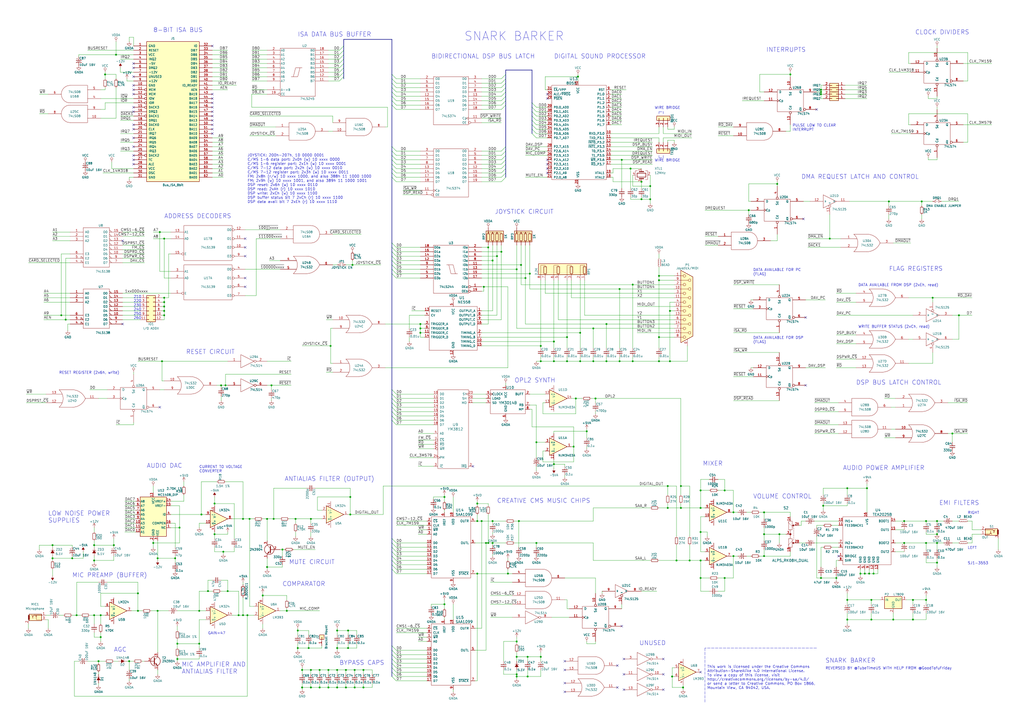
<source format=kicad_sch>
(kicad_sch (version 20230121) (generator eeschema)
  (paper "A2")
  (junction (at 556.26 182.88))
  (junction (at 180.34 388.62))
  (junction (at 102.87 373.38))
  (junction (at 91.44 354.33))
  (junction (at 154.94 328.93))
  (junction (at 336.55 193.04))
  (junction (at 420.37 335.28))
  (junction (at 102.87 382.27))
  (junction (at 388.62 209.55))
  (junction (at 116.84 298.45))
  (junction (at 400.05 325.12))
  (junction (at 57.15 383.54))
  (junction (at 543.56 302.26))
  (junction (at 205.74 388.62))
  (junction (at 406.4 294.64))
  (junction (at 476.25 335.28))
  (junction (at 382.27 162.56))
  (junction (at 203.2 288.29))
  (junction (at 201.93 365.76))
  (junction (at 406.4 335.28))
  (junction (at 452.12 309.88))
  (junction (at 499.11 332.74))
  (junction (at 205.74 398.78))
  (junction (at 180.34 398.78))
  (junction (at 351.79 187.96))
  (junction (at 67.31 31.75))
  (junction (at 285.75 302.26))
  (junction (at 285.75 314.96))
  (junction (at 382.27 160.02))
  (junction (at 515.62 116.84))
  (junction (at 276.86 332.74))
  (junction (at 130.81 223.52))
  (junction (at 200.66 398.78))
  (junction (at 115.57 354.33))
  (junction (at 299.72 372.11))
  (junction (at 101.6 323.85))
  (junction (at 180.34 300.99))
  (junction (at 185.42 398.78))
  (junction (at 504.19 332.74))
  (junction (at 420.37 284.48))
  (junction (at 394.97 294.64))
  (junction (at 257.81 350.52))
  (junction (at 518.16 359.41))
  (junction (at 388.62 180.34))
  (junction (at 203.2 298.45))
  (junction (at 283.21 143.51))
  (junction (at 41.91 323.85))
  (junction (at 328.93 209.55))
  (junction (at 120.65 342.9))
  (junction (at 243.84 193.04))
  (junction (at 321.31 209.55))
  (junction (at 175.26 398.78))
  (junction (at 132.08 342.9))
  (junction (at 506.73 332.74))
  (junction (at 311.15 314.96))
  (junction (at 243.84 187.96))
  (junction (at 505.46 359.41))
  (junction (at 95.25 177.8))
  (junction (at 299.72 392.43))
  (junction (at 335.28 44.45))
  (junction (at 502.92 283.21))
  (junction (at 501.65 332.74))
  (junction (at 95.25 138.43))
  (junction (at 54.61 325.12))
  (junction (at 372.11 115.57))
  (junction (at 80.01 344.17))
  (junction (at 276.86 292.1))
  (junction (at 491.49 347.98))
  (junction (at 166.37 354.33))
  (junction (at 190.5 398.78))
  (junction (at 281.94 314.96))
  (junction (at 443.23 297.18))
  (junction (at 66.04 316.23))
  (junction (at 434.34 121.92))
  (junction (at 154.94 300.99))
  (junction (at 80.01 354.33))
  (junction (at 392.43 325.12))
  (junction (at 299.72 156.21))
  (junction (at 351.79 209.55))
  (junction (at 95.25 182.88))
  (junction (at 458.47 43.18))
  (junction (at 257.81 288.29))
  (junction (at 163.83 318.77))
  (junction (at 334.01 231.14))
  (junction (at 443.23 322.58))
  (junction (at 143.51 356.87))
  (junction (at 91.44 323.85))
  (junction (at 158.75 300.99))
  (junction (at 491.49 283.21))
  (junction (at 243.84 190.5))
  (junction (at 185.42 388.62))
  (junction (at 321.31 269.24))
  (junction (at 406.4 284.48))
  (junction (at 175.26 388.62))
  (junction (at 387.35 281.94))
  (junction (at 552.45 251.46))
  (junction (at 300.99 302.26))
  (junction (at 306.07 381))
  (junction (at 95.25 175.26))
  (junction (at 172.72 365.76))
  (junction (at 195.58 365.76))
  (junction (at 367.03 209.55))
  (junction (at 88.9 314.96))
  (junction (at 396.24 398.78))
  (junction (at 58.42 369.57))
  (junction (at 200.66 388.62))
  (junction (at 321.31 198.12))
  (junction (at 280.67 166.37))
  (junction (at 529.59 359.41))
  (junction (at 443.23 309.88))
  (junction (at 377.19 115.57))
  (junction (at 311.15 256.54))
  (junction (at 299.72 381))
  (junction (at 529.59 347.98))
  (junction (at 288.29 148.59))
  (junction (at 54.61 356.87))
  (junction (at 425.45 322.58))
  (junction (at 129.54 320.04))
  (junction (at 210.82 398.78))
  (junction (at 124.46 292.1))
  (junction (at 476.25 53.34))
  (junction (at 128.27 223.52))
  (junction (at 541.02 172.72))
  (junction (at 60.96 43.18))
  (junction (at 307.34 158.75))
  (junction (at 276.86 302.26))
  (junction (at 124.46 309.88))
  (junction (at 534.67 116.84))
  (junction (at 172.72 375.92))
  (junction (at 382.27 209.55))
  (junction (at 144.78 300.99))
  (junction (at 450.85 106.68))
  (junction (at 477.52 293.37))
  (junction (at 382.27 195.58))
  (junction (at 328.93 195.58))
  (junction (at 92.71 134.62))
  (junction (at 372.11 105.41))
  (junction (at 95.25 172.72))
  (junction (at 313.69 200.66))
  (junction (at 195.58 388.62))
  (junction (at 543.56 326.39))
  (junction (at 406.4 308.61))
  (junction (at 283.21 314.96))
  (junction (at 302.26 153.67))
  (junction (at 190.5 388.62))
  (junction (at 93.98 209.55))
  (junction (at 195.58 375.92))
  (junction (at 30.48 316.23))
  (junction (at 537.21 347.98))
  (junction (at 279.4 302.26))
  (junction (at 481.33 138.43))
  (junction (at 171.45 300.99))
  (junction (at 524.51 302.26))
  (junction (at 359.41 167.64))
  (junction (at 313.69 209.55))
  (junction (at 394.97 281.94))
  (junction (at 377.19 107.95))
  (junction (at 537.21 314.96))
  (junction (at 543.56 309.88))
  (junction (at 299.72 391.16))
  (junction (at 58.42 356.87))
  (junction (at 485.14 335.28))
  (junction (at 336.55 209.55))
  (junction (at 359.41 209.55))
  (junction (at 491.49 359.41))
  (junction (at 179.07 375.92))
  (junction (at 204.47 153.67))
  (junction (at 332.74 259.08))
  (junction (at 104.14 306.07))
  (junction (at 344.17 209.55))
  (junction (at 38.1 185.42))
  (junction (at 406.4 325.12))
  (junction (at 304.8 161.29))
  (junction (at 152.4 345.44))
  (junction (at 360.68 92.71))
  (junction (at 74.93 383.54))
  (junction (at 365.76 97.79))
  (junction (at 35.56 182.88))
  (junction (at 30.48 323.85))
  (junction (at 140.97 300.99))
  (junction (at 195.58 398.78))
  (junction (at 210.82 388.62))
  (junction (at 140.97 356.87))
  (junction (at 387.35 294.64))
  (junction (at 115.57 373.38))
  (junction (at 138.43 356.87))
  (junction (at 191.77 200.66))
  (junction (at 505.46 347.98))
  (junction (at 476.25 52.07))
  (junction (at 425.45 297.18))
  (junction (at 157.48 223.52))
  (junction (at 294.64 332.74))
  (junction (at 54.61 316.23))
  (junction (at 476.25 54.61))
  (junction (at 44.45 356.87))
  (junction (at 389.89 392.43))
  (junction (at 543.56 314.96))
  (junction (at 95.25 180.34))
  (junction (at 290.83 146.05))
  (junction (at 201.93 375.92))
  (junction (at 306.07 392.43))
  (junction (at 537.21 302.26))
  (junction (at 344.17 190.5))
  (junction (at 313.69 381))
  (junction (at 345.44 231.14))
  (junction (at 367.03 165.1))
  (junction (at 524.51 314.96))
  (junction (at 340.36 250.19))
  (junction (at 285.75 151.13))
  (no_connect (at 123.19 62.23))
  (no_connect (at 77.47 85.09))
  (no_connect (at 384.81 391.16))
  (no_connect (at 92.71 236.22))
  (no_connect (at 142.24 138.43))
  (no_connect (at 123.19 67.31))
  (no_connect (at 77.47 62.23))
  (no_connect (at 358.14 386.08))
  (no_connect (at 123.19 59.69))
  (no_connect (at 467.36 223.52))
  (no_connect (at 473.71 63.5))
  (no_connect (at 77.47 90.17))
  (no_connect (at 327.66 401.32))
  (no_connect (at 123.19 77.47))
  (no_connect (at 77.47 80.01))
  (no_connect (at 327.66 383.54))
  (no_connect (at 123.19 57.15))
  (no_connect (at 77.47 52.07))
  (no_connect (at 123.19 54.61))
  (no_connect (at 360.68 363.22))
  (no_connect (at 327.66 396.24))
  (no_connect (at 466.09 127))
  (no_connect (at 142.24 148.59))
  (no_connect (at 406.4 389.89))
  (no_connect (at 77.47 64.77))
  (no_connect (at 467.36 184.15))
  (no_connect (at 123.19 72.39))
  (no_connect (at 327.66 388.62))
  (no_connect (at 142.24 166.37))
  (no_connect (at 274.32 270.51))
  (no_connect (at 361.95 382.27))
  (no_connect (at 358.14 398.78))
  (no_connect (at 77.47 39.37))
  (no_connect (at 123.19 26.67))
  (no_connect (at 317.5 92.71))
  (no_connect (at 77.47 72.39))
  (no_connect (at 71.12 139.7))
  (no_connect (at 361.95 400.05))
  (no_connect (at 77.47 36.83))
  (no_connect (at 123.19 74.93))
  (no_connect (at 317.5 57.15))
  (no_connect (at 486.41 322.58))
  (no_connect (at 384.81 400.05))
  (no_connect (at 317.5 100.33))
  (no_connect (at 142.24 161.29))
  (no_connect (at 77.47 92.71))
  (no_connect (at 123.19 64.77))
  (no_connect (at 71.12 187.96))
  (no_connect (at 77.47 49.53))
  (no_connect (at 384.81 382.27))
  (no_connect (at 317.5 95.25))
  (no_connect (at 77.47 74.93))
  (no_connect (at 142.24 143.51))
  (no_connect (at 77.47 54.61))
  (no_connect (at 123.19 69.85))
  (no_connect (at 77.47 95.25))
  (no_connect (at 317.5 97.79))
  (no_connect (at 361.95 391.16))
  (no_connect (at 77.47 44.45))
  (no_connect (at 317.5 54.61))
  (bus_entry (at 311.15 67.31) (size -2.54 -2.54))
  (bus_entry (at 227.33 322.58) (size 2.54 2.54))
  (bus_entry (at 227.33 228.6) (size 2.54 2.54))
  (bus_entry (at 227.33 102.87) (size 2.54 2.54))
  (bus_entry (at 196.85 31.75) (size 2.54 -2.54))
  (bus_entry (at 311.15 72.39) (size -2.54 -2.54))
  (bus_entry (at 290.83 63.5) (size 2.54 -2.54))
  (bus_entry (at 227.33 151.13) (size 2.54 2.54))
  (bus_entry (at 227.33 317.5) (size 2.54 2.54))
  (bus_entry (at 227.33 97.79) (size 2.54 2.54))
  (bus_entry (at 290.83 50.8) (size 2.54 -2.54))
  (bus_entry (at 227.33 156.21) (size 2.54 2.54))
  (bus_entry (at 227.33 158.75) (size 2.54 2.54))
  (bus_entry (at 227.33 48.26) (size 2.54 2.54))
  (bus_entry (at 196.85 41.91) (size 2.54 -2.54))
  (bus_entry (at 227.33 60.96) (size 2.54 2.54))
  (bus_entry (at 227.33 379.73) (size 2.54 2.54))
  (bus_entry (at 196.85 39.37) (size 2.54 -2.54))
  (bus_entry (at 290.83 92.71) (size 2.54 -2.54))
  (bus_entry (at 227.33 377.19) (size 2.54 2.54))
  (bus_entry (at 227.33 384.81) (size 2.54 2.54))
  (bus_entry (at 227.33 387.35) (size 2.54 2.54))
  (bus_entry (at 227.33 140.97) (size 2.54 2.54))
  (bus_entry (at 290.83 55.88) (size 2.54 -2.54))
  (bus_entry (at 227.33 87.63) (size 2.54 2.54))
  (bus_entry (at 227.33 238.76) (size 2.54 2.54))
  (bus_entry (at 227.33 243.84) (size 2.54 2.54))
  (bus_entry (at 227.33 92.71) (size 2.54 2.54))
  (bus_entry (at 290.83 87.63) (size 2.54 -2.54))
  (bus_entry (at 227.33 233.68) (size 2.54 2.54))
  (bus_entry (at 196.85 44.45) (size 2.54 -2.54))
  (bus_entry (at 227.33 90.17) (size 2.54 2.54))
  (bus_entry (at 290.83 48.26) (size 2.54 -2.54))
  (bus_entry (at 290.83 60.96) (size 2.54 -2.54))
  (bus_entry (at 227.33 320.04) (size 2.54 2.54))
  (bus_entry (at 227.33 50.8) (size 2.54 2.54))
  (bus_entry (at 227.33 231.14) (size 2.54 2.54))
  (bus_entry (at 227.33 236.22) (size 2.54 2.54))
  (bus_entry (at 227.33 148.59) (size 2.54 2.54))
  (bus_entry (at 227.33 95.25) (size 2.54 2.54))
  (bus_entry (at 196.85 46.99) (size 2.54 -2.54))
  (bus_entry (at 227.33 53.34) (size 2.54 2.54))
  (bus_entry (at 290.83 100.33) (size 2.54 -2.54))
  (bus_entry (at 290.83 58.42) (size 2.54 -2.54))
  (bus_entry (at 290.83 53.34) (size 2.54 -2.54))
  (bus_entry (at 311.15 77.47) (size -2.54 -2.54))
  (bus_entry (at 227.33 241.3) (size 2.54 2.54))
  (bus_entry (at 227.33 45.72) (size 2.54 2.54))
  (bus_entry (at 227.33 58.42) (size 2.54 2.54))
  (bus_entry (at 227.33 325.12) (size 2.54 2.54))
  (bus_entry (at 290.83 102.87) (size 2.54 -2.54))
  (bus_entry (at 227.33 314.96) (size 2.54 2.54))
  (bus_entry (at 196.85 34.29) (size 2.54 -2.54))
  (bus_entry (at 227.33 226.06) (size 2.54 2.54))
  (bus_entry (at 290.83 90.17) (size 2.54 -2.54))
  (bus_entry (at 227.33 100.33) (size 2.54 2.54))
  (bus_entry (at 227.33 327.66) (size 2.54 2.54))
  (bus_entry (at 311.15 80.01) (size -2.54 -2.54))
  (bus_entry (at 311.15 64.77) (size -2.54 -2.54))
  (bus_entry (at 227.33 389.89) (size 2.54 2.54))
  (bus_entry (at 227.33 392.43) (size 2.54 2.54))
  (bus_entry (at 196.85 36.83) (size 2.54 -2.54))
  (bus_entry (at 290.83 45.72) (size 2.54 -2.54))
  (bus_entry (at 290.83 95.25) (size 2.54 -2.54))
  (bus_entry (at 227.33 330.2) (size 2.54 2.54))
  (bus_entry (at 227.33 382.27) (size 2.54 2.54))
  (bus_entry (at 227.33 146.05) (size 2.54 2.54))
  (bus_entry (at 290.83 97.79) (size 2.54 -2.54))
  (bus_entry (at 290.83 105.41) (size 2.54 -2.54))
  (bus_entry (at 227.33 85.09) (size 2.54 2.54))
  (bus_entry (at 227.33 312.42) (size 2.54 2.54))
  (bus_entry (at 311.15 62.23) (size -2.54 -2.54))
  (bus_entry (at 227.33 43.18) (size 2.54 2.54))
  (bus_entry (at 227.33 55.88) (size 2.54 2.54))
  (bus_entry (at 196.85 29.21) (size 2.54 -2.54))
  (bus_entry (at 311.15 74.93) (size -2.54 -2.54))
  (bus_entry (at 227.33 374.65) (size 2.54 2.54))
  (bus_entry (at 227.33 143.51) (size 2.54 2.54))
  (bus_entry (at 227.33 153.67) (size 2.54 2.54))
  (bus_entry (at 311.15 69.85) (size -2.54 -2.54))
  (wire (pts (xy 486.41 233.68) (xy 472.44 233.68)))
  (wire (pts (xy 424.18 322.58) (xy 425.45 322.58)))
  (wire (pts (xy 243.84 187.96) (xy 246.38 187.96)))
  (wire (pts (xy 299.72 392.43) (xy 299.72 393.7)))
  (wire (pts (xy 123.19 100.33) (xy 129.54 100.33)))
  (wire (pts (xy 71.12 147.32) (xy 83.82 147.32)))
  (wire (pts (xy 486.41 246.38) (xy 472.44 246.38)))
  (wire (pts (xy 135.89 292.1) (xy 135.89 312.42)))
  (wire (pts (xy 229.87 92.71) (xy 243.84 92.71)))
  (polyline (pts (xy 382.27 64.77) (xy 384.81 64.77)) (stroke (width 0) (type dash)))
  (wire (pts (xy 467.36 314.96) (xy 463.55 314.96)))
  (wire (pts (xy 382.27 209.55) (xy 388.62 209.55)))
  (wire (pts (xy 125.73 279.4) (xy 116.84 279.4)))
  (wire (pts (xy 354.33 87.63) (xy 378.46 87.63)))
  (wire (pts (xy 313.69 392.43) (xy 313.69 388.62)))
  (wire (pts (xy 190.5 46.99) (xy 196.85 46.99)))
  (wire (pts (xy 163.83 327.66) (xy 163.83 328.93)))
  (wire (pts (xy 344.17 314.96) (xy 344.17 325.12)))
  (wire (pts (xy 162.56 156.21) (xy 142.24 156.21)))
  (bus (pts (xy 227.33 317.5) (xy 227.33 320.04)))
  (wire (pts (xy 387.35 82.55) (xy 387.35 81.28)))
  (wire (pts (xy 294.64 213.36) (xy 294.64 166.37)))
  (wire (pts (xy 66.04 316.23) (xy 66.04 317.5)))
  (wire (pts (xy 152.4 300.99) (xy 154.94 300.99)))
  (wire (pts (xy 321.31 269.24) (xy 321.31 271.78)))
  (wire (pts (xy 123.19 87.63) (xy 129.54 87.63)))
  (wire (pts (xy 146.05 62.23) (xy 224.79 62.23)))
  (wire (pts (xy 279.4 302.26) (xy 279.4 364.49)))
  (wire (pts (xy 146.05 54.61) (xy 146.05 62.23)))
  (wire (pts (xy 185.42 388.62) (xy 185.42 391.16)))
  (wire (pts (xy 477.52 49.53) (xy 476.25 49.53)))
  (wire (pts (xy 246.38 182.88) (xy 237.49 182.88)))
  (wire (pts (xy 294.64 323.85) (xy 294.64 325.12)))
  (wire (pts (xy 342.9 231.14) (xy 345.44 231.14)))
  (bus (pts (xy 227.33 322.58) (xy 227.33 325.12)))
  (wire (pts (xy 39.37 187.96) (xy 39.37 191.77)))
  (wire (pts (xy 384.81 73.66) (xy 384.81 77.47)))
  (wire (pts (xy 367.03 209.55) (xy 367.03 207.01)))
  (wire (pts (xy 299.72 392.43) (xy 306.07 392.43)))
  (wire (pts (xy 144.78 300.99) (xy 144.78 351.79)))
  (wire (pts (xy 134.62 356.87) (xy 138.43 356.87)))
  (wire (pts (xy 101.6 323.85) (xy 91.44 323.85)))
  (wire (pts (xy 193.04 76.2) (xy 190.5 76.2)))
  (wire (pts (xy 57.15 391.16) (xy 57.15 389.89)))
  (wire (pts (xy 406.4 299.72) (xy 406.4 308.61)))
  (wire (pts (xy 527.05 30.48) (xy 561.34 30.48)))
  (wire (pts (xy 279.4 193.04) (xy 336.55 193.04)))
  (wire (pts (xy 416.56 142.24) (xy 408.94 142.24)))
  (wire (pts (xy 57.15 337.82) (xy 44.45 337.82)))
  (wire (pts (xy 77.47 100.33) (xy 59.69 100.33)))
  (wire (pts (xy 543.56 309.88) (xy 543.56 308.61)))
  (wire (pts (xy 527.05 72.39) (xy 527.05 66.04)))
  (wire (pts (xy 95.25 172.72) (xy 97.79 172.72)))
  (wire (pts (xy 345.44 335.28) (xy 345.44 344.17)))
  (wire (pts (xy 224.79 73.66) (xy 223.52 73.66)))
  (wire (pts (xy 237.49 195.58) (xy 237.49 198.12)))
  (wire (pts (xy 537.21 302.26) (xy 543.56 302.26)))
  (wire (pts (xy 440.69 43.18) (xy 440.69 53.34)))
  (wire (pts (xy 354.33 57.15) (xy 360.68 57.15)))
  (wire (pts (xy 311.15 314.96) (xy 344.17 314.96)))
  (wire (pts (xy 29.21 356.87) (xy 26.67 356.87)))
  (wire (pts (xy 537.21 314.96) (xy 543.56 314.96)))
  (wire (pts (xy 344.17 201.93) (xy 344.17 190.5)))
  (wire (pts (xy 247.65 377.19) (xy 229.87 377.19)))
  (wire (pts (xy 285.75 303.53) (xy 285.75 302.26)))
  (wire (pts (xy 58.42 344.17) (xy 58.42 351.79)))
  (wire (pts (xy 290.83 146.05) (xy 290.83 185.42)))
  (wire (pts (xy 476.25 54.61) (xy 476.25 57.15)))
  (wire (pts (xy 69.85 41.91) (xy 69.85 39.37)))
  (wire (pts (xy 344.17 302.26) (xy 344.17 294.64)))
  (wire (pts (xy 30.48 322.58) (xy 30.48 323.85)))
  (wire (pts (xy 128.27 224.79) (xy 128.27 223.52)))
  (wire (pts (xy 144.78 300.99) (xy 147.32 300.99)))
  (wire (pts (xy 384.81 82.55) (xy 384.81 80.01)))
  (wire (pts (xy 129.54 320.04) (xy 135.89 320.04)))
  (wire (pts (xy 54.61 356.87) (xy 54.61 361.95)))
  (wire (pts (xy 321.31 162.56) (xy 321.31 198.12)))
  (bus (pts (xy 308.61 67.31) (xy 308.61 69.85)))
  (wire (pts (xy 152.4 345.44) (xy 152.4 346.71)))
  (wire (pts (xy 210.82 388.62) (xy 210.82 391.16)))
  (wire (pts (xy 537.21 345.44) (xy 537.21 347.98)))
  (bus (pts (xy 293.37 45.72) (xy 293.37 48.26)))
  (wire (pts (xy 201.93 298.45) (xy 203.2 298.45)))
  (wire (pts (xy 434.34 116.84) (xy 435.61 116.84)))
  (wire (pts (xy 298.45 314.96) (xy 311.15 314.96)))
  (wire (pts (xy 556.26 182.88) (xy 556.26 196.85)))
  (wire (pts (xy 537.21 326.39) (xy 543.56 326.39)))
  (bus (pts (xy 227.33 330.2) (xy 227.33 374.65)))
  (wire (pts (xy 243.84 193.04) (xy 246.38 193.04)))
  (wire (pts (xy 336.55 209.55) (xy 344.17 209.55)))
  (wire (pts (xy 420.37 284.48) (xy 425.45 284.48)))
  (wire (pts (xy 279.4 302.26) (xy 285.75 302.26)))
  (wire (pts (xy 288.29 148.59) (xy 288.29 182.88)))
  (wire (pts (xy 501.65 330.2) (xy 501.65 332.74)))
  (wire (pts (xy 382.27 154.94) (xy 382.27 160.02)))
  (wire (pts (xy 93.98 209.55) (xy 93.98 220.98)))
  (wire (pts (xy 95.25 138.43) (xy 99.06 138.43)))
  (wire (pts (xy 251.46 288.29) (xy 251.46 289.56)))
  (wire (pts (xy 276.86 290.83) (xy 276.86 292.1)))
  (wire (pts (xy 336.55 193.04) (xy 336.55 201.93)))
  (wire (pts (xy 80.01 354.33) (xy 82.55 354.33)))
  (wire (pts (xy 54.61 313.69) (xy 54.61 316.23)))
  (wire (pts (xy 27.94 359.41) (xy 27.94 364.49)))
  (wire (pts (xy 91.44 354.33) (xy 97.79 354.33)))
  (bus (pts (xy 308.61 72.39) (xy 308.61 74.93)))
  (wire (pts (xy 60.96 43.18) (xy 67.31 43.18)))
  (wire (pts (xy 491.49 292.1) (xy 491.49 293.37)))
  (wire (pts (xy 154.94 34.29) (xy 146.05 34.29)))
  (wire (pts (xy 408.94 121.92) (xy 434.34 121.92)))
  (bus (pts (xy 227.33 100.33) (xy 227.33 102.87)))
  (wire (pts (xy 297.18 350.52) (xy 284.48 350.52)))
  (wire (pts (xy 360.68 72.39) (xy 354.33 72.39)))
  (wire (pts (xy 490.22 57.15) (xy 502.92 57.15)))
  (wire (pts (xy 476.25 335.28) (xy 485.14 335.28)))
  (wire (pts (xy 541.02 175.26) (xy 541.02 172.72)))
  (wire (pts (xy 501.65 332.74) (xy 504.19 332.74)))
  (wire (pts (xy 299.72 381) (xy 306.07 381)))
  (wire (pts (xy 104.14 293.37) (xy 99.06 293.37)))
  (wire (pts (xy 476.25 54.61) (xy 477.52 54.61)))
  (wire (pts (xy 486.41 304.8) (xy 482.6 304.8)))
  (wire (pts (xy 71.12 137.16) (xy 83.82 137.16)))
  (wire (pts (xy 406.4 325.12) (xy 406.4 335.28)))
  (bus (pts (xy 227.33 226.06) (xy 227.33 228.6)))
  (wire (pts (xy 67.31 50.8) (xy 67.31 68.58)))
  (wire (pts (xy 345.44 373.38) (xy 340.36 373.38)))
  (wire (pts (xy 72.39 303.53) (xy 78.74 303.53)))
  (wire (pts (xy 74.93 383.54) (xy 77.47 383.54)))
  (wire (pts (xy 434.34 121.92) (xy 435.61 121.92)))
  (bus (pts (xy 227.33 384.81) (xy 227.33 387.35)))
  (wire (pts (xy 229.87 382.27) (xy 247.65 382.27)))
  (wire (pts (xy 67.31 68.58) (xy 58.42 68.58)))
  (wire (pts (xy 518.16 359.41) (xy 529.59 359.41)))
  (wire (pts (xy 316.23 44.45) (xy 316.23 52.07)))
  (wire (pts (xy 518.16 140.97) (xy 528.32 140.97)))
  (wire (pts (xy 247.65 332.74) (xy 229.87 332.74)))
  (wire (pts (xy 391.16 74.93) (xy 391.16 73.66)))
  (wire (pts (xy 229.87 367.03) (xy 247.65 367.03)))
  (wire (pts (xy 77.47 102.87) (xy 74.93 102.87)))
  (wire (pts (xy 251.46 251.46) (xy 242.57 251.46)))
  (wire (pts (xy 344.17 325.12) (xy 377.19 325.12)))
  (wire (pts (xy 290.83 185.42) (xy 279.4 185.42)))
  (wire (pts (xy 524.51 302.26) (xy 537.21 302.26)))
  (wire (pts (xy 233.68 110.49) (xy 243.84 110.49)))
  (wire (pts (xy 388.62 175.26) (xy 391.16 175.26)))
  (wire (pts (xy 285.75 151.13) (xy 279.4 151.13)))
  (wire (pts (xy 72.39 306.07) (xy 78.74 306.07)))
  (wire (pts (xy 71.12 149.86) (xy 83.82 149.86)))
  (wire (pts (xy 372.11 115.57) (xy 377.19 115.57)))
  (wire (pts (xy 93.98 209.55) (xy 132.08 209.55)))
  (wire (pts (xy 302.26 153.67) (xy 302.26 165.1)))
  (wire (pts (xy 179.07 375.92) (xy 186.69 375.92)))
  (wire (pts (xy 154.94 54.61) (xy 146.05 54.61)))
  (wire (pts (xy 313.69 381) (xy 313.69 383.54)))
  (wire (pts (xy 158.75 283.21) (xy 177.8 283.21)))
  (wire (pts (xy 77.47 69.85) (xy 69.85 69.85)))
  (wire (pts (xy 400.05 281.94) (xy 400.05 311.15)))
  (wire (pts (xy 328.93 162.56) (xy 328.93 195.58)))
  (bus (pts (xy 293.37 58.42) (xy 293.37 60.96)))
  (wire (pts (xy 116.84 298.45) (xy 119.38 298.45)))
  (wire (pts (xy 154.94 39.37) (xy 146.05 39.37)))
  (wire (pts (xy 321.31 209.55) (xy 328.93 209.55)))
  (wire (pts (xy 80.01 344.17) (xy 58.42 344.17)))
  (wire (pts (xy 200.66 398.78) (xy 205.74 398.78)))
  (bus (pts (xy 308.61 40.64) (xy 308.61 59.69)))
  (wire (pts (xy 71.12 182.88) (xy 81.28 182.88)))
  (wire (pts (xy 458.47 43.18) (xy 440.69 43.18)))
  (wire (pts (xy 505.46 347.98) (xy 505.46 350.52)))
  (wire (pts (xy 257.81 347.98) (xy 257.81 350.52)))
  (wire (pts (xy 355.6 105.41) (xy 372.11 105.41)))
  (wire (pts (xy 382.27 162.56) (xy 382.27 195.58)))
  (wire (pts (xy 132.08 342.9) (xy 138.43 342.9)))
  (wire (pts (xy 95.25 177.8) (xy 95.25 180.34)))
  (wire (pts (xy 499.11 332.74) (xy 501.65 332.74)))
  (bus (pts (xy 227.33 148.59) (xy 227.33 151.13)))
  (wire (pts (xy 180.34 300.99) (xy 180.34 303.53)))
  (wire (pts (xy 247.65 389.89) (xy 229.87 389.89)))
  (wire (pts (xy 74.93 102.87) (xy 74.93 104.14)))
  (bus (pts (xy 227.33 325.12) (xy 227.33 327.66)))
  (wire (pts (xy 185.42 398.78) (xy 190.5 398.78)))
  (bus (pts (xy 227.33 45.72) (xy 227.33 48.26)))
  (wire (pts (xy 201.93 375.92) (xy 207.01 375.92)))
  (wire (pts (xy 74.93 21.59) (xy 74.93 24.13)))
  (wire (pts (xy 77.47 46.99) (xy 73.66 46.99)))
  (wire (pts (xy 543.56 314.96) (xy 543.56 318.77)))
  (wire (pts (xy 276.86 302.26) (xy 279.4 302.26)))
  (bus (pts (xy 199.39 44.45) (xy 199.39 45.72)))
  (polyline (pts (xy 382.27 91.44) (xy 384.81 91.44)) (stroke (width 0) (type dash)))
  (bus (pts (xy 227.33 58.42) (xy 227.33 60.96)))
  (wire (pts (xy 420.37 335.28) (xy 425.45 335.28)))
  (wire (pts (xy 425.45 193.04) (xy 452.12 193.04)))
  (wire (pts (xy 537.21 302.26) (xy 537.21 303.53)))
  (wire (pts (xy 115.57 382.27) (xy 102.87 382.27)))
  (wire (pts (xy 529.59 196.85) (xy 527.05 196.85)))
  (wire (pts (xy 251.46 241.3) (xy 229.87 241.3)))
  (bus (pts (xy 227.33 241.3) (xy 227.33 243.84)))
  (wire (pts (xy 71.12 180.34) (xy 81.28 180.34)))
  (wire (pts (xy 281.94 377.19) (xy 275.59 377.19)))
  (wire (pts (xy 477.52 283.21) (xy 491.49 283.21)))
  (wire (pts (xy 354.33 62.23) (xy 360.68 62.23)))
  (wire (pts (xy 391.16 177.8) (xy 369.57 177.8)))
  (wire (pts (xy 389.89 398.78) (xy 396.24 398.78)))
  (wire (pts (xy 71.12 144.78) (xy 83.82 144.78)))
  (wire (pts (xy 387.35 292.1) (xy 387.35 294.64)))
  (wire (pts (xy 128.27 342.9) (xy 132.08 342.9)))
  (wire (pts (xy 195.58 388.62) (xy 200.66 388.62)))
  (polyline (pts (xy 382.27 90.17) (xy 382.27 91.44)) (stroke (width 0) (type dash)))
  (wire (pts (xy 351.79 209.55) (xy 351.79 207.01)))
  (wire (pts (xy 391.16 81.28) (xy 391.16 82.55)))
  (wire (pts (xy 180.34 396.24) (xy 180.34 398.78)))
  (wire (pts (xy 344.17 294.64) (xy 377.19 294.64)))
  (wire (pts (xy 54.61 316.23) (xy 66.04 316.23)))
  (wire (pts (xy 229.87 100.33) (xy 243.84 100.33)))
  (wire (pts (xy 290.83 100.33) (xy 279.4 100.33)))
  (wire (pts (xy 224.79 62.23) (xy 224.79 73.66)))
  (wire (pts (xy 243.84 151.13) (xy 229.87 151.13)))
  (wire (pts (xy 387.35 294.64) (xy 394.97 294.64)))
  (wire (pts (xy 452.12 309.88) (xy 455.93 309.88)))
  (bus (pts (xy 293.37 87.63) (xy 293.37 90.17)))
  (wire (pts (xy 40.64 187.96) (xy 39.37 187.96)))
  (bus (pts (xy 227.33 143.51) (xy 227.33 146.05)))
  (wire (pts (xy 339.09 182.88) (xy 391.16 182.88)))
  (wire (pts (xy 25.4 182.88) (xy 35.56 182.88)))
  (wire (pts (xy 250.19 350.52) (xy 257.81 350.52)))
  (wire (pts (xy 288.29 142.24) (xy 288.29 148.59)))
  (wire (pts (xy 54.61 325.12) (xy 54.61 326.39)))
  (wire (pts (xy 152.4 344.17) (xy 152.4 345.44)))
  (wire (pts (xy 247.65 384.81) (xy 229.87 384.81)))
  (wire (pts (xy 506.73 332.74) (xy 506.73 330.2)))
  (wire (pts (xy 331.47 172.72) (xy 331.47 162.56)))
  (wire (pts (xy 246.38 180.34) (xy 238.76 180.34)))
  (wire (pts (xy 25.4 185.42) (xy 38.1 185.42)))
  (wire (pts (xy 321.31 269.24) (xy 327.66 269.24)))
  (wire (pts (xy 123.19 52.07) (xy 132.08 52.07)))
  (wire (pts (xy 467.36 213.36) (xy 478.79 213.36)))
  (wire (pts (xy 77.47 26.67) (xy 77.47 21.59)))
  (wire (pts (xy 299.72 142.24) (xy 299.72 156.21)))
  (wire (pts (xy 327.66 269.24) (xy 327.66 270.51)))
  (wire (pts (xy 354.33 92.71) (xy 360.68 92.71)))
  (wire (pts (xy 294.64 332.74) (xy 297.18 332.74)))
  (wire (pts (xy 102.87 370.84) (xy 102.87 373.38)))
  (polyline (pts (xy 408.94 375.92) (xy 408.94 407.67)) (stroke (width 0) (type dash)))
  (wire (pts (xy 71.12 142.24) (xy 83.82 142.24)))
  (wire (pts (xy 440.69 322.58) (xy 443.23 322.58)))
  (wire (pts (xy 406.4 308.61) (xy 406.4 320.04)))
  (wire (pts (xy 123.19 102.87) (xy 129.54 102.87)))
  (wire (pts (xy 44.45 337.82) (xy 44.45 356.87)))
  (bus (pts (xy 293.37 43.18) (xy 293.37 45.72)))
  (wire (pts (xy 257.81 287.02) (xy 257.81 288.29)))
  (wire (pts (xy 140.97 356.87) (xy 143.51 356.87)))
  (wire (pts (xy 391.16 387.35) (xy 389.89 387.35)))
  (wire (pts (xy 102.87 373.38) (xy 102.87 375.92)))
  (wire (pts (xy 306.07 381) (xy 306.07 383.54)))
  (wire (pts (xy 195.58 365.76) (xy 201.93 365.76)))
  (wire (pts (xy 561.34 314.96) (xy 563.88 314.96)))
  (wire (pts (xy 191.77 190.5) (xy 191.77 200.66)))
  (wire (pts (xy 491.49 283.21) (xy 502.92 283.21)))
  (wire (pts (xy 101.6 303.53) (xy 101.6 317.5)))
  (wire (pts (xy 195.58 388.62) (xy 195.58 391.16)))
  (wire (pts (xy 279.4 146.05) (xy 290.83 146.05)))
  (wire (pts (xy 251.46 270.51) (xy 242.57 270.51)))
  (wire (pts (xy 372.11 342.9) (xy 381 342.9)))
  (bus (pts (xy 227.33 146.05) (xy 227.33 148.59)))
  (wire (pts (xy 425.45 73.66) (xy 416.56 73.66)))
  (wire (pts (xy 543.56 57.15) (xy 538.48 57.15)))
  (wire (pts (xy 124.46 292.1) (xy 135.89 292.1)))
  (wire (pts (xy 458.47 41.91) (xy 458.47 43.18)))
  (wire (pts (xy 458.47 43.18) (xy 458.47 44.45)))
  (wire (pts (xy 120.65 342.9) (xy 123.19 342.9)))
  (wire (pts (xy 387.35 74.93) (xy 391.16 74.93)))
  (wire (pts (xy 387.35 81.28) (xy 391.16 81.28)))
  (wire (pts (xy 92.71 157.48) (xy 99.06 157.48)))
  (wire (pts (xy 279.4 198.12) (xy 321.31 198.12)))
  (wire (pts (xy 505.46 359.41) (xy 505.46 355.6)))
  (wire (pts (xy 416.56 137.16) (xy 408.94 137.16)))
  (wire (pts (xy 101.6 322.58) (xy 101.6 323.85)))
  (bus (pts (xy 199.39 39.37) (xy 199.39 41.91)))
  (wire (pts (xy 243.84 161.29) (xy 229.87 161.29)))
  (wire (pts (xy 77.47 246.38) (xy 67.31 246.38)))
  (wire (pts (xy 382.27 294.64) (xy 387.35 294.64)))
  (wire (pts (xy 476.25 334.01) (xy 476.25 335.28)))
  (wire (pts (xy 247.65 317.5) (xy 229.87 317.5)))
  (wire (pts (xy 30.48 316.23) (xy 30.48 317.5)))
  (wire (pts (xy 215.9 398.78) (xy 215.9 396.24)))
  (wire (pts (xy 243.84 143.51) (xy 229.87 143.51)))
  (wire (pts (xy 102.87 381) (xy 102.87 382.27)))
  (wire (pts (xy 285.75 142.24) (xy 285.75 151.13)))
  (wire (pts (xy 476.25 52.07) (xy 476.25 53.34)))
  (wire (pts (xy 210.82 388.62) (xy 215.9 388.62)))
  (wire (pts (xy 243.84 90.17) (xy 229.87 90.17)))
  (wire (pts (xy 95.25 161.29) (xy 99.06 161.29)))
  (wire (pts (xy 285.75 151.13) (xy 285.75 180.34)))
  (wire (pts (xy 537.21 359.41) (xy 537.21 355.6)))
  (bus (pts (xy 199.39 26.67) (xy 199.39 29.21)))
  (wire (pts (xy 30.48 323.85) (xy 41.91 323.85)))
  (wire (pts (xy 190.5 388.62) (xy 195.58 388.62)))
  (wire (pts (xy 48.26 323.85) (xy 48.26 320.04)))
  (wire (pts (xy 123.19 36.83) (xy 132.08 36.83)))
  (wire (pts (xy 243.84 153.67) (xy 229.87 153.67)))
  (wire (pts (xy 485.14 335.28) (xy 485.14 336.55)))
  (wire (pts (xy 279.4 156.21) (xy 299.72 156.21)))
  (wire (pts (xy 563.88 302.26) (xy 563.88 307.34)))
  (wire (pts (xy 247.65 364.49) (xy 229.87 364.49)))
  (wire (pts (xy 391.16 160.02) (xy 382.27 160.02)))
  (wire (pts (xy 290.83 102.87) (xy 279.4 102.87)))
  (wire (pts (xy 140.97 300.99) (xy 144.78 300.99)))
  (wire (pts (xy 377.19 107.95) (xy 377.19 115.57)))
  (wire (pts (xy 425.45 179.07) (xy 436.88 179.07)))
  (wire (pts (xy 317.5 77.47) (xy 311.15 77.47)))
  (wire (pts (xy 367.03 209.55) (xy 382.27 209.55)))
  (wire (pts (xy 276.86 292.1) (xy 276.86 293.37)))
  (wire (pts (xy 406.4 278.13) (xy 411.48 278.13)))
  (wire (pts (xy 311.15 209.55) (xy 313.69 209.55)))
  (bus (pts (xy 293.37 95.25) (xy 293.37 97.79)))
  (wire (pts (xy 26.67 228.6) (xy 15.24 228.6)))
  (wire (pts (xy 243.84 195.58) (xy 246.38 195.58)))
  (wire (pts (xy 88.9 281.94) (xy 88.9 285.75)))
  (wire (pts (xy 410.21 311.15) (xy 410.21 308.61)))
  (wire (pts (xy 354.33 85.09) (xy 378.46 85.09)))
  (wire (pts (xy 123.19 31.75) (xy 132.08 31.75)))
  (wire (pts (xy 71.12 152.4) (xy 83.82 152.4)))
  (wire (pts (xy 175.26 200.66) (xy 191.77 200.66)))
  (bus (pts (xy 227.33 151.13) (xy 227.33 153.67)))
  (wire (pts (xy 283.21 298.45) (xy 283.21 314.96)))
  (wire (pts (xy 519.43 236.22) (xy 516.89 236.22)))
  (wire (pts (xy 359.41 201.93) (xy 359.41 167.64)))
  (wire (pts (xy 229.87 243.84) (xy 251.46 243.84)))
  (wire (pts (xy 387.35 287.02) (xy 387.35 281.94)))
  (wire (pts (xy 102.87 363.22) (xy 102.87 365.76)))
  (wire (pts (xy 519.43 254) (xy 513.08 254)))
  (wire (pts (xy 73.66 383.54) (xy 74.93 383.54)))
  (wire (pts (xy 80.01 209.55) (xy 93.98 209.55)))
  (wire (pts (xy 166.37 354.33) (xy 166.37 353.06)))
  (bus (pts (xy 227.33 90.17) (xy 227.33 92.71)))
  (wire (pts (xy 190.5 31.75) (xy 196.85 31.75)))
  (wire (pts (xy 200.66 398.78) (xy 200.66 396.24)))
  (wire (pts (xy 463.55 304.8) (xy 464.82 304.8)))
  (wire (pts (xy 152.4 345.44) (xy 166.37 345.44)))
  (wire (pts (xy 40.64 149.86) (xy 38.1 149.86)))
  (wire (pts (xy 143.51 356.87) (xy 143.51 403.86)))
  (wire (pts (xy 251.46 260.35) (xy 242.57 260.35)))
  (wire (pts (xy 115.57 342.9) (xy 120.65 342.9)))
  (wire (pts (xy 201.93 365.76) (xy 207.01 365.76)))
  (wire (pts (xy 247.65 314.96) (xy 229.87 314.96)))
  (wire (pts (xy 499.11 330.2) (xy 499.11 332.74)))
  (wire (pts (xy 382.27 325.12) (xy 392.43 325.12)))
  (wire (pts (xy 534.67 116.84) (xy 534.67 119.38)))
  (wire (pts (xy 57.15 383.54) (xy 57.15 384.81)))
  (wire (pts (xy 190.5 34.29) (xy 196.85 34.29)))
  (wire (pts (xy 473.71 311.15) (xy 473.71 335.28)))
  (wire (pts (xy 88.9 138.43) (xy 95.25 138.43)))
  (wire (pts (xy 524.51 314.96) (xy 537.21 314.96)))
  (wire (pts (xy 537.21 347.98) (xy 537.21 350.52)))
  (wire (pts (xy 473.71 335.28) (xy 476.25 335.28)))
  (bus (pts (xy 308.61 62.23) (xy 308.61 64.77)))
  (wire (pts (xy 80.01 337.82) (xy 62.23 337.82)))
  (wire (pts (xy 425.45 322.58) (xy 427.99 322.58)))
  (wire (pts (xy 491.49 359.41) (xy 505.46 359.41)))
  (wire (pts (xy 243.84 48.26) (xy 229.87 48.26)))
  (wire (pts (xy 515.62 116.84) (xy 534.67 116.84)))
  (wire (pts (xy 543.56 323.85) (xy 543.56 326.39)))
  (wire (pts (xy 280.67 166.37) (xy 279.4 166.37)))
  (wire (pts (xy 529.59 359.41) (xy 529.59 355.6)))
  (bus (pts (xy 227.33 87.63) (xy 227.33 90.17)))
  (wire (pts (xy 443.23 318.77) (xy 443.23 322.58)))
  (wire (pts (xy 321.31 198.12) (xy 321.31 201.93)))
  (wire (pts (xy 251.46 228.6) (xy 229.87 228.6)))
  (wire (pts (xy 345.44 238.76) (xy 345.44 240.03)))
  (bus (pts (xy 227.33 314.96) (xy 227.33 317.5)))
  (wire (pts (xy 317.5 87.63) (xy 304.8 87.63)))
  (wire (pts (xy 443.23 309.88) (xy 452.12 309.88)))
  (wire (pts (xy 340.36 248.92) (xy 340.36 250.19)))
  (wire (pts (xy 297.18 345.44) (xy 284.48 345.44)))
  (wire (pts (xy 299.72 156.21) (xy 299.72 190.5)))
  (wire (pts (xy 491.49 347.98) (xy 505.46 347.98)))
  (wire (pts (xy 93.98 172.72) (xy 95.25 172.72)))
  (wire (pts (xy 485.14 334.01) (xy 485.14 335.28)))
  (wire (pts (xy 58.42 356.87) (xy 58.42 361.95)))
  (wire (pts (xy 41.91 316.23) (xy 41.91 317.5)))
  (wire (pts (xy 307.34 167.64) (xy 359.41 167.64)))
  (wire (pts (xy 190.5 39.37) (xy 196.85 39.37)))
  (wire (pts (xy 355.6 102.87) (xy 355.6 105.41)))
  (wire (pts (xy 58.42 52.07) (xy 60.96 52.07)))
  (wire (pts (xy 299.72 369.57) (xy 299.72 372.11)))
  (wire (pts (xy 40.64 147.32) (xy 35.56 147.32)))
  (polyline (pts (xy 384.81 91.44) (xy 384.81 90.17)) (stroke (width 0) (type dash)))
  (wire (pts (xy 491.49 347.98) (xy 491.49 350.52)))
  (wire (pts (xy 314.96 233.68) (xy 314.96 240.03)))
  (wire (pts (xy 123.19 34.29) (xy 132.08 34.29)))
  (wire (pts (xy 290.83 97.79) (xy 279.4 97.79)))
  (wire (pts (xy 154.94 328.93) (xy 154.94 330.2)))
  (wire (pts (xy 52.07 356.87) (xy 54.61 356.87)))
  (wire (pts (xy 144.78 67.31) (xy 193.04 67.31)))
  (wire (pts (xy 354.33 67.31) (xy 360.68 67.31)))
  (wire (pts (xy 543.56 92.71) (xy 538.48 92.71)))
  (wire (pts (xy 290.83 92.71) (xy 279.4 92.71)))
  (wire (pts (xy 552.45 256.54) (xy 552.45 251.46)))
  (wire (pts (xy 382.27 160.02) (xy 382.27 162.56)))
  (wire (pts (xy 186.69 375.92) (xy 186.69 374.65)))
  (wire (pts (xy 515.62 124.46) (xy 515.62 127)))
  (wire (pts (xy 335.28 44.45) (xy 316.23 44.45)))
  (wire (pts (xy 563.88 309.88) (xy 563.88 314.96)))
  (wire (pts (xy 140.97 279.4) (xy 130.81 279.4)))
  (wire (pts (xy 193.04 215.9) (xy 189.23 215.9)))
  (wire (pts (xy 170.18 318.77) (xy 182.88 318.77)))
  (wire (pts (xy 193.04 185.42) (xy 189.23 185.42)))
  (wire (pts (xy 496.57 175.26) (xy 485.14 175.26)))
  (wire (pts (xy 365.76 97.79) (xy 365.76 109.22)))
  (wire (pts (xy 191.77 200.66) (xy 191.77 210.82)))
  (wire (pts (xy 142.24 133.35) (xy 162.56 133.35)))
  (wire (pts (xy 433.07 297.18) (xy 435.61 297.18)))
  (wire (pts (xy 222.25 281.94) (xy 387.35 281.94)))
  (wire (pts (xy 154.94 29.21) (xy 146.05 29.21)))
  (wire (pts (xy 247.65 309.88) (xy 242.57 309.88)))
  (wire (pts (xy 195.58 398.78) (xy 195.58 396.24)))
  (wire (pts (xy 281.94 314.96) (xy 283.21 314.96)))
  (wire (pts (xy 279.4 55.88) (xy 290.83 55.88)))
  (wire (pts (xy 288.29 182.88) (xy 279.4 182.88)))
  (wire (pts (xy 279.4 195.58) (xy 328.93 195.58)))
  (wire (pts (xy 279.4 58.42) (xy 290.83 58.42)))
  (wire (pts (xy 328.93 209.55) (xy 328.93 207.01)))
  (wire (pts (xy 317.5 69.85) (xy 311.15 69.85)))
  (wire (pts (xy 60.96 41.91) (xy 60.96 43.18)))
  (wire (pts (xy 314.96 267.97) (xy 314.96 261.62)))
  (wire (pts (xy 316.23 170.18) (xy 391.16 170.18)))
  (wire (pts (xy 543.56 302.26) (xy 543.56 303.53)))
  (wire (pts (xy 466.09 116.84) (xy 469.9 116.84)))
  (wire (pts (xy 138.43 356.87) (xy 140.97 356.87)))
  (wire (pts (xy 77.47 67.31) (xy 69.85 67.31)))
  (wire (pts (xy 171.45 300.99) (xy 171.45 303.53)))
  (wire (pts (xy 190.5 29.21) (xy 196.85 29.21)))
  (wire (pts (xy 425.45 78.74) (xy 416.56 78.74)))
  (wire (pts (xy 22.86 54.61) (xy 27.94 54.61)))
  (bus (pts (xy 227.33 48.26) (xy 227.33 50.8)))
  (wire (pts (xy 157.48 231.14) (xy 157.48 232.41)))
  (wire (pts (xy 193.04 67.31) (xy 193.04 71.12)))
  (wire (pts (xy 30.48 323.85) (xy 30.48 325.12)))
  (wire (pts (xy 443.23 306.07) (xy 443.23 309.88)))
  (wire (pts (xy 154.94 46.99) (xy 146.05 46.99)))
  (wire (pts (xy 302.26 165.1) (xy 367.03 165.1)))
  (wire (pts (xy 354.33 82.55) (xy 378.46 82.55)))
  (wire (pts (xy 71.12 177.8) (xy 81.28 177.8)))
  (wire (pts (xy 251.46 265.43) (xy 237.49 265.43)))
  (wire (pts (xy 275.59 394.97) (xy 276.86 394.97)))
  (wire (pts (xy 99.06 298.45) (xy 116.84 298.45)))
  (wire (pts (xy 504.19 332.74) (xy 506.73 332.74)))
  (wire (pts (xy 406.4 325.12) (xy 408.94 325.12)))
  (wire (pts (xy 363.22 52.07) (xy 354.33 52.07)))
  (wire (pts (xy 50.8 383.54) (xy 57.15 383.54)))
  (wire (pts (xy 162.56 318.77) (xy 163.83 318.77)))
  (wire (pts (xy 104.14 306.07) (xy 104.14 314.96)))
  (wire (pts (xy 58.42 369.57) (xy 58.42 372.11)))
  (wire (pts (xy 124.46 292.1) (xy 124.46 293.37)))
  (wire (pts (xy 60.96 52.07) (xy 60.96 50.8)))
  (wire (pts (xy 58.42 367.03) (xy 58.42 369.57)))
  (wire (pts (xy 283.21 292.1) (xy 283.21 293.37)))
  (wire (pts (xy 382.27 162.56) (xy 391.16 162.56)))
  (wire (pts (xy 450.85 106.68) (xy 450.85 107.95)))
  (wire (pts (xy 543.56 302.26) (xy 547.37 302.26)))
  (wire (pts (xy 434.34 121.92) (xy 434.34 124.46)))
  (wire (pts (xy 332.74 259.08) (xy 332.74 267.97)))
  (wire (pts (xy 62.23 226.06) (xy 52.07 226.06)))
  (wire (pts (xy 88.9 314.96) (xy 88.9 317.5)))
  (wire (pts (xy 486.41 238.76) (xy 472.44 238.76)))
  (wire (pts (xy 509.27 332.74) (xy 509.27 330.2)))
  (wire (pts (xy 71.12 170.18) (xy 99.06 170.18)))
  (wire (pts (xy 123.19 44.45) (xy 132.08 44.45)))
  (wire (pts (xy 279.4 48.26) (xy 290.83 48.26)))
  (wire (pts (xy 41.91 322.58) (xy 41.91 323.85)))
  (wire (pts (xy 327.66 347.98) (xy 328.93 347.98)))
  (bus (pts (xy 293.37 53.34) (xy 293.37 55.88)))
  (wire (pts (xy 481.33 138.43) (xy 487.68 138.43)))
  (wire (pts (xy 477.52 292.1) (xy 477.52 293.37)))
  (wire (pts (xy 396.24 398.78) (xy 396.24 400.05)))
  (wire (pts (xy 377.19 115.57) (xy 377.19 118.11)))
  (wire (pts (xy 130.81 223.52) (xy 130.81 217.17)))
  (wire (pts (xy 124.46 288.29) (xy 124.46 292.1)))
  (wire (pts (xy 185.42 398.78) (xy 185.42 396.24)))
  (wire (pts (xy 529.59 182.88) (xy 485.14 182.88)))
  (wire (pts (xy 195.58 364.49) (xy 195.58 365.76)))
  (wire (pts (xy 242.57 372.11) (xy 247.65 372.11)))
  (wire (pts (xy 492.76 116.84) (xy 515.62 116.84)))
  (wire (pts (xy 144.78 78.74) (xy 160.02 78.74)))
  (wire (pts (xy 124.46 309.88) (xy 124.46 312.42)))
  (wire (pts (xy 335.28 44.45) (xy 335.28 46.99)))
  (bus (pts (xy 227.33 228.6) (xy 227.33 231.14)))
  (wire (pts (xy 440.69 297.18) (xy 443.23 297.18)))
  (wire (pts (xy 247.65 394.97) (xy 229.87 394.97)))
  (wire (pts (xy 382.27 149.86) (xy 382.27 147.32)))
  (wire (pts (xy 34.29 356.87) (xy 36.83 356.87)))
  (wire (pts (xy 257.81 358.14) (xy 257.81 359.41)))
  (wire (pts (xy 77.47 29.21) (xy 50.8 29.21)))
  (wire (pts (xy 331.47 172.72) (xy 391.16 172.72)))
  (wire (pts (xy 201.93 375.92) (xy 201.93 373.38)))
  (wire (pts (xy 537.21 309.88) (xy 543.56 309.88)))
  (wire (pts (xy 394.97 294.64) (xy 406.4 294.64)))
  (wire (pts (xy 556.26 196.85) (xy 552.45 196.85)))
  (wire (pts (xy 505.46 347.98) (xy 510.54 347.98)))
  (wire (pts (xy 243.84 187.96) (xy 243.84 190.5)))
  (wire (pts (xy 467.36 173.99) (xy 478.79 173.99)))
  (wire (pts (xy 306.07 381) (xy 313.69 381)))
  (wire (pts (xy 78.74 298.45) (xy 72.39 298.45)))
  (wire (pts (xy 229.87 387.35) (xy 247.65 387.35)))
  (wire (pts (xy 558.8 72.39) (xy 575.31 72.39)))
  (wire (pts (xy 525.78 347.98) (xy 529.59 347.98)))
  (wire (pts (xy 311.15 270.51) (xy 311.15 273.05)))
  (wire (pts (xy 285.75 308.61) (xy 285.75 309.88)))
  (wire (pts (xy 30.48 330.2) (xy 30.48 334.01)))
  (wire (pts (xy 561.34 66.04) (xy 561.34 82.55)))
  (wire (pts (xy 281.94 231.14) (xy 274.32 231.14)))
  (wire (pts (xy 78.74 290.83) (xy 72.39 290.83)))
  (wire (pts (xy 247.65 327.66) (xy 229.87 327.66)))
  (wire (pts (xy 360.68 64.77) (xy 354.33 64.77)))
  (wire (pts (xy 543.56 55.88) (xy 543.56 57.15)))
  (wire (pts (xy 203.2 298.45) (xy 222.25 298.45)))
  (wire (pts (xy 243.84 148.59) (xy 229.87 148.59)))
  (wire (pts (xy 243.84 190.5) (xy 243.84 193.04)))
  (wire (pts (xy 486.41 314.96) (xy 472.44 314.96)))
  (wire (pts (xy 250.19 351.79) (xy 250.19 350.52)))
  (bus (pts (xy 227.33 320.04) (xy 227.33 322.58)))
  (wire (pts (xy 579.12 312.42) (xy 579.12 318.77)))
  (wire (pts (xy 95.25 138.43) (xy 95.25 161.29)))
  (wire (pts (xy 124.46 309.88) (xy 132.08 309.88)))
  (wire (pts (xy 179.07 375.92) (xy 179.07 373.38)))
  (wire (pts (xy 298.45 302.26) (xy 300.99 302.26)))
  (wire (pts (xy 35.56 182.88) (xy 40.64 182.88)))
  (wire (pts (xy 543.56 91.44) (xy 543.56 92.71)))
  (wire (pts (xy 274.32 233.68) (xy 281.94 233.68)))
  (wire (pts (xy 372.11 114.3) (xy 372.11 115.57)))
  (wire (pts (xy 294.64 166.37) (xy 280.67 166.37)))
  (wire (pts (xy 162.56 138.43) (xy 148.59 138.43)))
  (wire (pts (xy 247.65 302.26) (xy 229.87 302.26)))
  (wire (pts (xy 360.68 353.06) (xy 360.68 350.52)))
  (wire (pts (xy 304.8 161.29) (xy 279.4 161.29)))
  (wire (pts (xy 172.72 373.38) (xy 172.72 375.92)))
  (wire (pts (xy 538.48 57.15) (xy 538.48 55.88)))
  (wire (pts (xy 99.06 306.07) (xy 104.14 306.07)))
  (wire (pts (xy 57.15 383.54) (xy 60.96 383.54)))
  (wire (pts (xy 496.57 213.36) (xy 485.14 213.36)))
  (wire (pts (xy 203.2 283.21) (xy 203.2 288.29)))
  (wire (pts (xy 297.18 337.82) (xy 284.48 337.82)))
  (bus (pts (xy 308.61 74.93) (xy 308.61 77.47)))
  (wire (pts (xy 190.5 41.91) (xy 196.85 41.91)))
  (wire (pts (xy 502.92 283.21) (xy 502.92 297.18)))
  (wire (pts (xy 180.34 388.62) (xy 185.42 388.62)))
  (wire (pts (xy 40.64 139.7) (xy 30.48 139.7)))
  (wire (pts (xy 458.47 297.18) (xy 458.47 299.72)))
  (wire (pts (xy 135.89 320.04) (xy 135.89 317.5)))
  (wire (pts (xy 257.81 288.29) (xy 251.46 288.29)))
  (wire (pts (xy 195.58 153.67) (xy 193.04 153.67)))
  (wire (pts (xy 365.76 97.79) (xy 372.11 97.79)))
  (wire (pts (xy 313.69 200.66) (xy 313.69 201.93)))
  (wire (pts (xy 416.56 284.48) (xy 420.37 284.48)))
  (wire (pts (xy 519.43 231.14) (xy 513.08 231.14)))
  (wire (pts (xy 172.72 375.92) (xy 179.07 375.92)))
  (wire (pts (xy 144.78 351.79) (xy 147.32 351.79)))
  (wire (pts (xy 60.96 43.18) (xy 60.96 45.72)))
  (wire (pts (xy 132.08 336.55) (xy 128.27 336.55)))
  (wire (pts (xy 360.68 92.71) (xy 378.46 92.71)))
  (wire (pts (xy 154.94 44.45) (xy 146.05 44.45)))
  (wire (pts (xy 99.06 303.53) (xy 101.6 303.53)))
  (wire (pts (xy 279.4 53.34) (xy 290.83 53.34)))
  (wire (pts (xy 410.21 308.61) (xy 406.4 308.61)))
  (wire (pts (xy 389.89 392.43) (xy 389.89 398.78)))
  (wire (pts (xy 313.69 207.01) (xy 313.69 209.55)))
  (wire (pts (xy 179.07 365.76) (xy 179.07 368.3)))
  (wire (pts (xy 391.16 193.04) (xy 369.57 193.04)))
  (wire (pts (xy 242.57 369.57) (xy 247.65 369.57)))
  (wire (pts (xy 210.82 398.78) (xy 210.82 396.24)))
  (wire (pts (xy 243.84 146.05) (xy 229.87 146.05)))
  (wire (pts (xy 384.81 77.47) (xy 401.32 77.47)))
  (bus (pts (xy 199.39 31.75) (xy 199.39 34.29)))
  (wire (pts (xy 332.74 247.65) (xy 332.74 259.08)))
  (wire (pts (xy 416.56 342.9) (xy 420.37 342.9)))
  (wire (pts (xy 77.47 245.11) (xy 77.47 246.38)))
  (wire (pts (xy 77.47 217.17) (xy 77.47 215.9)))
  (wire (pts (xy 184.15 295.91) (xy 184.15 288.29)))
  (wire (pts (xy 26.67 359.41) (xy 27.94 359.41)))
  (bus (pts (xy 227.33 85.09) (xy 227.33 87.63)))
  (wire (pts (xy 279.4 63.5) (xy 290.83 63.5)))
  (wire (pts (xy 115.57 373.38) (xy 102.87 373.38)))
  (wire (pts (xy 283.21 142.24) (xy 283.21 143.51)))
  (wire (pts (xy 360.68 69.85) (xy 354.33 69.85)))
  (wire (pts (xy 123.19 92.71) (xy 129.54 92.71)))
  (wire (pts (xy 382.27 209.55) (xy 382.27 207.01)))
  (wire (pts (xy 359.41 209.55) (xy 367.03 209.55)))
  (wire (pts (xy 504.19 332.74) (xy 504.19 330.2)))
  (wire (pts (xy 367.03 107.95) (xy 377.19 107.95)))
  (wire (pts (xy 307.34 234.95) (xy 311.15 234.95)))
  (wire (pts (xy 58.42 356.87) (xy 60.96 356.87)))
  (wire (pts (xy 317.5 80.01) (xy 311.15 80.01)))
  (wire (pts (xy 351.79 187.96) (xy 351.79 201.93)))
  (wire (pts (xy 280.67 166.37) (xy 280.67 168.91)))
  (wire (pts (xy 185.42 388.62) (xy 190.5 388.62)))
  (wire (pts (xy 67.31 31.75) (xy 67.31 24.13)))
  (wire (pts (xy 292.1 388.62) (xy 292.1 391.16)))
  (wire (pts (xy 543.56 27.94) (xy 543.56 26.67)))
  (wire (pts (xy 311.15 256.54) (xy 311.15 265.43)))
  (wire (pts (xy 443.23 297.18) (xy 458.47 297.18)))
  (wire (pts (xy 549.91 251.46) (xy 552.45 251.46)))
  (wire (pts (xy 490.22 52.07) (xy 502.92 52.07)))
  (bus (pts (xy 227.33 55.88) (xy 227.33 58.42)))
  (wire (pts (xy 552.45 251.46) (xy 561.34 251.46)))
  (wire (pts (xy 354.33 77.47) (xy 382.27 77.47)))
  (wire (pts (xy 80.01 344.17) (xy 80.01 354.33)))
  (wire (pts (xy 215.9 388.62) (xy 215.9 391.16)))
  (wire (pts (xy 27.94 66.04) (xy 22.86 66.04)))
  (wire (pts (xy 279.4 90.17) (xy 290.83 90.17)))
  (wire (pts (xy 367.03 165.1) (xy 367.03 201.93)))
  (wire (pts (xy 285.75 316.23) (xy 285.75 314.96)))
  (wire (pts (xy 223.52 213.36) (xy 294.64 213.36)))
  (bus (pts (xy 293.37 90.17) (xy 293.37 92.71)))
  (wire (pts (xy 77.47 59.69) (xy 60.96 59.69)))
  (wire (pts (xy 77.47 77.47) (xy 69.85 77.47)))
  (wire (pts (xy 124.46 320.04) (xy 129.54 320.04)))
  (wire (pts (xy 515.62 116.84) (xy 515.62 119.38)))
  (wire (pts (xy 425.45 297.18) (xy 427.99 297.18)))
  (wire (pts (xy 210.82 398.78) (xy 215.9 398.78)))
  (wire (pts (xy 251.46 246.38) (xy 229.87 246.38)))
  (wire (pts (xy 229.87 233.68) (xy 251.46 233.68)))
  (wire (pts (xy 175.26 398.78) (xy 175.26 400.05)))
  (wire (pts (xy 22.86 316.23) (xy 22.86 318.77)))
  (wire (pts (xy 154.94 300.99) (xy 154.94 313.69)))
  (wire (pts (xy 128.27 223.52) (xy 130.81 223.52)))
  (wire (pts (xy 229.87 325.12) (xy 247.65 325.12)))
  (wire (pts (xy 406.4 278.13) (xy 406.4 284.48)))
  (wire (pts (xy 167.64 300.99) (xy 171.45 300.99)))
  (wire (pts (xy 476.25 53.34) (xy 473.71 53.34)))
  (bus (pts (xy 227.33 50.8) (xy 227.33 53.34)))
  (bus (pts (xy 293.37 50.8) (xy 293.37 53.34)))
  (wire (pts (xy 537.21 308.61) (xy 537.21 309.88)))
  (bus (pts (xy 227.33 43.18) (xy 227.33 45.72)))
  (wire (pts (xy 328.93 195.58) (xy 328.93 201.93)))
  (bus (pts (xy 227.33 140.97) (xy 227.33 143.51)))
  (wire (pts (xy 528.32 77.47) (xy 516.89 77.47)))
  (bus (pts (xy 227.33 382.27) (xy 227.33 384.81)))
  (wire (pts (xy 154.94 31.75) (xy 146.05 31.75)))
  (bus (pts (xy 227.33 389.89) (xy 227.33 392.43)))
  (wire (pts (xy 406.4 342.9) (xy 411.48 342.9)))
  (wire (pts (xy 519.43 307.34) (xy 524.51 307.34)))
  (wire (pts (xy 307.34 228.6) (xy 316.23 228.6)))
  (wire (pts (xy 229.87 330.2) (xy 247.65 330.2)))
  (wire (pts (xy 398.78 209.55) (xy 398.78 200.66)))
  (wire (pts (xy 54.61 306.07) (xy 54.61 308.61)))
  (wire (pts (xy 276.86 302.26) (xy 276.86 298.45)))
  (wire (pts (xy 518.16 359.41) (xy 518.16 355.6)))
  (wire (pts (xy 443.23 322.58) (xy 458.47 322.58)))
  (wire (pts (xy 435.61 173.99) (xy 436.88 173.99)))
  (bus (pts (xy 227.33 312.42) (xy 227.33 314.96)))
  (wire (pts (xy 130.81 217.17) (xy 168.91 217.17)))
  (wire (pts (xy 115.57 354.33) (xy 119.38 354.33)))
  (wire (pts (xy 389.89 392.43) (xy 391.16 392.43)))
  (wire (pts (xy 425.45 335.28) (xy 425.45 322.58)))
  (wire (pts (xy 275.59 332.74) (xy 276.86 332.74)))
  (wire (pts (xy 279.4 158.75) (xy 307.34 158.75)))
  (wire (pts (xy 450.85 105.41) (xy 450.85 106.68)))
  (wire (pts (xy 299.72 381) (xy 299.72 383.54)))
  (wire (pts (xy 529.59 359.41) (xy 537.21 359.41)))
  (wire (pts (xy 119.38 359.41) (xy 115.57 359.41)))
  (wire (pts (xy 143.51 356.87) (xy 147.32 356.87)))
  (wire (pts (xy 154.94 223.52) (xy 157.48 223.52)))
  (wire (pts (xy 120.65 342.9) (xy 120.65 336.55)))
  (wire (pts (xy 313.69 209.55) (xy 321.31 209.55)))
  (wire (pts (xy 345.44 231.14) (xy 394.97 231.14)))
  (wire (pts (xy 40.64 175.26) (xy 25.4 175.26)))
  (wire (pts (xy 54.61 369.57) (xy 58.42 369.57)))
  (wire (pts (xy 387.35 281.94) (xy 392.43 281.94)))
  (bus (pts (xy 293.37 97.79) (xy 293.37 100.33)))
  (wire (pts (xy 77.47 34.29) (xy 69.85 34.29)))
  (wire (pts (xy 229.87 50.8) (xy 243.84 50.8)))
  (wire (pts (xy 41.91 356.87) (xy 44.45 356.87)))
  (wire (pts (xy 154.94 52.07) (xy 146.05 52.07)))
  (wire (pts (xy 229.87 58.42) (xy 243.84 58.42)))
  (wire (pts (xy 71.12 175.26) (xy 81.28 175.26)))
  (wire (pts (xy 92.71 134.62) (xy 99.06 134.62)))
  (bus (pts (xy 199.39 22.86) (xy 199.39 26.67)))
  (wire (pts (xy 345.44 372.11) (xy 345.44 373.38)))
  (wire (pts (xy 506.73 332.74) (xy 509.27 332.74)))
  (wire (pts (xy 359.41 167.64) (xy 391.16 167.64)))
  (wire (pts (xy 496.57 170.18) (xy 485.14 170.18)))
  (wire (pts (xy 67.31 43.18) (xy 67.31 45.72)))
  (wire (pts (xy 71.12 172.72) (xy 81.28 172.72)))
  (wire (pts (xy 162.56 151.13) (xy 156.21 151.13)))
  (bus (pts (xy 227.33 153.67) (xy 227.33 156.21)))
  (wire (pts (xy 97.79 172.72) (xy 97.79 147.32)))
  (wire (pts (xy 229.87 60.96) (xy 243.84 60.96)))
  (wire (pts (xy 190.5 388.62) (xy 190.5 391.16)))
  (bus (pts (xy 227.33 233.68) (xy 227.33 236.22)))
  (wire (pts (xy 476.25 57.15) (xy 477.52 57.15)))
  (wire (pts (xy 323.85 162.56) (xy 323.85 185.42)))
  (wire (pts (xy 308.61 247.65) (xy 308.61 237.49)))
  (wire (pts (xy 207.01 365.76) (xy 207.01 368.3)))
  (wire (pts (xy 71.12 185.42) (xy 81.28 185.42)))
  (wire (pts (xy 354.33 54.61) (xy 360.68 54.61)))
  (wire (pts (xy 223.52 187.96) (xy 243.84 187.96)))
  (wire (pts (xy 549.91 233.68) (xy 561.34 233.68)))
  (wire (pts (xy 307.34 142.24) (xy 307.34 158.75)))
  (wire (pts (xy 171.45 300.99) (xy 180.34 300.99)))
  (wire (pts (xy 193.04 135.89) (xy 209.55 135.89)))
  (wire (pts (xy 180.34 308.61) (xy 180.34 311.15)))
  (wire (pts (xy 458.47 322.58) (xy 458.47 320.04)))
  (wire (pts (xy 163.83 318.77) (xy 163.83 322.58)))
  (wire (pts (xy 491.49 287.02) (xy 491.49 283.21)))
  (wire (pts (xy 229.87 238.76) (xy 251.46 238.76)))
  (bus (pts (xy 293.37 55.88) (xy 293.37 58.42)))
  (wire (pts (xy 541.02 204.47) (xy 541.02 210.82)))
  (wire (pts (xy 290.83 105.41) (xy 279.4 105.41)))
  (wire (pts (xy 382.27 80.01) (xy 382.27 82.55)))
  (wire (pts (xy 116.84 279.4) (xy 116.84 298.45)))
  (wire (pts (xy 251.46 255.27) (xy 242.57 255.27)))
  (wire (pts (xy 182.88 283.21) (xy 203.2 283.21)))
  (wire (pts (xy 496.57 199.39) (xy 485.14 199.39)))
  (wire (pts (xy 72.39 295.91) (xy 78.74 295.91)))
  (wire (pts (xy 313.69 378.46) (xy 313.69 381)))
  (bus (pts (xy 227.33 60.96) (xy 227.33 85.09)))
  (wire (pts (xy 360.68 92.71) (xy 360.68 109.22)))
  (wire (pts (xy 316.23 52.07) (xy 317.5 52.07)))
  (wire (pts (xy 91.44 323.85) (xy 91.44 325.12)))
  (wire (pts (xy 157.48 223.52) (xy 157.48 226.06)))
  (wire (pts (xy 377.19 101.6) (xy 377.19 107.95)))
  (wire (pts (xy 40.64 134.62) (xy 30.48 134.62)))
  (wire (pts (xy 388.62 180.34) (xy 391.16 180.34)))
  (wire (pts (xy 388.62 175.26) (xy 388.62 180.34)))
  (wire (pts (xy 336.55 162.56) (xy 336.55 193.04)))
  (bus (pts (xy 293.37 100.33) (xy 293.37 102.87)))
  (wire (pts (xy 200.66 388.62) (xy 205.74 388.62)))
  (wire (pts (xy 382.27 77.47) (xy 382.27 73.66)))
  (wire (pts (xy 229.87 102.87) (xy 243.84 102.87)))
  (wire (pts (xy 306.07 392.43) (xy 313.69 392.43)))
  (wire (pts (xy 172.72 365.76) (xy 172.72 368.3)))
  (wire (pts (xy 563.88 302.26) (xy 561.34 302.26)))
  (wire (pts (xy 365.76 115.57) (xy 372.11 115.57)))
  (wire (pts (xy 355.6 97.79) (xy 365.76 97.79)))
  (bus (pts (xy 293.37 40.64) (xy 308.61 40.64)))
  (wire (pts (xy 158.75 300.99) (xy 158.75 283.21)))
  (wire (pts (xy 420.37 342.9) (xy 420.37 335.28)))
  (wire (pts (xy 339.09 162.56) (xy 339.09 182.88)))
  (wire (pts (xy 38.1 185.42) (xy 40.64 185.42)))
  (wire (pts (xy 344.17 190.5) (xy 391.16 190.5)))
  (wire (pts (xy 552.45 182.88) (xy 556.26 182.88)))
  (wire (pts (xy 62.23 231.14) (xy 57.15 231.14)))
  (wire (pts (xy 243.84 158.75) (xy 229.87 158.75)))
  (wire (pts (xy 354.33 90.17) (xy 378.46 90.17)))
  (wire (pts (xy 201.93 365.76) (xy 201.93 368.3)))
  (wire (pts (xy 115.57 373.38) (xy 115.57 375.92)))
  (bus (pts (xy 293.37 48.26) (xy 293.37 50.8)))
  (wire (pts (xy 280.67 168.91) (xy 279.4 168.91)))
  (wire (pts (xy 425.45 204.47) (xy 452.12 204.47)))
  (wire (pts (xy 321.31 251.46) (xy 321.31 250.19)))
  (wire (pts (xy 284.48 358.14) (xy 297.18 358.14)))
  (wire (pts (xy 477.52 304.8) (xy 473.71 304.8)))
  (wire (pts (xy 529.59 347.98) (xy 529.59 350.52)))
  (wire (pts (xy 543.56 326.39) (xy 543.56 328.93)))
  (wire (pts (xy 30.48 316.23) (xy 41.91 316.23)))
  (wire (pts (xy 262.89 400.05) (xy 262.89 401.32)))
  (wire (pts (xy 175.26 388.62) (xy 180.34 388.62)))
  (wire (pts (xy 406.4 335.28) (xy 406.4 342.9)))
  (wire (pts (xy 274.32 228.6) (xy 281.94 228.6)))
  (wire (pts (xy 172.72 364.49) (xy 172.72 365.76)))
  (wire (pts (xy 106.68 281.94) (xy 106.68 279.4)))
  (wire (pts (xy 124.46 308.61) (xy 124.46 309.88)))
  (wire (pts (xy 22.86 316.23) (xy 30.48 316.23)))
  (wire (pts (xy 321.31 209.55) (xy 321.31 207.01)))
  (wire (pts (xy 175.26 398.78) (xy 180.34 398.78)))
  (wire (pts (xy 148.59 171.45) (xy 142.24 171.45)))
  (wire (pts (xy 334.01 231.14) (xy 337.82 231.14)))
  (wire (pts (xy 424.18 297.18) (xy 425.45 297.18)))
  (wire (pts (xy 307.34 158.75) (xy 307.34 167.64)))
  (wire (pts (xy 304.8 187.96) (xy 351.79 187.96)))
  (wire (pts (xy 180.34 391.16) (xy 180.34 388.62)))
  (wire (pts (xy 519.43 302.26) (xy 524.51 302.26)))
  (wire (pts (xy 74.93 393.7) (xy 74.93 394.97)))
  (wire (pts (xy 257.81 350.52) (xy 257.81 353.06)))
  (wire (pts (xy 519.43 320.04) (xy 524.51 320.04)))
  (wire (pts (xy 276.86 332.74) (xy 294.64 332.74)))
  (wire (pts (xy 78.74 293.37) (xy 72.39 293.37)))
  (wire (pts (xy 420.37 278.13) (xy 420.37 284.48)))
  (wire (pts (xy 450.85 135.89) (xy 450.85 139.7)))
  (wire (pts (xy 450.85 106.68) (xy 434.34 106.68)))
  (bus (pts (xy 227.33 102.87) (xy 227.33 140.97)))
  (wire (pts (xy 99.06 290.83) (xy 106.68 290.83)))
  (wire (pts (xy 175.26 396.24) (xy 175.26 398.78)))
  (wire (pts (xy 123.19 39.37) (xy 132.08 39.37)))
  (wire (pts (xy 490.22 49.53) (xy 502.92 49.53)))
  (bus (pts (xy 227.33 156.21) (xy 227.33 158.75)))
  (wire (pts (xy 140.97 356.87) (xy 140.97 346.71)))
  (wire (pts (xy 304.8 142.24) (xy 304.8 161.29)))
  (wire (pts (xy 317.5 72.39) (xy 311.15 72.39)))
  (wire (pts (xy 195.58 398.78) (xy 200.66 398.78)))
  (wire (pts (xy 190.5 398.78) (xy 190.5 396.24)))
  (wire (pts (xy 115.57 303.53) (xy 115.57 306.07)))
  (wire (pts (xy 154.94 41.91) (xy 146.05 41.91)))
  (wire (pts (xy 556.26 116.84) (xy 546.1 116.84)))
  (wire (pts (xy 67.31 31.75) (xy 77.47 31.75)))
  (polyline (pts (xy 382.27 66.04) (xy 382.27 64.77)) (stroke (width 0) (type dash)))
  (wire (pts (xy 123.19 41.91) (xy 132.08 41.91)))
  (wire (pts (xy 95.25 180.34) (xy 95.25 182.88)))
  (wire (pts (xy 92.71 226.06) (xy 95.25 226.06)))
  (wire (pts (xy 171.45 308.61) (xy 171.45 311.15)))
  (wire (pts (xy 160.02 73.66) (xy 144.78 73.66)))
  (wire (pts (xy 102.87 382.27) (xy 102.87 383.54)))
  (wire (pts (xy 299.72 388.62) (xy 299.72 391.16)))
  (wire (pts (xy 334.01 240.03) (xy 334.01 231.14)))
  (bus (pts (xy 293.37 40.64) (xy 293.37 43.18)))
  (wire (pts (xy 123.19 82.55) (xy 129.54 82.55)))
  (wire (pts (xy 102.87 354.33) (xy 115.57 354.33)))
  (wire (pts (xy 66.04 312.42) (xy 66.04 316.23)))
  (wire (pts (xy 528.32 36.83) (xy 527.05 36.83)))
  (wire (pts (xy 123.19 49.53) (xy 137.16 49.53)))
  (wire (pts (xy 57.15 396.24) (xy 57.15 397.51)))
  (wire (pts (xy 119.38 303.53) (xy 115.57 303.53)))
  (wire (pts (xy 195.58 375.92) (xy 201.93 375.92)))
  (wire (pts (xy 74.93 388.62) (xy 74.93 383.54)))
  (wire (pts (xy 328.93 353.06) (xy 330.2 353.06)))
  (bus (pts (xy 199.39 36.83) (xy 199.39 39.37)))
  (wire (pts (xy 496.57 194.31) (xy 485.14 194.31)))
  (wire (pts (xy 541.02 172.72) (xy 563.88 172.72)))
  (wire (pts (xy 314.96 240.03) (xy 334.01 240.03)))
  (wire (pts (xy 340.36 259.08) (xy 340.36 260.35)))
  (wire (pts (xy 95.25 182.88) (xy 93.98 182.88)))
  (wire (pts (xy 190.5 36.83) (xy 196.85 36.83)))
  (wire (pts (xy 124.46 320.04) (xy 124.46 317.5)))
  (wire (pts (xy 243.84 190.5) (xy 246.38 190.5)))
  (wire (pts (xy 205.74 398.78) (xy 210.82 398.78)))
  (wire (pts (xy 154.94 300.99) (xy 158.75 300.99)))
  (wire (pts (xy 276.86 394.97) (xy 276.86 332.74)))
  (wire (pts (xy 66.04 325.12) (xy 54.61 325.12)))
  (wire (pts (xy 130.81 223.52) (xy 132.08 223.52)))
  (wire (pts (xy 317.5 67.31) (xy 311.15 67.31)))
  (wire (pts (xy 543.56 63.5) (xy 543.56 62.23)))
  (wire (pts (xy 481.33 124.46) (xy 481.33 138.43)))
  (bus (pts (xy 227.33 236.22) (xy 227.33 238.76)))
  (wire (pts (xy 528.32 41.91) (xy 515.62 41.91)))
  (wire (pts (xy 394.97 294.64) (xy 394.97 292.1)))
  (wire (pts (xy 491.49 293.37) (xy 477.52 293.37)))
  (wire (pts (xy 505.46 359.41) (xy 518.16 359.41)))
  (bus (pts (xy 227.33 97.79) (xy 227.33 100.33)))
  (wire (pts (xy 359.41 209.55) (xy 359.41 207.01)))
  (wire (pts (xy 299.72 372.11) (xy 299.72 373.38)))
  (wire (pts (xy 82.55 383.54) (xy 83.82 383.54)))
  (bus (pts (xy 293.37 92.71) (xy 293.37 95.25)))
  (wire (pts (xy 556.26 182.88) (xy 563.88 182.88)))
  (wire (pts (xy 490.22 54.61) (xy 502.92 54.61)))
  (wire (pts (xy 203.2 288.29) (xy 203.2 298.45)))
  (wire (pts (xy 38.1 149.86) (xy 38.1 185.42)))
  (wire (pts (xy 283.21 143.51) (xy 279.4 143.51)))
  (wire (pts (xy 477.52 317.5) (xy 476.25 317.5)))
  (wire (pts (xy 229.87 392.43) (xy 247.65 392.43)))
  (wire (pts (xy 354.33 80.01) (xy 382.27 80.01)))
  (wire (pts (xy 60.96 63.5) (xy 58.42 63.5)))
  (wire (pts (xy 311.15 256.54) (xy 316.23 256.54)))
  (wire (pts (xy 92.71 134.62) (xy 92.71 157.48)))
  (wire (pts (xy 464.82 304.8) (xy 464.82 302.26)))
  (wire (pts (xy 54.61 356.87) (xy 58.42 356.87)))
  (wire (pts (xy 140.97 337.82) (xy 140.97 339.09)))
  (wire (pts (xy 26.67 233.68) (xy 15.24 233.68)))
  (wire (pts (xy 485.14 325.12) (xy 485.14 328.93)))
  (wire (pts (xy 166.37 345.44) (xy 166.37 347.98)))
  (wire (pts (xy 411.48 284.48) (xy 406.4 284.48)))
  (wire (pts (xy 340.36 373.38) (xy 340.36 372.11)))
  (wire (pts (xy 134.62 300.99) (xy 140.97 300.99)))
  (wire (pts (xy 491.49 355.6) (xy 491.49 359.41)))
  (wire (pts (xy 77.47 41.91) (xy 69.85 41.91)))
  (wire (pts (xy 88.9 313.69) (xy 88.9 314.96)))
  (polyline (pts (xy 473.71 375.92) (xy 408.94 375.92)) (stroke (width 0) (type dash)))
  (wire (pts (xy 400.05 281.94) (xy 394.97 281.94)))
  (wire (pts (xy 222.25 298.45) (xy 222.25 281.94)))
  (wire (pts (xy 491.49 344.17) (xy 491.49 347.98)))
  (wire (pts (xy 491.49 359.41) (xy 491.49 361.95)))
  (wire (pts (xy 345.44 233.68) (xy 345.44 231.14)))
  (wire (pts (xy 88.9 134.62) (xy 92.71 134.62)))
  (wire (pts (xy 563.88 307.34) (xy 568.96 307.34)))
  (wire (pts (xy 279.4 68.58) (xy 290.83 68.58)))
  (wire (pts (xy 477.52 283.21) (xy 477.52 287.02)))
  (wire (pts (xy 275.59 302.26) (xy 276.86 302.26)))
  (wire (pts (xy 279.4 200.66) (xy 313.69 200.66)))
  (wire (pts (xy 66.04 322.58) (xy 66.04 325.12)))
  (wire (pts (xy 476.25 49.53) (xy 476.25 52.07)))
  (wire (pts (xy 344.17 209.55) (xy 344.17 207.01)))
  (wire (pts (xy 129.54 320.04) (xy 129.54 321.31)))
  (wire (pts (xy 285.75 180.34) (xy 279.4 180.34)))
  (wire (pts (xy 354.33 95.25) (xy 378.46 95.25)))
  (wire (pts (xy 154.94 36.83) (xy 146.05 36.83)))
  (wire (pts (xy 354.33 59.69) (xy 360.68 59.69)))
  (wire (pts (xy 443.23 58.42) (xy 430.53 58.42)))
  (wire (pts (xy 384.81 80.01) (xy 401.32 80.01)))
  (wire (pts (xy 304.8 161.29) (xy 304.8 187.96)))
  (wire (pts (xy 299.72 190.5) (xy 344.17 190.5)))
  (wire (pts (xy 54.61 316.23) (xy 54.61 317.5)))
  (wire (pts (xy 237.49 182.88) (xy 237.49 190.5)))
  (wire (pts (xy 443.23 309.88) (xy 443.23 313.69)))
  (wire (pts (xy 285.75 302.26) (xy 293.37 302.26)))
  (wire (pts (xy 425.45 218.44) (xy 436.88 218.44)))
  (wire (pts (xy 335.28 43.18) (xy 335.28 44.45)))
  (wire (pts (xy 328.93 347.98) (xy 328.93 353.06)))
  (wire (pts (xy 166.37 354.33) (xy 185.42 354.33)))
  (wire (pts (xy 311.15 64.77) (xy 317.5 64.77)))
  (wire (pts (xy 123.19 80.01) (xy 129.54 80.01)))
  (bus (pts (xy 227.33 327.66) (xy 227.33 330.2)))
  (wire (pts (xy 317.5 102.87) (xy 304.8 102.87)))
  (wire (pts (xy 229.87 95.25) (xy 243.84 95.25)))
  (wire (pts (xy 311.15 314.96) (xy 311.15 317.5)))
  (wire (pts (xy 279.4 50.8) (xy 290.83 50.8)))
  (wire (pts (xy 191.77 210.82) (xy 193.04 210.82)))
  (wire (pts (xy 367.03 165.1) (xy 391.16 165.1)))
  (bus (pts (xy 227.33 243.84) (xy 227.33 312.42)))
  (wire (pts (xy 54.61 322.58) (xy 54.61 325.12)))
  (wire (pts (xy 425.45 284.48) (xy 425.45 297.18)))
  (wire (pts (xy 43.18 403.86) (xy 43.18 383.54)))
  (bus (pts (xy 308.61 64.77) (xy 308.61 67.31)))
  (wire (pts (xy 351.79 209.55) (xy 359.41 209.55)))
  (bus (pts (xy 227.33 22.86) (xy 227.33 43.18)))
  (wire (pts (xy 200.66 388.62) (xy 200.66 391.16)))
  (bus (pts (xy 227.33 238.76) (xy 227.33 241.3)))
  (wire (pts (xy 128.27 229.87) (xy 128.27 232.41)))
  (wire (pts (xy 68.58 383.54) (xy 66.04 383.54)))
  (wire (pts (xy 302.26 153.67) (xy 279.4 153.67)))
  (wire (pts (xy 80.01 337.82) (xy 80.01 344.17)))
  (wire (pts (xy 123.19 90.17) (xy 129.54 90.17)))
  (wire (pts (xy 416.56 335.28) (xy 420.37 335.28)))
  (wire (pts (xy 558.8 36.83) (xy 575.31 36.83)))
  (wire (pts (xy 72.39 300.99) (xy 78.74 300.99)))
  (wire (pts (xy 354.33 102.87) (xy 355.6 102.87)))
  (bus (pts (xy 227.33 377.19) (xy 227.33 379.73)))
  (wire (pts (xy 195.58 373.38) (xy 195.58 375.92)))
  (wire (pts (xy 464.82 302.26) (xy 467.36 302.26)))
  (wire (pts (xy 77.47 21.59) (xy 74.93 21.59)))
  (wire (pts (xy 120.65 336.55) (xy 123.19 336.55)))
  (bus (pts (xy 227.33 387.35) (xy 227.33 389.89)))
  (bus (pts (xy 199.39 34.29) (xy 199.39 36.83)))
  (wire (pts (xy 172.72 375.92) (xy 172.72 377.19)))
  (wire (pts (xy 477.52 52.07) (xy 476.25 52.07)))
  (wire (pts (xy 184.15 288.29) (xy 203.2 288.29)))
  (wire (pts (xy 262.89 350.52) (xy 262.89 359.41)))
  (wire (pts (xy 77.47 82.55) (xy 69.85 82.55)))
  (wire (pts (xy 132.08 309.88) (xy 132.08 308.61)))
  (wire (pts (xy 283.21 143.51) (xy 283.21 187.96)))
  (wire (pts (xy 336.55 209.55) (xy 336.55 207.01)))
  (wire (pts (xy 519.43 314.96) (xy 524.51 314.96)))
  (wire (pts (xy 60.96 59.69) (xy 60.96 63.5)))
  (wire (pts (xy 534.67 124.46) (xy 534.67 127)))
  (wire (pts (xy 290.83 71.12) (xy 279.4 71.12)))
  (wire (pts (xy 190.5 398.78) (xy 195.58 398.78)))
  (wire (pts (xy 77.47 97.79) (xy 64.77 97.79)))
  (wire (pts (xy 247.65 322.58) (xy 229.87 322.58)))
  (wire (pts (xy 205.74 388.62) (xy 210.82 388.62)))
  (wire (pts (xy 285.75 321.31) (xy 285.75 322.58)))
  (bus (pts (xy 308.61 59.69) (xy 308.61 62.23)))
  (wire (pts (xy 154.94 323.85) (xy 154.94 328.93)))
  (wire (pts (xy 200.66 153.67) (xy 204.47 153.67)))
  (wire (pts (xy 389.89 387.35) (xy 389.89 392.43)))
  (wire (pts (xy 313.69 162.56) (xy 313.69 200.66)))
  (wire (pts (xy 243.84 113.03) (xy 233.68 113.03)))
  (wire (pts (xy 123.19 97.79) (xy 129.54 97.79)))
  (wire (pts (xy 300.99 317.5) (xy 300.99 302.26)))
  (wire (pts (xy 229.87 320.04) (xy 247.65 320.04)))
  (wire (pts (xy 247.65 379.73) (xy 229.87 379.73)))
  (wire (pts (xy 332.74 267.97) (xy 314.96 267.97)))
  (bus (pts (xy 227.33 374.65) (xy 227.33 377.19)))
  (wire (pts (xy 104.14 293.37) (xy 104.14 306.07)))
  (wire (pts (xy 327.66 275.59) (xy 327.66 276.86)))
  (wire (pts (xy 172.72 365.76) (xy 179.07 365.76)))
  (wire (pts (xy 314.96 261.62) (xy 316.23 261.62)))
  (wire (pts (xy 317.5 62.23) (xy 311.15 62.23)))
  (wire (pts (xy 123.19 46.99) (xy 132.08 46.99)))
  (wire (pts (xy 229.87 105.41) (xy 243.84 105.41)))
  (wire (pts (xy 538.48 92.71) (xy 538.48 91.44)))
  (wire (pts (xy 528.32 72.39) (xy 527.05 72.39)))
  (wire (pts (xy 123.19 85.09) (xy 129.54 85.09)))
  (wire (pts (xy 91.44 388.62) (xy 91.44 391.16)))
  (wire (pts (xy 387.35 73.66) (xy 387.35 74.93)))
  (wire (pts (xy 308.61 237.49) (xy 307.34 237.49)))
  (wire (pts (xy 433.07 322.58) (xy 435.61 322.58)))
  (wire (pts (xy 97.79 147.32) (xy 99.06 147.32)))
  (wire (pts (xy 344.17 209.55) (xy 351.79 209.55)))
  (wire (pts (xy 440.69 53.34) (xy 443.23 53.34)))
  (wire (pts (xy 162.56 354.33) (xy 166.37 354.33)))
  (wire (pts (xy 316.23 233.68) (xy 314.96 233.68)))
  (wire (pts (xy 204.47 151.13) (xy 204.47 153.67)))
  (wire (pts (xy 561.34 30.48) (xy 561.34 46.99)))
  (wire (pts (xy 290.83 87.63) (xy 279.4 87.63)))
  (wire (pts (xy 25.4 172.72) (xy 40.64 172.72)))
  (bus (pts (xy 227.33 379.73) (xy 227.33 382.27)))
  (wire (pts (xy 561.34 82.55) (xy 558.8 82.55)))
  (wire (pts (xy 290.83 142.24) (xy 290.83 146.05)))
  (wire (pts (xy 73.66 46.99) (xy 73.66 45.72)))
  (wire (pts (xy 152.4 361.95) (xy 152.4 364.49)))
  (wire (pts (xy 229.87 53.34) (xy 243.84 53.34)))
  (wire (pts (xy 388.62 180.34) (xy 388.62 209.55)))
  (wire (pts (xy 279.4 148.59) (xy 288.29 148.59)))
  (wire (pts (xy 396.24 397.51) (xy 396.24 398.78)))
  (wire (pts (xy 394.97 281.94) (xy 394.97 287.02)))
  (wire (pts (xy 450.85 139.7) (xy 447.04 139.7)))
  (wire (pts (xy 299.72 378.46) (xy 299.72 381)))
  (wire (pts (xy 207.01 375.92) (xy 207.01 373.38)))
  (wire (pts (xy 394.97 231.14) (xy 394.97 281.94)))
  (wire (pts (xy 292.1 391.16) (xy 299.72 391.16)))
  (bus (pts (xy 199.39 41.91) (xy 199.39 44.45)))
  (wire (pts (xy 340.36 250.19) (xy 340.36 254)))
  (wire (pts (xy 180.34 300.99) (xy 186.69 300.99)))
  (wire (pts (xy 406.4 284.48) (xy 406.4 294.64)))
  (wire (pts (xy 123.19 29.21) (xy 132.08 29.21)))
  (bus (pts (xy 227.33 231.14) (xy 227.33 233.68)))
  (wire (pts (xy 45.72 33.02) (xy 45.72 31.75)))
  (wire (pts (xy 125.73 223.52) (xy 128.27 223.52)))
  (wire (pts (xy 331.47 231.14) (xy 334.01 231.14)))
  (wire (pts (xy 148.59 138.43) (xy 148.59 171.45)))
  (wire (pts (xy 321.31 266.7) (xy 321.31 269.24)))
  (wire (pts (xy 323.85 185.42) (xy 391.16 185.42)))
  (wire (pts (xy 16.51 152.4) (xy 40.64 152.4)))
  (wire (pts (xy 163.83 328.93) (xy 154.94 328.93)))
  (wire (pts (xy 300.99 302.26) (xy 344.17 302.26)))
  (wire (pts (xy 35.56 147.32) (xy 35.56 182.88)))
  (wire (pts (xy 499.11 332.74) (xy 499.11 334.01)))
  (wire (pts (xy 93.98 220.98) (xy 95.25 220.98)))
  (wire (pts (xy 306.07 388.62) (xy 306.07 392.43)))
  (wire (pts (xy 95.25 172.72) (xy 95.25 175.26)))
  (wire (pts (xy 45.72 31.75) (xy 67.31 31.75)))
  (wire (pts (xy 43.18 383.54) (xy 45.72 383.54)))
  (wire (pts (xy 41.91 323.85) (xy 48.26 323.85)))
  (wire (pts (xy 251.46 257.81) (xy 242.57 257.81)))
  (wire (pts (xy 365.76 115.57) (xy 365.76 114.3)))
  (wire (pts (xy 157.48 223.52) (xy 168.91 223.52)))
  (wire (pts (xy 54.61 367.03) (xy 54.61 369.57)))
  (wire (pts (xy 40.64 170.18) (xy 25.4 170.18)))
  (wire (pts (xy 247.65 307.34) (xy 242.57 307.34)))
  (bus (pts (xy 227.33 53.34) (xy 227.33 55.88)))
  (wire (pts (xy 537.21 314.96) (xy 537.21 318.77)))
  (wire (pts (xy 123.19 95.25) (xy 129.54 95.25)))
  (wire (pts (xy 477.52 293.37) (xy 477.52 295.91)))
  (wire (pts (xy 243.84 193.04) (xy 243.84 195.58)))
  (wire (pts (xy 332.74 259.08) (xy 331.47 259.08)))
  (wire (pts (xy 72.39 308.61) (xy 78.74 308.61)))
  (wire (pts (xy 392.43 281.94) (xy 392.43 311.15)))
  (wire (pts (xy 58.42 57.15) (xy 77.47 57.15)))
  (wire (pts (xy 496.57 208.28) (xy 485.14 208.28)))
  (wire (pts (xy 251.46 236.22) (xy 229.87 236.22)))
  (wire (pts (xy 436.88 213.36) (xy 435.61 213.36)))
  (wire (pts (xy 552.45 302.26) (xy 556.26 302.26)))
  (wire (pts (xy 351.79 187.96) (xy 391.16 187.96)))
  (wire (pts (xy 243.84 45.72) (xy 229.87 45.72)))
  (wire (pts (xy 93.98 175.26) (xy 95.25 175.26)))
  (wire (pts (xy 163.83 318.77) (xy 165.1 318.77)))
  (wire (pts (xy 486.41 251.46) (xy 472.44 251.46)))
  (wire (pts (xy 406.4 335.28) (xy 411.48 335.28)))
  (wire (pts (xy 327.66 335.28) (xy 345.44 335.28)))
  (wire (pts (xy 321.31 250.19) (xy 340.36 250.19)))
  (wire (pts (xy 64.77 97.79) (xy 64.77 93.98)))
  (wire (pts (xy 452.12 165.1) (xy 425.45 165.1)))
  (wire (pts (xy 476.25 317.5) (xy 476.25 328.93)))
  (wire (pts (xy 132.08 342.9) (xy 132.08 336.55)))
  (wire (pts (xy 205.74 388.62) (xy 205.74 391.16)))
  (wire (pts (xy 143.51 403.86) (xy 43.18 403.86)))
  (wire (pts (xy 91.44 378.46) (xy 91.44 354.33)))
  (wire (pts (xy 392.43 316.23) (xy 392.43 325.12)))
  (bus (pts (xy 227.33 158.75) (xy 227.33 226.06)))
  (wire (pts (xy 519.43 248.92) (xy 516.89 248.92)))
  (wire (pts (xy 416.56 278.13) (xy 420.37 278.13)))
  (wire (pts (xy 193.04 190.5) (xy 191.77 190.5)))
  (wire (pts (xy 293.37 222.25) (xy 293.37 223.52)))
  (wire (pts (xy 205.74 398.78) (xy 205.74 396.24)))
  (wire (pts (xy 443.23 297.18) (xy 443.23 300.99)))
  (polyline (pts (xy 384.81 64.77) (xy 384.81 66.04)) (stroke (width 0) (type dash)))
  (bus (pts (xy 293.37 60.96) (xy 293.37 85.09)))
  (wire (pts (xy 537.21 323.85) (xy 537.21 326.39)))
  (wire (pts (xy 355.6 100.33) (xy 355.6 97.79)))
  (wire (pts (xy 487.68 143.51) (xy 468.63 143.51)))
  (wire (pts (xy 290.83 95.25) (xy 279.4 95.25)))
  (wire (pts (xy 476.25 53.34) (xy 476.25 54.61)))
  (wire (pts (xy 311.15 234.95) (xy 311.15 256.54)))
  (wire (pts (xy 95.25 180.34) (xy 93.98 180.34)))
  (wire (pts (xy 292.1 372.11) (xy 299.72 372.11)))
  (wire (pts (xy 527.05 36.83) (xy 527.05 30.48)))
  (wire (pts (xy 262.89 288.29) (xy 262.89 297.18)))
  (wire (pts (xy 486.41 317.5) (xy 482.6 317.5)))
  (wire (pts (xy 91.44 313.69) (xy 91.44 323.85)))
  (wire (pts (xy 541.02 210.82) (xy 527.05 210.82)))
  (bus (pts (xy 199.39 29.21) (xy 199.39 31.75)))
  (wire (pts (xy 468.63 138.43) (xy 481.33 138.43)))
  (wire (pts (xy 502.92 280.67) (xy 502.92 283.21)))
  (wire (pts (xy 115.57 359.41) (xy 115.57 373.38)))
  (wire (pts (xy 406.4 299.72) (xy 408.94 299.72)))
  (wire (pts (xy 251.46 231.14) (xy 229.87 231.14)))
  (wire (pts (xy 543.56 314.96) (xy 547.37 314.96)))
  (wire (pts (xy 328.93 209.55) (xy 336.55 209.55)))
  (wire (pts (xy 317.5 85.09) (xy 304.8 85.09)))
  (wire (pts (xy 285.75 314.96) (xy 293.37 314.96)))
  (wire (pts (xy 561.34 46.99) (xy 558.8 46.99)))
  (wire (pts (xy 279.4 45.72) (xy 290.83 45.72)))
  (wire (pts (xy 552.45 314.96) (xy 556.26 314.96)))
  (wire (pts (xy 195.58 375.92) (xy 195.58 377.19)))
  (wire (pts (xy 158.75 300.99) (xy 162.56 300.99)))
  (wire (pts (xy 534.67 116.84) (xy 541.02 116.84)))
  (wire (pts (xy 257.81 295.91) (xy 257.81 297.18)))
  (wire (pts (xy 330.2 358.14) (xy 320.04 358.14)))
  (wire (pts (xy 458.47 72.39) (xy 458.47 76.2)))
  (wire (pts (xy 317.5 74.93) (xy 311.15 74.93)))
  (wire (pts (xy 101.6 323.85) (xy 101.6 326.39)))
  (wire (pts (xy 527.05 66.04) (xy 561.34 66.04)))
  (wire (pts (xy 186.69 295.91) (xy 184.15 295.91)))
  (wire (pts (xy 190.5 44.45) (xy 196.85 44.45)))
  (wire (pts (xy 243.84 156.21) (xy 229.87 156.21)))
  (wire (pts (xy 77.47 87.63) (xy 69.85 87.63)))
  (wire (pts (xy 180.34 398.78) (xy 185.42 398.78)))
  (wire (pts (xy 104.14 314.96) (xy 88.9 314.96)))
  (bus (pts (xy 227.33 92.71) (xy 227.33 95.25)))
  (bus (pts (xy 293.37 85.09) (xy 293.37 87.63)))
  (wire (pts (xy 452.12 314.96) (xy 452.12 309.88)))
  (wire (pts (xy 115.57 342.9) (xy 115.57 354.33)))
  (wire (pts (xy 71.12 134.62) (xy 83.82 134.62)))
  (wire (pts (xy 367.03 101.6) (xy 367.03 107.95)))
  (wire (pts (xy 406.4 294.64) (xy 408.94 294.64)))
  (wire (pts (xy 281.94 314.96) (xy 281.94 377.19)))
  (wire (pts (xy 299.72 391.16) (xy 299.72 392.43)))
  (wire (pts (xy 44.45 356.87) (xy 46.99 356.87)))
  (wire (pts (xy 332.74 247.65) (xy 308.61 247.65)))
  (wire (pts (xy 95.25 182.88) (xy 95.25 185.42)))
  (wire (pts (xy 317.5 90.17) (xy 304.8 90.17)))
  (bus (pts (xy 227.33 95.25) (xy 227.33 97.79)))
  (wire (pts (xy 154.94 209.55) (xy 168.91 209.55)))
  (wire (pts (xy 95.25 177.8) (xy 93.98 177.8)))
  (wire (pts (xy 257.81 288.29) (xy 257.81 290.83)))
  (wire (pts (xy 283.21 187.96) (xy 279.4 187.96)))
  (wire (pts (xy 175.26 387.35) (xy 175.26 388.62)))
  (wire (pts (xy 195.58 365.76) (xy 195.58 368.3)))
  (wire (pts (xy 283.21 314.96) (xy 285.75 314.96)))
  (wire (pts (xy 458.47 76.2) (xy 455.93 76.2)))
  (wire (pts (xy 425.45 232.41) (xy 452.12 232.41)))
  (wire (pts (xy 527.05 172.72) (xy 541.02 172.72)))
  (wire (pts (xy 316.23 170.18) (xy 316.23 162.56)))
  (wire (pts (xy 16.51 361.95) (xy 16.51 364.49)))
  (wire (pts (xy 382.27 195.58) (xy 382.27 201.93)))
  (wire (pts (xy 294.64 332.74) (xy 294.64 330.2)))
  (wire (pts (xy 204.47 153.67) (xy 220.98 153.67)))
  (wire (pts (xy 279.4 60.96) (xy 290.83 60.96)))
  (wire (pts (xy 140.97 300.99) (xy 140.97 279.4)))
  (wire (pts (xy 229.87 63.5) (xy 243.84 63.5)))
  (wire (pts (xy 372.11 105.41) (xy 372.11 109.22)))
  (wire (pts (xy 400.05 325.12) (xy 406.4 325.12)))
  (wire (pts (xy 175.26 388.62) (xy 175.26 391.16)))
  (wire (pts (xy 400.05 325.12) (xy 400.05 316.23)))
  (wire (pts (xy 392.43 325.12) (xy 400.05 325.12)))
  (bus (pts (xy 199.39 22.86) (xy 227.33 22.86)))
  (wire (pts (xy 40.64 137.16) (xy 30.48 137.16)))
  (bus (pts (xy 308.61 69.85) (xy 308.61 72.39)))
  (wire (pts (xy 349.25 342.9) (xy 349.25 344.17)))
  (wire (pts (xy 87.63 354.33) (xy 91.44 354.33)))
  (wire (pts (xy 276.86 292.1) (xy 283.21 292.1)))
  (wire (pts (xy 76.2 354.33) (xy 80.01 354.33)))
  (wire (pts (xy 279.4 364.49) (xy 275.59 364.49)))
  (wire (pts (xy 243.84 87.63) (xy 229.87 87.63)))
  (wire (pts (xy 138.43 342.9) (xy 138.43 356.87)))
  (wire (pts (xy 229.87 55.88) (xy 243.84 55.88)))
  (wire (pts (xy 473.71 304.8) (xy 473.71 306.07)))
  (wire (pts (xy 275.59 314.96) (xy 281.94 314.96)))
  (wire (pts (xy 406.4 320.04) (xy 408.94 320.04)))
  (wire (pts (xy 247.65 304.8) (xy 229.87 304.8)))
  (wire (pts (xy 472.44 302.26) (xy 486.41 302.26)))
  (wire (pts (xy 388.62 209.55) (xy 398.78 209.55)))
  (wire (pts (xy 529.59 347.98) (xy 537.21 347.98)))
  (wire (pts (xy 382.27 195.58) (xy 391.16 195.58)))
  (wire (pts (xy 434.34 106.68) (xy 434.34 116.84)))
  (wire (pts (xy 229.87 97.79) (xy 243.84 97.79)))
  (wire (pts (xy 292.1 372.11) (xy 292.1 383.54)))
  (wire (pts (xy 302.26 142.24) (xy 302.26 153.67)))
  (wire (pts (xy 95.25 175.26) (xy 95.25 177.8)))
  (wire (pts (xy 115.57 381) (xy 115.57 382.27)))
  (wire (pts (xy 95.25 185.42) (xy 93.98 185.42)))
  (wire (pts (xy 486.41 325.12) (xy 485.14 325.12)))
  (wire (pts (xy 106.68 290.83) (xy 106.68 287.02)))
  (wire (pts (xy 58.42 351.79) (xy 60.96 351.79)))
  (wire (pts (xy 354.33 100.33) (xy 355.6 100.33)))
  (wire (pts (xy 568.96 309.88) (xy 563.88 309.88)))
  (text "DATA AVAILABLE FOR PC\n(FLAG)" (at 436.88 160.02 0) (effects (font (size 1.524 1.524)) (justify left bottom)))
  (text "8-BIT ISA BUS" (at 88.9 19.05 0) (effects (font (size 2.54 2.54)) (justify left bottom)))
  (text "RIGHT" (at 561.34 298.45 0) (effects (font (size 1.524 1.524)) (justify left bottom)))
  (text "JOYSTICK CIRCUIT" (at 287.02 124.46 0) (effects (font (size 2.54 2.54)) (justify left bottom)))
  (text "GAIN=47" (at 120.65 368.3 0) (effects (font (size 1.524 1.524)) (justify left bottom)))
  (text "DMA REQUEST LATCH AND CONTROL" (at 464.82 104.14 0) (effects (font (size 2.54 2.54)) (justify left bottom)))
  (text "DIGITAL SOUND PROCESSOR" (at 321.31 34.29 0) (effects (font (size 2.54 2.54)) (justify left bottom)))
  (text "AGC" (at 66.04 378.46 0) (effects (font (size 2.54 2.54)) (justify left bottom)))
  (text "DATA AVAILABLE FOR DSP\n(FLAG)" (at 436.88 199.39 0) (effects (font (size 1.524 1.524)) (justify left bottom)))
  (text "ADDRESS DECODERS" (at 95.25 127 0) (effects (font (size 2.54 2.54)) (justify left bottom)))
  (text "AUDIO POWER AMPLIFIER" (at 488.95 273.05 0) (effects (font (size 2.54 2.54)) (justify left bottom)))
  (text "SNARK BARKER" (at 269.24 24.13 0) (effects (font (size 5.08 5.08)) (justify left bottom)))
  (text "SNARK BARKER" (at 478.79 384.81 0) (effects (font (size 2.54 2.54)) (justify left bottom)))
  (text "PULSE LOW TO CLEAR\nINTERRUPT" (at 459.74 76.2 0) (effects (font (size 1.524 1.524)) (justify left bottom)))
  (text "BYPASS CAPS" (at 196.85 386.08 0) (effects (font (size 2.54 2.54)) (justify left bottom)))
  (text "MIC PREAMP (BUFFER)" (at 41.91 335.28 0) (effects (font (size 2.54 2.54)) (justify left bottom)))
  (text "210\n220\n230\n240\n250\n260" (at 77.47 185.42 0) (effects (font (size 1.524 1.524)) (justify left bottom)))
  (text "CURRENT TO VOLTAGE\nCONVERTER" (at 115.57 274.32 0) (effects (font (size 1.524 1.524)) (justify left bottom)))
  (text "ISA DATA BUS BUFFER" (at 172.72 21.59 0) (effects (font (size 2.54 2.54)) (justify left bottom)))
  (text "AUDIO DAC" (at 85.09 271.78 0) (effects (font (size 2.54 2.54)) (justify left bottom)))
  (text "DATA AVAILABLE FROM DSP (2xEh, read)" (at 497.84 166.37 0) (effects (font (size 1.524 1.524)) (justify left bottom)))
  (text "CREATIVE CMS MUSIC CHIPS" (at 288.29 292.1 0) (effects (font (size 2.54 2.54)) (justify left bottom)))
  (text "UNUSED" (at 370.84 374.65 0) (effects (font (size 2.54 2.54)) (justify left bottom)))
  (text "LOW NOISE POWER\nSUPPLIES" (at 27.94 303.53 0) (effects (font (size 2.54 2.54)) (justify left bottom)))
  (text "This work is licensed under the Creative Commons\nAttribution-ShareAlike 4.0 International License.\nTo view a copy of this license, visit \nhttp://creativecommons.org/licenses/by-sa/4.0/\nor send a letter to Creative Commons, PO Box 1866,\nMountain View, CA 94042, USA." (at 410.21 400.05 0) (effects (font (size 1.524 1.524)) (justify left bottom)))
  (text "CLOCK DIVIDERS" (at 530.86 20.32 0) (effects (font (size 2.54 2.54)) (justify left bottom)))
  (text "MIC AMPLIFIER AND\nANTIALIAS FILTER" (at 105.41 391.16 0) (effects (font (size 2.54 2.54)) (justify left bottom)))
  (text "LEFT" (at 561.34 318.77 0) (effects (font (size 1.524 1.524)) (justify left bottom)))
  (text "WIRE BRIDGE" (at 379.73 93.98 0) (effects (font (size 1.524 1.524)) (justify left bottom)))
  (text "MIXER" (at 407.67 270.51 0) (effects (font (size 2.54 2.54)) (justify left bottom)))
  (text "FLAG REGISTERS" (at 515.62 157.48 0) (effects (font (size 2.54 2.54)) (justify left bottom)))
  (text "RESET REGISTER (2x6h, write)" (at 34.29 217.17 0) (effects (font (size 1.524 1.524)) (justify left bottom)))
  (text "BIDIRECTIONAL DSP BUS LATCH" (at 250.19 34.29 0) (effects (font (size 2.54 2.54)) (justify left bottom)))
  (text "ANTIALIAS FILTER (OUTPUT)" (at 165.1 279.4 0) (effects (font (size 2.54 2.54)) (justify left bottom)))
  (text "DSP BUS LATCH CONTROL" (at 496.57 223.52 0) (effects (font (size 2.54 2.54)) (justify left bottom)))
  (text "OPL2 SYNTH" (at 298.45 222.25 0) (effects (font (size 2.54 2.54)) (justify left bottom)))
  (text "WRITE BUFFER STATUS (2xCh, read)" (at 497.84 190.5 0) (effects (font (size 1.524 1.524)) (justify left bottom)))
  (text "MUTE CIRCUIT" (at 167.64 327.66 0) (effects (font (size 2.54 2.54)) (justify left bottom)))
  (text "VOLUME CONTROL" (at 436.88 289.56 0) (effects (font (size 2.54 2.54)) (justify left bottom)))
  (text "WIRE BRIDGE" (at 379.73 63.5 0) (effects (font (size 1.524 1.524)) (justify left bottom)))
  (text "REVERSED BY @TubeTimeUS WITH HELP FROM @GoodTofuFriday" (at 478.79 388.62 0) (effects (font (size 1.524 1.524)) (justify left bottom)))
  (text "EMI FILTERS" (at 544.83 293.37 0) (effects (font (size 2.54 2.54)) (justify left bottom)))
  (text "SJ1-3553" (at 561.34 327.66 0) (effects (font (size 1.524 1.524)) (justify left bottom)))
  (text "INTERRUPTS" (at 444.5 30.48 0) (effects (font (size 2.54 2.54)) (justify left bottom)))
  (text "JOYSTICK: 200h-207h, 10 0000 0001\nC/MS 1-6 data port: 2x0h (w) 10 xxxx 0000\nC/MS 1-6 register port: 2x1h (w) 10 xxxx 0001\nC/MS 7-12 data port: 2x2h (w) 10 xxxx 0010\nC/MS 7-12 register port: 2x3h (w) 10 xxxx 0011\nFM: 2x8h (r/w) 10 xxxx 1000, and also 388h 11 1000 1000\nFM: 2x9h (w) 10 xxxx 1001, and also 389h 11 1000 1001\nDSP reset: 2x6h (w) 10 xxxx 0110\nDSP read: 2xAh (r) 10 xxxx 1010\nDSP write: 2xCh (w) 10 xxxx 1100\nDSP buffer status bit 7 2xCh (r) 10 xxxx 1100\nDSP data avail bit 7 2xEh (r) 10 xxxx 1110" (at 143.51 118.11 0) (effects (font (size 1.524 1.524)) (justify left bottom)))
  (text "COMPARATOR" (at 163.83 340.36 0) (effects (font (size 2.54 2.54)) (justify left bottom)))
  (text "RESET CIRCUIT" (at 107.95 205.74 0) (effects (font (size 2.54 2.54)) (justify left bottom)))
  (label "~{DACK1}" (at 69.85 67.31 0) (effects (font (size 1.524 1.524))))
  (label "BUTTON1" (at 369.57 165.1 0) (effects (font (size 1.524 1.524))))
  (label "D4" (at 229.87 325.12 0) (effects (font (size 1.524 1.524))))
  (label "JOYSTICK_~{CS}" (at 175.26 200.66 0) (effects (font (size 1.524 1.524))))
  (label "DD7" (at 283.21 63.5 0) (effects (font (size 1.524 1.524))))
  (label "~{IC}" (at 238.76 180.34 0) (effects (font (size 1.524 1.524))))
  (label "~{RD_DAV}" (at 416.56 73.66 0) (effects (font (size 1.524 1.524))))
  (label "IRQ3" (at 502.92 54.61 180) (effects (font (size 1.524 1.524))))
  (label "~{RD}" (at 146.05 52.07 0) (effects (font (size 1.524 1.524))))
  (label "BUSRESET" (at 80.01 209.55 0) (effects (font (size 1.524 1.524))))
  (label "BUTTON2" (at 369.57 190.5 0) (effects (font (size 1.524 1.524))))
  (label "~{DMAOUT}" (at 472.44 246.38 0) (effects (font (size 1.524 1.524))))
  (label "DD0" (at 283.21 45.72 0) (effects (font (size 1.524 1.524))))
  (label "~{CARD_SELECTED}" (at 209.55 135.89 180) (effects (font (size 1.524 1.524))))
  (label "DD0" (at 312.42 62.23 0) (effects (font (size 1.524 1.524))))
  (label "OPL2" (at 356.87 231.14 180) (effects (font (size 1.524 1.524))))
  (label "IREQUEST" (at 430.53 58.42 0) (effects (font (size 1.524 1.524))))
  (label "D2" (at 229.87 320.04 0) (effects (font (size 1.524 1.524))))
  (label "~{DSP_READ}" (at 425.45 232.41 0) (effects (font (size 1.524 1.524))))
  (label "FM_~{CS}" (at 242.57 255.27 0) (effects (font (size 1.524 1.524))))
  (label "D7" (at 196.85 46.99 180) (effects (font (size 1.524 1.524))))
  (label "D7" (at 232.41 105.41 0) (effects (font (size 1.524 1.524))))
  (label "~{CARD_SELECTED}" (at 144.78 67.31 0) (effects (font (size 1.524 1.524))))
  (label "DAV_PC" (at 478.79 173.99 180) (effects (font (size 1.524 1.524))))
  (label "D3" (at 229.87 384.81 0) (effects (font (size 1.524 1.524))))
  (label "Y1" (at 369.57 185.42 0) (effects (font (size 1.524 1.524))))
  (label "DB5" (at 146.05 41.91 0) (effects (font (size 1.524 1.524))))
  (label "D2" (at 196.85 34.29 180) (effects (font (size 1.524 1.524))))
  (label "~{DB_EN}" (at 146.05 54.61 0) (effects (font (size 1.524 1.524))))
  (label "A6" (at 25.4 175.26 0) (effects (font (size 1.524 1.524))))
  (label "DB4" (at 146.05 39.37 0) (effects (font (size 1.524 1.524))))
  (label "~{IOR}" (at 69.85 59.69 0) (effects (font (size 1.524 1.524))))
  (label "DIGITAL_OUT" (at 370.84 281.94 0) (effects (font (size 1.524 1.524))))
  (label "A0" (at 242.57 372.11 0) (effects (font (size 1.524 1.524))))
  (label "DD1" (at 312.42 64.77 0) (effects (font (size 1.524 1.524))))
  (label "DD3" (at 283.21 95.25 0) (effects (font (size 1.524 1.524))))
  (label "D0" (at 232.41 45.72 0) (effects (font (size 1.524 1.524))))
  (label "A9" (at 25.4 182.88 0) (effects (font (size 1.524 1.524))))
  (label "DAC6" (at 360.68 69.85 180) (effects (font (size 1.524 1.524))))
  (label "DD4" (at 283.21 55.88 0) (effects (font (size 1.524 1.524))))
  (label "DRQ1" (at 69.85 69.85 0) (effects (font (size 1.524 1.524))))
  (label "D6" (at 229.87 392.43 0) (effects (font (size 1.524 1.524))))
  (label "DSPRST_~{CS}" (at 83.82 142.24 180) (effects (font (size 1.524 1.524))))
  (label "DAC3" (at 360.68 62.23 180) (effects (font (size 1.524 1.524))))
  (label "~{DMAOUT}" (at 408.94 142.24 0) (effects (font (size 1.524 1.524))))
  (label "~{CARD_SELECTED}" (at 16.51 152.4 0) (effects (font (size 1.524 1.524))))
  (label "DSPWR_~{CS}" (at 472.44 251.46 0) (effects (font (size 1.524 1.524))))
  (label "DD5" (at 312.42 74.93 0) (effects (font (size 1.524 1.524))))
  (label "~{IOW}" (at 69.85 57.15 0) (effects (font (size 1.524 1.524))))
  (label "D5" (at 229.87 327.66 0) (effects (font (size 1.524 1.524))))
  (label "D3" (at 232.41 95.25 0) (effects (font (size 1.524 1.524))))
  (label "DD0" (at 283.21 87.63 0) (effects (font (size 1.524 1.524))))
  (label "DSPRD_~{CS}" (at 83.82 147.32 180) (effects (font (size 1.524 1.524))))
  (label "DB0" (at 132.08 46.99 180) (effects (font (size 1.524 1.524))))
  (label "D2" (at 229.87 382.27 0) (effects (font (size 1.524 1.524))))
  (label "DD2" (at 283.21 50.8 0) (effects (font (size 1.524 1.524))))
  (label "DAC7" (at 360.68 72.39 180) (effects (font (size 1.524 1.524))))
  (label "A0" (at 242.57 309.88 0) (effects (font (size 1.524 1.524))))
  (label "~{DMA_EN}" (at 378.46 87.63 180) (effects (font (size 1.524 1.524))))
  (label "DAC7" (at 72.39 290.83 0) (effects (font (size 1.524 1.524))))
  (label "CMS1-6_~{CS}" (at 229.87 364.49 0) (effects (font (size 1.524 1.524))))
  (label "~{100000xxxx}" (at 151.13 156.21 0) (effects (font (size 1.524 1.524))))
  (label "~{RD_DAV}" (at 563.88 172.72 180) (effects (font (size 1.524 1.524))))
  (label "DB1" (at 146.05 31.75 0) (effects (font (size 1.524 1.524))))
  (label "X1" (at 369.57 170.18 0) (effects (font (size 1.524 1.524))))
  (label "DB7" (at 146.05 46.99 0) (effects (font (size 1.524 1.524))))
  (label "~{DMA_EN}" (at 468.63 138.43 0) (effects (font (size 1.524 1.524))))
  (label "D1" (at 229.87 231.14 0) (effects (font (size 1.524 1.524))))
  (label "D6" (at 229.87 243.84 0) (effects (font (size 1.524 1.524))))
  (label "D7" (at 229.87 246.38 0) (effects (font (size 1.524 1.524))))
  (label "IREQUEST" (at 378.46 82.55 180) (effects (font (size 1.524 1.524))))
  (label "D1" (at 229.87 317.5 0) (effects (font (size 1.524 1.524))))
  (label "CMS1-6_~{CS}" (at 83.82 134.62 180) (effects (font (size 1.524 1.524))))
  (label "CLK_3M579" (at 575.31 72.39 180) (effects (font (size 1.524 1.524))))
  (label "D1" (at 229.87 146.05 0) (effects (font (size 1.524 1.524))))
  (label "MIC_COMP" (at 185.42 354.33 180) (effects (font (size 1.524 1.524))))
  (label "~{WR}" (at 189.23 185.42 0) (effects (font (size 1.524 1.524))))
  (label "BUTTON4" (at 369.57 167.64 0) (effects (font (size 1.524 1.524))))
  (label "MIDI_IN" (at 369.57 193.04 0) (effects (font (size 1.524 1.524))))
  (label "DAC1" (at 72.39 306.07 0) (effects (font (size 1.524 1.524))))
  (label "~{111000xxxx}" (at 149.86 138.43 0) (effects (font (size 1.524 1.524))))
  (label "D0" (at 52.07 226.06 0) (effects (font (size 1.524 1.524))))
  (label "D7" (at 229.87 332.74 0) (effects (font (size 1.524 1.524))))
  (label "A5" (at 25.4 172.72 0) (effects (font (size 1.524 1.524))))
  (label "A8" (at 88.9 138.43 0) (effects (font (size 1.524 1.524))))
  (label "D0" (at 229.87 377.19 0) (effects (font (size 1.524 1.524))))
  (label "MIC_COMP" (at 304.8 90.17 0) (effects (font (size 1.524 1.524))))
  (label "D5" (at 196.85 41.91 180) (effects (font (size 1.524 1.524))))
  (label "A0" (at 129.54 102.87 180) (effects (font (size 1.524 1.524))))
  (label "DD3" (at 312.42 69.85 0) (effects (font (size 1.524 1.524))))
  (label "~{DMAOUT}" (at 528.32 140.97 180) (effects (font (size 1.524 1.524))))
  (label "IRQ2" (at 69.85 34.29 0) (effects (font (size 1.524 1.524))))
  (label "~{RD}" (at 485.14 213.36 0) (effects (font (size 1.524 1.524))))
  (label "SAA_R" (at 368.3 294.64 0) (effects (font (size 1.524 1.524))))
  (label "~{DSP_WRITE}" (at 378.46 92.71 180) (effects (font (size 1.524 1.524))))
  (label "DSPRD_~{CS}" (at 472.44 238.76 0) (effects (font (size 1.524 1.524))))
  (label "D5" (at 232.41 100.33 0) (effects (font (size 1.524 1.524))))
  (label "DAC2" (at 360.68 59.69 180) (effects (font (size 1.524 1.524))))
  (label "~{ISA_WR}" (at 233.68 110.49 0) (effects (font (size 1.524 1.524))))
  (label "DB7" (at 132.08 29.21 180) (effects (font (size 1.524 1.524))))
  (label "A1" (at 30.48 134.62 0) (effects (font (size 1.524 1.524))))
  (label "CMS7-12_~{CS}" (at 83.82 137.16 180) (effects (font (size 1.524 1.524))))
  (label "X2" (at 369.57 172.72 0) (effects (font (size 1.524 1.524))))
  (label "CLK_14M318" (at 515.62 41.91 0) (effects (font (size 1.524 1.524))))
  (label "MUTE_EN" (at 182.88 318.77 180) (effects (font (size 1.524 1.524))))
  (label "D4" (at 232.41 97.79 0) (effects (font (size 1.524 1.524))))
  (label "DB2" (at 132.08 41.91 180) (effects (font (size 1.524 1.524))))
  (label "DAV_PC" (at 304.8 87.63 0) (effects (font (size 1.524 1.524))))
  (label "DB3" (at 146.05 36.83 0) (effects (font (size 1.524 1.524))))
  (label "~{IC}" (at 168.91 209.55 180) (effects (font (size 1.524 1.524))))
  (label "D6" (at 232.41 102.87 0) (effects (font (size 1.524 1.524))))
  (label "SAA_L" (at 368.3 325.12 0) (effects (font (size 1.524 1.524))))
  (label "D0" (at 229.87 314.96 0) (effects (font (size 1.524 1.524))))
  (label "D1" (at 232.41 90.17 0) (effects (font (size 1.524 1.524))))
  (label "~{IC}" (at 242.57 270.51 0) (effects (font (size 1.524 1.524))))
  (label "IO_READY" (at 137.16 49.53 180) (effects (font (size 1.524 1.524))))
  (label "A6" (at 129.54 87.63 180) (effects (font (size 1.524 1.524))))
  (label "D2" (at 229.87 233.68 0) (effects (font (size 1.524 1.524))))
  (label "MIDI_OUT" (at 401.32 80.01 180) (effects (font (size 1.524 1.524))))
  (label "~{DSP_WRITE}" (at 425.45 165.1 0) (effects (font (size 1.524 1.524))))
  (label "~{IC}" (at 284.48 337.82 0) (effects (font (size 1.524 1.524))))
  (label "D0" (at 196.85 29.21 180) (effects (font (size 1.524 1.524))))
  (label "IO_READY" (at 381 342.9 180) (effects (font (size 1.524 1.524))))
  (label "~{RD}" (at 22.86 66.04 0) (effects (font (size 1.524 1.524))))
  (label "FM_~{CS}" (at 83.82 144.78 180) (effects (font (size 1.524 1.524))))
  (label "D4" (at 196.85 39.37 180) (effects (font (size 1.524 1.524))))
  (label "D4" (at 232.41 55.88 0) (effects (font (size 1.524 1.524))))
  (label "A2" (at 30.48 137.16 0) (effects (font (size 1.524 1.524))))
  (label "DAC3" (at 72.39 300.99 0) (effects (font (size 1.524 1.524))))
  (label "D6" (at 229.87 158.75 0) (effects (font (size 1.524 1.524))))
  (label "DAC0" (at 72.39 308.61 0) (effects (font (size 1.524 1.524))))
  (label "D5" (at 229.87 389.89 0) (effects (font (size 1.524 1.524))))
  (label "DAC5" (at 360.68 67.31 180) (effects (font (size 1.524 1.524))))
  (label "IRQ5" (at 69.85 82.55 0) (effects (font (size 1.524 1.524))))
  (label "D0" (at 229.87 143.51 0) (effects (font (size 1.524 1.524))))
  (label "D7" (at 232.41 63.5 0) (effects (font (size 1.524 1.524))))
  (label "D6" (at 232.41 60.96 0) (effects (font (size 1.524 1.524))))
  (label "~{ISA_RD}" (at 425.45 193.04 0) (effects (font (size 1.524 1.524))))
  (label "~{RD}" (at 513.08 231.14 0) (effects (font (size 1.524 1.524))))
  (label "D6" (at 229.87 330.2 0) (effects (font (size 1.524 1.524))))
  (label "D7" (at 229.87 394.97 0) (effects (font (size 1.524 1.524))))
  (label "D5" (at 229.87 241.3 0) (effects (font (size 1.524 1.524))))
  (label "DREQUEST" (at 408.94 121.92 0) (effects (font (size 1.524 1.524))))
  (label "~{ISA_WR}" (at 425.45 204.47 0) (effects (font (size 1.524 1.524))))
  (label "DB6" (at 132.08 31.75 180) (effects (font (size 1.524 1.524))))
  (label "~{WR}" (at 15.24 228.6 0) (effects (font (size 1.524 1.524))))
  (label "D5" (at 232.41 58.42 0) (effects (font (size 1.524 1.524))))
  (label "D2" (at 232.41 92.71 0) (effects (font (size 1.524 1.524))))
  (label "~{DSP_WRITE}" (at 290.83 68.58 180) (effects (font (size 1.524 1.524))))
  (label "A4" (at 129.54 92.71 180) (effects (font (size 1.524 1.524))))
  (label "CLK_7M159" (at 229.87 304.8 0) (effects (font (size 1.524 1.524))))
  (label "A4" (at 25.4 170.18 0) (effects (font (size 1.524 1.524))))
  (label "DSPRST_~{CS}" (at 15.24 233.68 0) (effects (font (size 1.524 1.524))))
  (label "CLK_14M318" (at 59.69 100.33 0) (effects (font (size 1.524 1.524))))
  (label "DRQ1" (at 556.26 116.84 180) (effects (font (size 1.524 1.524))))
  (label "DAC5" (at 72.39 295.91 0) (effects (font (size 1.524 1.524))))
  (label "JOYSTICK_~{CS}" (at 220.98 153.67 180) (effects (font (size 1.524 1.524))))
  (label "D3" (at 229.87 151.13 0) (effects (font (size 1.524 1.524))))
  (label "DB4" (at 132.08 36.83 180) (effects (font (size 1.524 1.524))))
  (label "CMS7-12_~{CS}" (at 284.48 350.52 0) (effects (font (size 1.524 1.524))))
  (label "DB0" (at 146.05 29.21 0) (effects (font (size 1.524 1.524))))
  (label "DAC0" (at 360.68 54.61 180) (effects (font (size 1.524 1.524))))
  (label "~{WR}" (at 22.86 54.61 0) (effects (font (size 1.524 1.524))))
  (label "DD3" (at 283.21 53.34 0) (effects (font (size 1.524 1.524))))
  (label "A8" (at 129.54 82.55 180) (effects (font (size 1.524 1.524))))
  (label "A1" (at 129.54 100.33 180) (effects (font (size 1.524 1.524))))
  (label "CLK_3M579" (at 237.49 265.43 0) (effects (font (size 1.524 1.524))))
  (label "D3" (at 232.41 53.34 0) (effects (font (size 1.524 1.524))))
  (label "~{DMAOUT}" (at 472.44 233.68 0) (effects (font (size 1.524 1.524))))
  (label "DAV_PC" (at 485.14 182.88 0) (effects (font (size 1.524 1.524))))
  (label "1xx000xxxx" (at 72.39 170.18 0) (effects (font (size 1.524 1.524))))
  (label "~{DSP_READ}" (at 233.68 113.03 0) (effects (font (size 1.524 1.524))))
  (label "A3" (at 129.54 95.25 180) (effects (font (size 1.524 1.524))))
  (label "A9" (at 129.54 80.01 180) (effects (font (size 1.524 1.524))))
  (label "~{RESET}" (at 425.45 179.07 0) (effects (font (size 1.524 1.524))))
  (label "~{ISA_WR}" (at 561.34 251.46 180) (effects (font (size 1.524 1.524))))
  (label "~{RESET}" (at 408.94 137.16 0) (effects (font (size 1.524 1.524))))
  (label "CLK_7M159" (at 516.89 77.47 0) (effects (font (size 1.524 1.524))))
  (label "D2" (at 229.87 148.59 0) (effects (font (size 1.524 1.524))))
  (label "DB2" (at 146.05 34.29 0) (effects (font (size 1.524 1.524))))
  (label "D4" (at 229.87 387.35 0) (effects (font (size 1.524 1.524))))
  (label "~{ISA_RD}" (at 290.83 71.12 180) (effects (font (size 1.524 1.524))))
  (label "~{RESET}" (at 416.56 78.74 0) (effects (font (size 1.524 1.524))))
  (label "DSPWR_~{CS}" (at 83.82 149.86 180) (effects (font (size 1.524 1.524))))
  (label "~{100jjjxxxx}" (at 149.86 133.35 0) (effects (font (size 1.524 1.524))))
  (label "DB3" (at 132.08 39.37 180) (effects (font (size 1.524 1.524))))
  (label "D4" (at 229.87 238.76 0) (effects (font (size 1.524 1.524))))
  (label "DD1" (at 283.21 90.17 0) (effects (font (size 1.524 1.524))))
  (label "DSP_BUSY" (at 485.14 194.31 0) (effects (font (size 1.524 1.524))))
  (label "~{WR}" (at 513.08 254 0) (effects (font (size 1.524 1.524))))
  (label "~{DMAOUT}" (at 144.78 73.66 0) (effects (font (size 1.524 1.524))))
  (label "A0" (at 242.57 251.46 0) (effects (font (size 1.524 1.524))))
  (label "JOYSTICK_~{CS}" (at 144.78 78.74 0) (effects (font (size 1.524 1.524))))
  (label "DD4" (at 312.42 72.39 0) (effects (font (size 1.524 1.524))))
  (label "DAC6" (at 72.39 293.37 0) (effects (font (size 1.524 1.524))))
  (label "~{RD}" (at 189.23 215.9 0) (effects (font (size 1.524 1.524))))
  (label "BUTTON3" (at 369.57 187.96 0) (effects (font (size 1.524 1.524))))
  (label "AEN" (at 25.4 185.42 0) (effects (font (size 1.524 1.524))))
  (label "DAV_DSP" (at 478.79 213.36 180) (effects (font (size 1.524 1.524))))
  (label "D1" (at 196.85 31.75 180) (effects (font (size 1.524 1.524))))
  (label "DIGITAL_OUT" (at 219.71 298.45 180) (effects (font (size 1.524 1.524))))
  (label "DD2" (at 283.21 92.71 0) (effects (font (size 1.524 1.524))))
  (label "~{IC}" (at 67.31 246.38 0) (effects (font (size 1.524 1.524))))
  (label "DD7" (at 312.42 80.01 0) (effects (font (size 1.524 1.524))))
  (label "DD6" (at 283.21 60.96 0) (effects (font (size 1.524 1.524))))
  (label "DD2" (at 312.42 67.31 0) (effects (font (size 1.524 1.524))))
  (label "~{RD}" (at 485.14 170.18 0) (effects (font (size 1.524 1.524))))
  (label "~{WR}" (at 242.57 260.35 0) (effects (font (size 1.524 1.524))))
  (label "A7" (at 88.9 134.62 0) (effects (font (size 1.524 1.524))))
  (label "~{WR}" (at 284.48 358.14 0) (effects (font (size 1.524 1.524))))
  (label "~{WR}" (at 242.57 307.34 0) (effects (font (size 1.524 1.524))))
  (label "DD6" (at 283.21 102.87 0) (effects (font (size 1.524 1.524))))
  (label "DB1" (at 132.08 44.45 180) (effects (font (size 1.524 1.524))))
  (label "~{RESET}" (at 168.91 223.52 180) (effects (font (size 1.524 1.524))))
  (label "A7" (at 129.54 85.09 180) (effects (font (size 1.524 1.524))))
  (label "AEN" (at 132.08 52.07 180) (effects (font (size 1.524 1.524))))
  (label "D4" (at 229.87 153.67 0) (effects (font (size 1.524 1.524))))
  (label "DD7" (at 283.21 105.41 0) (effects (font (size 1.524 1.524))))
  (label "D7" (at 229.87 161.29 0) (effects (font (size 1.524 1.524))))
  (label "A3" (at 30.48 139.7 0) (effects (font (size 1.524 1.524))))
  (label "~{WR}" (at 242.57 369.57 0) (effects (font (size 1.524 1.524))))
  (label "DB6" (at 146.05 44.45 0) (effects (font (size 1.524 1.524))))
  (label "D2" (at 232.41 50.8 0) (effects (font (size 1.524 1.524))))
  (label "~{DSP_READ}" (at 378.46 95.25 180) (effects (font (size 1.524 1.524))))
  (label "CLK_7M159" (at 575.31 36.83 180) (effects (font (size 1.524 1.524))))
  (label "DD5" (at 283.21 100.33 0) (effects (font (size 1.524 1.524))))
  (label "~{ISA_RD}" (at 561.34 233.68 180) (effects (font (size 1.524 1.524))))
  (label "A3" (at 156.21 151.13 0) (effects (font (size 1.524 1.524))))
  (label "D1" (at 232.41 48.26 0) (effects (font (size 1.524 1.524))))
  (label "IRQ5" (at 502.92 52.07 180) (effects (font (size 1.524 1.524))))
  (label "DAV_~{CS}" (at 485.14 175.26 0) (effects (font (size 1.524 1.524))))
  (label "DAV_DSP" (at 304.8 85.09 0) (effects (font (size 1.524 1.524))))
  (label "D3" (at 196.85 36.83 180) (effects (font (size 1.524 1.524))))
  (label "D7" (at 563.88 182.88 180) (effects (font (size 1.524 1.524))))
  (label "CLK_7M159" (at 229.87 367.03 0) (effects (font (size 1.524 1.524))))
  (label "CMS1-6_~{CS}" (at 284.48 345.44 0) (effects (font (size 1.524 1.524))))
  (label "IRQ7" (at 502.92 49.53 180) (effects (font (size 1.524 1.524))))
  (label "RESET" (at 168.91 217.17 180) (effects (font (size 1.524 1.524))))
  (label "MIDI_OUT" (at 369.57 177.8 0) (effects (font (size 1.524 1.524))))
  (label "DAC4" (at 72.39 298.45 0) (effects (font (size 1.524 1.524))))
  (label "D5" (at 229.87 156.21 0) (effects (font (size 1.524 1.524))))
  (label "MIDI_IN" (at 401.32 77.47 180) (effects (font (size 1.524 1.524))))
  (label "A2" (at 129.54 97.79 180) (effects (font (size 1.524 1.524))))
  (label "D0" (at 229.87 228.6 0) (effects (font (size 1.524 1.524))))
  (label "IRQ7" (at 69.85 77.47 0) (effects (font (size 1.524 1.524))))
  (label "~{RD}" (at 242.57 257.81 0) (effects (font (size 1.524 1.524))))
  (label "CMS7-12_~{CS}" (at 229.87 302.26 0) (effects (font (size 1.524 1.524))))
  (label "IRQ3" (at 69.85 87.63 0) (effects (font (size 1.524 1.524))))
  (label "D1" (at 229.87 379.73 0) (effects (font (size 1.524 1.524))))
  (label "D6" (at 196.85 44.45 180) (effects (font (size 1.524 1.524))))
  (label "DSP_BUSY" (at 378.46 85.09 180) (effects (font (size 1.524 1.524))))
  (label "DAC4" (at 360.68 64.77 180) (effects (font (size 1.524 1.524))))
  (label "DB5" (at 132.08 34.29 180) (effects (font (size 1.524 1.524))))
  (label "DREQUEST" (at 378.46 90.17 180) (effects (font (size 1.524 1.524))))
  (label "BUSRESET" (at 50.8 29.21 0) (effects (font (size 1.524 1.524))))
  (label "DD6" (at 312.42 77.47 0) (effects (font (size 1.524 1.524))))
  (label "DD4" (at 283.21 97.79 0) (effects (font (size 1.524 1.524))))
  (label "DSPWR_~{CS}" (at 485.14 208.28 0) (effects (font (size 1.524 1.524))))
  (label "MUTE_EN" (at 304.8 102.87 0) (effects (font (size 1.524 1.524))))
  (label "RESET" (at 363.22 52.07 180) (effects (font (size 1.524 1.524))))
  (label "DAC2" (at 72.39 303.53 0) (effects (font (size 1.524 1.524))))
  (label "DAV_DSP" (at 485.14 199.39 0) (effects (font (size 1.524 1.524))))
  (label "DD5" (at 283.21 58.42 0) (effects (font (size 1.524 1.524))))
  (label "Y2" (at 369.57 182.88 0) (effects (font (size 1.524 1.524))))
  (label "DD1" (at 283.21 48.26 0) (effects (font (size 1.524 1.524))))
  (label "IRQ2" (at 502.92 57.15 180) (effects (font (size 1.524 1.524))))
  (label "~{RESET}" (at 425.45 218.44 0) (effects (font (size 1.524 1.524))))
  (label "D0" (at 232.41 87.63 0) (effects (font (size 1.524 1.524))))
  (label "A5" (at 129.54 90.17 180) (effects (font (size 1.524 1.524))))
  (label "DAV_~{CS}" (at 83.82 152.4 180) (effects (font (size 1.524 1.524))))
  (label "D3" (at 229.87 236.22 0) (effects (font (size 1.524 1.524))))
  (label "D3" (at 229.87 322.58 0) (effects (font (size 1.524 1.524))))
  (label "DAC1" (at 360.68 57.15 180) (effects (font (size 1.524 1.524))))
  (label "~{DACK1}" (at 468.63 143.51 0) (effects (font (size 1.524 1.524))))
  (symbol (lib_id "snark_barker_early:YM3812") (at 264.16 246.38 0) (unit 1)
    (property "Reference" "U9" (at 264.16 246.38 0) (effects (font (size 1.524 1.524))))
    (property "Value" "YM3812" (at 264.16 248.92 0) (effects (font (size 1.524 1.524))))
    (property "Footprint" "SoundBlaster:SB_DIP24_600" (effects hide))
  )
  (symbol (lib_id "snark_barker_early:YM3014B") (at 293.37 231.14 0) (unit 1)
    (property "Reference" "U10" (at 295.91 224.79 0) (effects (font (size 1.524 1.524))))
    (property "Value" "YM3014B" (at 294.64 233.68 0) (effects (font (size 1.524 1.524))))
    (property "Footprint" "SoundBlaster:SB_DIP8_300" (effects hide))
  )
  (symbol (lib_id "snark_barker_early:NE558") (at 262.89 190.5 0) (unit 1)
    (property "Reference" "U1" (at 267.97 172.72 0) (effects (font (size 1.524 1.524))))
    (property "Value" "NE558" (at 269.24 175.26 0) (effects (font (size 1.524 1.524))))
    (property "Footprint" "SoundBlaster:SB_DIP16_300" (effects hide))
  )
  (symbol (lib_id "snark_barker_early:74LS245") (at 172.72 41.91 0) (unit 1)
    (property "Reference" "U2" (at 175.26 27.305 0) (effects (justify left bottom)))
    (property "Value" "74LS245" (at 173.99 56.515 0) (effects (justify left top)))
    (property "Footprint" "SoundBlaster:SB_DIP20_300" (effects hide))
    (property "Mouser" "595-SN74LS245N" (effects hide))
  )
  (symbol (lib_id "snark_barker_early:74LS244") (at 261.62 156.21 0) (mirror y) (unit 1)
    (property "Reference" "U3" (at 261.62 140.97 0))
    (property "Value" "74LS244" (at 259.08 166.37 0))
    (property "Footprint" "SoundBlaster:SB_DIP20_300" (effects hide))
    (property "Mouser" "595-SN74LS244N" (effects hide))
  )
  (symbol (lib_id "snark_barker_early:L7809") (at 518.16 347.98 0) (unit 1)
    (property "Reference" "P2" (at 514.35 344.805 0))
    (property "Value" "L7809" (at 518.16 344.805 0) (effects (justify left)))
    (property "Footprint" "SoundBlaster:SB_TO220" (effects hide))
    (property "Mouser" "511-L7809CV" (effects hide))
  )
  (symbol (lib_id "snark_barker_early:TEA2025") (at 502.92 312.42 0) (unit 1)
    (property "Reference" "U4" (at 509.27 295.91 0) (effects (font (size 1.524 1.524))))
    (property "Value" "TEA2025B" (at 511.81 298.45 0) (effects (font (size 1.524 1.524))))
    (property "Footprint" "SoundBlaster:SB_DIP16_300" (effects hide))
  )
  (symbol (lib_id "snark_barker_early:LM324") (at 194.31 298.45 0) (mirror x) (unit 1)
    (property "Reference" "U5" (at 194.31 303.53 0) (effects (justify left)))
    (property "Value" "LM324" (at 194.31 293.37 0) (effects (justify left)))
    (property "Footprint" "SoundBlaster:SB_DIP14_300" (effects hide))
    (property "Mouser" "595-LM324AN" (effects hide))
  )
  (symbol (lib_id "snark_barker_early:LM324") (at 68.58 354.33 0) (mirror x) (unit 2)
    (property "Reference" "U5" (at 68.58 359.41 0) (effects (justify left)))
    (property "Value" "LM324" (at 68.58 349.25 0) (effects (justify left)))
    (property "Footprint" "SoundBlaster:SB_DIP14_300" (effects hide))
    (property "Mouser" "512-LM324AN" (effects hide))
  )
  (symbol (lib_id "snark_barker_early:LM324") (at 127 300.99 0) (mirror x) (unit 3)
    (property "Reference" "U5" (at 125.73 306.07 0) (effects (justify left)))
    (property "Value" "LM324" (at 127 295.91 0) (effects (justify left)))
    (property "Footprint" "SoundBlaster:SB_DIP14_300" (effects hide))
    (property "Mouser" "512-LM324AN" (effects hide))
  )
  (symbol (lib_id "snark_barker_early:LM324") (at 127 356.87 0) (mirror x) (unit 4)
    (property "Reference" "U5" (at 127 361.95 0) (effects (justify left)))
    (property "Value" "LM324" (at 127 351.79 0) (effects (justify left)))
    (property "Footprint" "SoundBlaster:SB_DIP14_300" (effects hide))
    (property "Mouser" "512-LM324AN" (effects hide))
  )
  (symbol (lib_id "snark_barker_early:LM393") (at 154.94 354.33 0) (unit 1)
    (property "Reference" "U6" (at 158.75 350.52 0))
    (property "Value" "LM393" (at 161.29 358.14 0))
    (property "Footprint" "SoundBlaster:SB_DIP8_300" (effects hide))
    (property "Mouser" "595-LM393P" (effects hide))
  )
  (symbol (lib_id "snark_barker_early:LM393") (at 398.78 389.89 0) (unit 2)
    (property "Reference" "U6" (at 402.59 386.08 0))
    (property "Value" "LM393" (at 405.13 393.7 0))
    (property "Footprint" "SoundBlaster:SB_DIP8_300" (effects hide))
    (property "Mouser" "595-LM393P" (effects hide))
  )
  (symbol (lib_id "snark_barker_early:74LS138") (at 55.88 179.07 0) (unit 1)
    (property "Reference" "U7" (at 58.42 166.37 0))
    (property "Value" "74LS138" (at 59.69 193.0146 0))
    (property "Footprint" "SoundBlaster:SB_DIP16_300" (effects hide))
    (property "Mouser" "595-SN74LS138NE4" (effects hide))
  )
  (symbol (lib_id "snark_barker_early:74LS138") (at 55.88 143.51 0) (unit 1)
    (property "Reference" "U8" (at 58.42 130.81 0))
    (property "Value" "74LS138" (at 59.69 157.4546 0))
    (property "Footprint" "SoundBlaster:SB_DIP16_300" (effects hide))
    (property "Mouser" "595-SN74LS138NE4" (effects hide))
  )
  (symbol (lib_id "snark_barker_early:LM324") (at 323.85 259.08 0) (unit 1)
    (property "Reference" "U11" (at 323.85 254 0) (effects (justify left)))
    (property "Value" "NJM3403A" (at 323.85 264.16 0) (effects (justify left)))
    (property "Footprint" "SoundBlaster:SB_DIP14_300" (effects hide))
    (property "Mouser" "513-NJM3403AD" (effects hide))
  )
  (symbol (lib_id "snark_barker_early:LM324") (at 416.56 322.58 0) (unit 2)
    (property "Reference" "U11" (at 416.56 317.5 0) (effects (justify left)))
    (property "Value" "NJM3403A" (at 415.29 327.66 0) (effects (justify left)))
    (property "Footprint" "SoundBlaster:SB_DIP14_300" (effects hide))
    (property "Mouser" "513-NJM3403AD" (effects hide))
  )
  (symbol (lib_id "snark_barker_early:LM324") (at 416.56 297.18 0) (mirror x) (unit 3)
    (property "Reference" "U11" (at 416.56 302.26 0) (effects (justify left)))
    (property "Value" "NJM3403A" (at 415.29 292.1 0) (effects (justify left)))
    (property "Footprint" "SoundBlaster:SB_DIP14_300" (effects hide))
    (property "Mouser" "513-NJM3403AD" (effects hide))
  )
  (symbol (lib_id "snark_barker_early:LM324") (at 323.85 231.14 0) (unit 4)
    (property "Reference" "U11" (at 323.85 226.06 0) (effects (justify left)))
    (property "Value" "NJM3403A" (at 323.85 236.22 0) (effects (justify left)))
    (property "Footprint" "SoundBlaster:SB_DIP14_300" (effects hide))
    (property "Mouser" "513-NJM3403AD" (effects hide))
  )
  (symbol (lib_id "snark_barker_early:MC1408-8_DIP") (at 88.9 300.99 0) (unit 1)
    (property "Reference" "U12" (at 91.44 284.48 0) (effects (justify left)))
    (property "Value" "MC1408_DIP" (at 91.44 287.02 0) (effects (justify left)))
    (property "Footprint" "SoundBlaster:SB_DIP16_300" (effects hide))
    (property "Mouser" "926-DAC0808LCN/NOPB" (effects hide))
  )
  (symbol (lib_id "snark_barker_early:805X") (at 335.28 74.93 0) (mirror y) (unit 1)
    (property "Reference" "U13" (at 332.74 45.72 0) (effects (font (size 1.524 1.524))))
    (property "Value" "805X" (at 331.47 48.26 0) (effects (font (size 1.524 1.524))))
    (property "Footprint" "SoundBlaster:SB_DIP40_600" (effects hide))
    (property "Mouser" "556-A89S51-24PU" (effects hide))
  )
  (symbol (lib_id "snark_barker_early:SAA1099") (at 262.89 314.96 0) (unit 1)
    (property "Reference" "U14" (at 266.7 295.91 0) (effects (font (size 1.524 1.524))))
    (property "Value" "SAA1099" (at 269.24 298.45 0) (effects (font (size 1.524 1.524))))
    (property "Footprint" "SoundBlaster:SB_DIP18_300" (effects hide))
  )
  (symbol (lib_id "snark_barker_early:SAA1099") (at 262.89 377.19 0) (unit 1)
    (property "Reference" "U15" (at 266.7 358.14 0) (effects (font (size 1.524 1.524))))
    (property "Value" "SAA1099" (at 269.24 360.68 0) (effects (font (size 1.524 1.524))))
    (property "Footprint" "SoundBlaster:SB_DIP18_300" (effects hide))
  )
  (symbol (lib_id "snark_barker_early:74LS08") (at 177.8 135.89 0) (mirror x) (unit 1)
    (property "Reference" "U16" (at 177.8 137.16 0))
    (property "Value" "74LS08" (at 177.8 134.62 0))
    (property "Footprint" "SoundBlaster:SB_DIP14_300" (effects hide))
    (property "Mouser" "595-SN74LS08N" (effects hide))
  )
  (symbol (lib_id "snark_barker_early:74LS08") (at 43.18 54.61 180) (unit 2)
    (property "Reference" "U16" (at 43.18 55.88 0))
    (property "Value" "74LS08" (at 43.18 53.34 0))
    (property "Footprint" "SoundBlaster:SB_DIP14_300" (effects hide))
    (property "Mouser" "595-SN74LS08N" (effects hide))
  )
  (symbol (lib_id "snark_barker_early:74LS08") (at 208.28 73.66 0) (unit 3)
    (property "Reference" "U16" (at 208.28 72.39 0))
    (property "Value" "74LS08" (at 208.28 74.93 0))
    (property "Footprint" "SoundBlaster:SB_DIP14_300" (effects hide))
    (property "Mouser" "595-SN74LS08N" (effects hide))
  )
  (symbol (lib_id "snark_barker_early:74LS08") (at 342.9 386.08 0) (unit 4)
    (property "Reference" "U16" (at 342.9 384.81 0))
    (property "Value" "74LS08" (at 342.9 387.35 0))
    (property "Footprint" "SoundBlaster:SB_DIP14_300" (effects hide))
    (property "Mouser" "595-SN74LS08N" (effects hide))
  )
  (symbol (lib_id "snark_barker_early:74LS139") (at 120.65 163.83 0) (unit 1)
    (property "Reference" "U17" (at 120.65 161.29 0))
    (property "Value" "74LS139" (at 120.65 166.37 0))
    (property "Footprint" "SoundBlaster:SB_DIP16_300" (effects hide))
    (property "Mouser" "595-SN74LS139AN" (effects hide))
  )
  (symbol (lib_id "snark_barker_early:74LS139") (at 120.65 140.97 0) (unit 2)
    (property "Reference" "U17" (at 120.65 138.43 0))
    (property "Value" "74LS139" (at 120.65 143.51 0))
    (property "Footprint" "SoundBlaster:SB_DIP16_300" (effects hide))
    (property "Mouser" "595-SN74LS139AN" (effects hide))
  )
  (symbol (lib_id "snark_barker_early:74LS374") (at 261.62 100.33 0) (unit 1)
    (property "Reference" "U18" (at 261.62 100.33 0))
    (property "Value" "74LS374" (at 262.89 109.22 0))
    (property "Footprint" "SoundBlaster:SB_DIP20_300" (effects hide))
    (property "Mouser" "595-SN74LS374N" (effects hide))
  )
  (symbol (lib_id "snark_barker_early:74LS374") (at 261.62 58.42 0) (mirror y) (unit 1)
    (property "Reference" "U19" (at 261.62 58.42 0))
    (property "Value" "74LS374" (at 260.35 67.31 0))
    (property "Footprint" "SoundBlaster:SB_DIP20_300" (effects hide))
    (property "Mouser" "595-SN74LS374N" (effects hide))
  )
  (symbol (lib_id "snark_barker_early:74LS74") (at 450.85 121.92 0) (unit 1)
    (property "Reference" "U20" (at 454.66 114.3 0))
    (property "Value" "74LS74" (at 458.47 129.413 0))
    (property "Footprint" "SoundBlaster:SB_DIP14_300" (effects hide))
    (property "Mouser" "595-SN74LS74AN" (effects hide))
  )
  (symbol (lib_id "snark_barker_early:74LS74") (at 345.44 358.14 0) (unit 2)
    (property "Reference" "U20" (at 349.25 350.52 0))
    (property "Value" "74LS74" (at 353.06 365.633 0))
    (property "Footprint" "SoundBlaster:SB_DIP14_300" (effects hide))
    (property "Mouser" "595-SN74LS74AN" (effects hide))
  )
  (symbol (lib_id "snark_barker_early:74LS125") (at 541.02 182.88 0) (mirror x) (unit 1)
    (property "Reference" "U21" (at 541.02 185.42 0) (effects (justify left bottom)))
    (property "Value" "74LS125" (at 542.29 179.07 0) (effects (justify left top)))
    (property "Footprint" "SoundBlaster:SB_DIP14_300" (effects hide))
    (property "Mouser" "595-SN74LS125AN" (effects hide))
  )
  (symbol (lib_id "snark_barker_early:74LS125") (at 541.02 196.85 0) (unit 2)
    (property "Reference" "U21" (at 541.02 194.31 0) (effects (justify left bottom)))
    (property "Value" "74LS125" (at 542.29 200.66 0) (effects (justify left top)))
    (property "Footprint" "SoundBlaster:SB_DIP14_300" (effects hide))
    (property "Mouser" "595-SN74LS125AN" (effects hide))
  )
  (symbol (lib_id "snark_barker_early:74LS125") (at 360.68 342.9 0) (unit 3)
    (property "Reference" "U21" (at 360.68 340.36 0) (effects (justify left bottom)))
    (property "Value" "74LS125" (at 361.95 346.71 0) (effects (justify left top)))
    (property "Footprint" "SoundBlaster:SB_DIP14_300" (effects hide))
    (property "Mouser" "595-SN74LS125AN" (effects hide))
  )
  (symbol (lib_id "snark_barker_early:74LS125") (at 481.33 116.84 0) (unit 4)
    (property "Reference" "U21" (at 481.33 114.3 0) (effects (justify left bottom)))
    (property "Value" "74LS125" (at 482.6 120.65 0) (effects (justify left top)))
    (property "Footprint" "SoundBlaster:SB_DIP14_300" (effects hide))
    (property "Mouser" "595-SN74LS125AN" (effects hide))
  )
  (symbol (lib_id "snark_barker_early:74LS74") (at 452.12 218.44 0) (unit 2)
    (property "Reference" "U22" (at 455.93 210.82 0))
    (property "Value" "74LS74" (at 459.74 225.933 0))
    (property "Footprint" "SoundBlaster:SB_DIP14_300" (effects hide))
    (property "Mouser" "595-SN74LS74AN" (effects hide))
  )
  (symbol (lib_id "snark_barker_early:74LS74") (at 452.12 179.07 0) (unit 1)
    (property "Reference" "U22" (at 455.93 171.45 0))
    (property "Value" "74LS74" (at 459.74 186.563 0))
    (property "Footprint" "SoundBlaster:SB_DIP14_300" (effects hide))
    (property "Mouser" "595-SN74LS74AN" (effects hide))
  )
  (symbol (lib_id "snark_barker_early:74LS74") (at 543.56 77.47 0) (unit 1)
    (property "Reference" "U23" (at 547.37 69.85 0))
    (property "Value" "74LS74" (at 551.18 84.963 0))
    (property "Footprint" "SoundBlaster:SB_DIP14_300" (effects hide))
    (property "Mouser" "595-SN74LS74AN" (effects hide))
  )
  (symbol (lib_id "snark_barker_early:74LS74") (at 543.56 41.91 0) (unit 2)
    (property "Reference" "U23" (at 547.37 34.29 0))
    (property "Value" "74LS74" (at 551.18 49.403 0))
    (property "Footprint" "SoundBlaster:SB_DIP14_300" (effects hide))
    (property "Mouser" "595-SN74LS74AN" (effects hide))
  )
  (symbol (lib_id "snark_barker_early:74LS32") (at 208.28 213.36 0) (unit 1)
    (property "Reference" "U24" (at 208.28 212.09 0))
    (property "Value" "74LS32" (at 208.28 214.63 0))
    (property "Footprint" "SoundBlaster:SB_DIP14_300" (effects hide))
    (property "Mouser" "595-SN74LS32N" (effects hide))
  )
  (symbol (lib_id "snark_barker_early:74LS32") (at 177.8 153.67 0) (unit 2)
    (property "Reference" "U24" (at 177.8 152.4 0))
    (property "Value" "74LS32" (at 177.8 154.94 0))
    (property "Footprint" "SoundBlaster:SB_DIP14_300" (effects hide))
    (property "Mouser" "595-SN74LS32N" (effects hide))
  )
  (symbol (lib_id "snark_barker_early:74LS32") (at 208.28 187.96 0) (mirror x) (unit 3)
    (property "Reference" "U24" (at 208.28 189.23 0))
    (property "Value" "74LS32" (at 208.28 186.69 0))
    (property "Footprint" "SoundBlaster:SB_DIP14_300" (effects hide))
    (property "Mouser" "595-SN74LS32N" (effects hide))
  )
  (symbol (lib_id "snark_barker_early:74LS32") (at 41.91 231.14 0) (mirror x) (unit 4)
    (property "Reference" "U24" (at 41.91 232.41 0))
    (property "Value" "74LS32" (at 41.91 229.87 0))
    (property "Footprint" "SoundBlaster:SB_DIP14_300" (effects hide))
    (property "Mouser" "595-SN74LS32N" (effects hide))
  )
  (symbol (lib_id "snark_barker_early:74LS08") (at 175.26 76.2 0) (unit 1)
    (property "Reference" "U25" (at 175.26 74.93 0))
    (property "Value" "74LS08" (at 175.26 77.47 0))
    (property "Footprint" "SoundBlaster:SB_DIP14_300" (effects hide))
    (property "Mouser" "595-SN74LS08N" (effects hide))
  )
  (symbol (lib_id "snark_barker_early:74LS08") (at 312.42 335.28 0) (unit 2)
    (property "Reference" "U25" (at 312.42 334.01 0))
    (property "Value" "74LS08" (at 312.42 336.55 0))
    (property "Footprint" "SoundBlaster:SB_DIP14_300" (effects hide))
    (property "Mouser" "595-SN74LS08N" (effects hide))
  )
  (symbol (lib_id "snark_barker_early:74LS08") (at 43.18 66.04 0) (mirror y) (unit 3)
    (property "Reference" "U25" (at 43.18 64.77 0))
    (property "Value" "74LS08" (at 43.18 67.31 0))
    (property "Footprint" "SoundBlaster:SB_DIP14_300" (effects hide))
    (property "Mouser" "595-SN74LS08N" (effects hide))
  )
  (symbol (lib_id "snark_barker_early:74LS08") (at 312.42 347.98 0) (unit 4)
    (property "Reference" "U25" (at 312.42 346.71 0))
    (property "Value" "74LS08" (at 312.42 349.25 0))
    (property "Footprint" "SoundBlaster:SB_DIP14_300" (effects hide))
    (property "Mouser" "595-SN74LS08N" (effects hide))
  )
  (symbol (lib_id "snark_barker_early:74LS74") (at 77.47 231.14 0) (unit 1)
    (property "Reference" "U26" (at 81.28 223.52 0))
    (property "Value" "74LS74" (at 85.09 238.633 0))
    (property "Footprint" "SoundBlaster:SB_DIP14_300" (effects hide))
    (property "Mouser" "595-SN74LS74AN" (effects hide))
  )
  (symbol (lib_id "snark_barker_early:74LS74") (at 458.47 58.42 0) (unit 2)
    (property "Reference" "U26" (at 462.28 50.8 0))
    (property "Value" "74LS74" (at 466.09 65.913 0))
    (property "Footprint" "SoundBlaster:SB_DIP14_300" (effects hide))
    (property "Mouser" "595-SN74LS74AN" (effects hide))
  )
  (symbol (lib_id "snark_barker_early:74LS32") (at 534.67 233.68 0) (mirror x) (unit 1)
    (property "Reference" "U27" (at 534.67 234.95 0))
    (property "Value" "74LS32" (at 534.67 232.41 0))
    (property "Footprint" "SoundBlaster:SB_DIP14_300" (effects hide))
    (property "Mouser" "595-SN74LS32N" (effects hide))
  )
  (symbol (lib_id "snark_barker_early:74LS32") (at 511.81 172.72 0) (unit 2)
    (property "Reference" "U27" (at 511.81 171.45 0))
    (property "Value" "74LS32" (at 511.81 173.99 0))
    (property "Footprint" "SoundBlaster:SB_DIP14_300" (effects hide))
    (property "Mouser" "595-SN74LS32N" (effects hide))
  )
  (symbol (lib_id "snark_barker_early:74LS32") (at 534.67 251.46 0) (mirror x) (unit 3)
    (property "Reference" "U27" (at 534.67 252.73 0))
    (property "Value" "74LS32" (at 534.67 250.19 0))
    (property "Footprint" "SoundBlaster:SB_DIP14_300" (effects hide))
    (property "Mouser" "595-SN74LS32N" (effects hide))
  )
  (symbol (lib_id "snark_barker_early:74LS32") (at 511.81 210.82 0) (unit 4)
    (property "Reference" "U27" (at 511.81 209.55 0))
    (property "Value" "74LS32" (at 511.81 212.09 0))
    (property "Footprint" "SoundBlaster:SB_DIP14_300" (effects hide))
    (property "Mouser" "595-SN74LS32N" (effects hide))
  )
  (symbol (lib_id "snark_barker_early:74LS08") (at 431.8 139.7 0) (unit 1)
    (property "Reference" "U28" (at 431.8 138.43 0))
    (property "Value" "74LS08" (at 431.8 140.97 0))
    (property "Footprint" "SoundBlaster:SB_DIP14_300" (effects hide))
    (property "Mouser" "595-SN74LS08N" (effects hide))
  )
  (symbol (lib_id "snark_barker_early:74LS08") (at 501.65 236.22 0) (unit 2)
    (property "Reference" "U28" (at 501.65 234.95 0))
    (property "Value" "74LS08" (at 501.65 237.49 0))
    (property "Footprint" "SoundBlaster:SB_DIP14_300" (effects hide))
    (property "Mouser" "595-SN74LS08N" (effects hide))
  )
  (symbol (lib_id "snark_barker_early:74LS08") (at 440.69 76.2 0) (unit 3)
    (property "Reference" "U28" (at 440.69 74.93 0))
    (property "Value" "74LS08" (at 440.69 77.47 0))
    (property "Footprint" "SoundBlaster:SB_DIP14_300" (effects hide))
    (property "Mouser" "595-SN74LS08N" (effects hide))
  )
  (symbol (lib_id "snark_barker_early:74LS08") (at 501.65 248.92 0) (mirror x) (unit 4)
    (property "Reference" "U28" (at 501.65 250.19 0))
    (property "Value" "74LS08" (at 501.65 247.65 0))
    (property "Footprint" "SoundBlaster:SB_DIP14_300" (effects hide))
    (property "Mouser" "595-SN74LS08N" (effects hide))
  )
  (symbol (lib_id "snark_barker_early:74LS14") (at 143.51 209.55 0) (unit 1)
    (property "Reference" "U29" (at 147.32 207.01 0))
    (property "Value" "74LS14" (at 148.59 212.09 0))
    (property "Footprint" "SoundBlaster:SB_DIP14_300" (effects hide))
    (property "Mouser" "595-SN74LS14N" (effects hide))
  )
  (symbol (lib_id "snark_barker_early:74LS14") (at 373.38 382.27 0) (unit 2)
    (property "Reference" "U29" (at 377.19 379.73 0))
    (property "Value" "74LS14" (at 378.46 384.81 0))
    (property "Footprint" "SoundBlaster:SB_DIP14_300" (effects hide))
    (property "Mouser" "595-SN74LS14N" (effects hide))
  )
  (symbol (lib_id "snark_barker_early:74LS14") (at 143.51 223.52 0) (unit 3)
    (property "Reference" "U29" (at 147.32 220.98 0))
    (property "Value" "74LS14" (at 148.59 226.06 0))
    (property "Footprint" "SoundBlaster:SB_DIP14_300" (effects hide))
    (property "Mouser" "595-SN74LS14N" (effects hide))
  )
  (symbol (lib_id "snark_barker_early:74LS14") (at 308.61 358.14 0) (mirror x) (unit 4)
    (property "Reference" "U29" (at 312.42 360.68 0))
    (property "Value" "74LS14" (at 313.69 355.6 0))
    (property "Footprint" "SoundBlaster:SB_DIP14_300" (effects hide))
    (property "Mouser" "595-SN74LS14N" (effects hide))
  )
  (symbol (lib_id "snark_barker_early:74LS14") (at 373.38 391.16 0) (unit 5)
    (property "Reference" "U29" (at 377.19 388.62 0))
    (property "Value" "74LS14" (at 378.46 393.7 0))
    (property "Footprint" "SoundBlaster:SB_DIP14_300" (effects hide))
    (property "Mouser" "595-SN74LS14N" (effects hide))
  )
  (symbol (lib_id "snark_barker_early:74LS14") (at 373.38 400.05 0) (unit 6)
    (property "Reference" "U29" (at 377.19 397.51 0))
    (property "Value" "74LS14" (at 378.46 402.59 0))
    (property "Footprint" "SoundBlaster:SB_DIP14_300" (effects hide))
    (property "Mouser" "595-SN74LS14N" (effects hide))
  )
  (symbol (lib_id "snark_barker_early:74LS32") (at 502.92 140.97 0) (unit 1)
    (property "Reference" "U30" (at 502.92 139.7 0))
    (property "Value" "74LS32" (at 502.92 142.24 0))
    (property "Footprint" "SoundBlaster:SB_DIP14_300" (effects hide))
    (property "Mouser" "595-SN74LS32N" (effects hide))
  )
  (symbol (lib_id "snark_barker_early:74LS32") (at 511.81 196.85 0) (unit 2)
    (property "Reference" "U30" (at 511.81 195.58 0))
    (property "Value" "74LS32" (at 511.81 198.12 0))
    (property "Footprint" "SoundBlaster:SB_DIP14_300" (effects hide))
    (property "Mouser" "595-SN74LS32N" (effects hide))
  )
  (symbol (lib_id "snark_barker_early:74LS32") (at 110.49 223.52 0) (mirror x) (unit 3)
    (property "Reference" "U30" (at 110.49 224.79 0))
    (property "Value" "74LS32" (at 110.49 222.25 0))
    (property "Footprint" "SoundBlaster:SB_DIP14_300" (effects hide))
    (property "Mouser" "595-SN74LS32N" (effects hide))
  )
  (symbol (lib_id "snark_barker_early:74LS32") (at 342.9 398.78 0) (unit 4)
    (property "Reference" "U30" (at 342.9 397.51 0))
    (property "Value" "74LS32" (at 342.9 400.05 0))
    (property "Footprint" "SoundBlaster:SB_DIP14_300" (effects hide))
    (property "Mouser" "595-SN74LS32N" (effects hide))
  )
  (symbol (lib_id "snark_barker_early:R_Small") (at 480.06 304.8 270) (unit 1)
    (property "Reference" "R1" (at 478.79 307.34 90) (effects (justify left)))
    (property "Value" "270" (at 482.6 307.34 90) (effects (justify left)))
    (property "Footprint" "SoundBlaster:SB_R_AXIAL_400" (effects hide))
    (property "Mouser" "603-CFR-25JB-52-270R" (effects hide))
  )
  (symbol (lib_id "snark_barker_early:R_Small") (at 480.06 317.5 270) (unit 1)
    (property "Reference" "R2" (at 478.79 320.04 90) (effects (justify left)))
    (property "Value" "270" (at 482.6 320.04 90) (effects (justify left)))
    (property "Footprint" "SoundBlaster:SB_R_AXIAL_400" (effects hide))
    (property "Mouser" "603-CFR-25JB-52-270R" (effects hide))
  )
  (symbol (lib_id "snark_barker_early:R_Small") (at 438.15 322.58 270) (mirror x) (unit 1)
    (property "Reference" "R3" (at 438.15 320.04 90) (effects (justify left)))
    (property "Value" "10K" (at 438.15 325.12 90) (effects (justify left)))
    (property "Footprint" "SoundBlaster:SB_R_AXIAL_400" (effects hide))
    (property "Mouser" "603-CFR-25JB-52-10K" (effects hide))
  )
  (symbol (lib_id "snark_barker_early:R_Small") (at 438.15 297.18 270) (mirror x) (unit 1)
    (property "Reference" "R4" (at 436.88 294.64 90) (effects (justify left)))
    (property "Value" "10K" (at 436.88 299.72 90) (effects (justify left)))
    (property "Footprint" "SoundBlaster:SB_R_AXIAL_400" (effects hide))
    (property "Mouser" "603-CFR-25JB-52-10K" (effects hide))
  )
  (symbol (lib_id "snark_barker_early:R_Small") (at 58.42 364.49 0) (unit 1)
    (property "Reference" "R5" (at 60.96 363.22 0) (effects (justify left)))
    (property "Value" "470K" (at 60.96 365.76 0) (effects (justify left)))
    (property "Footprint" "SoundBlaster:SB_R_AXIAL_400" (effects hide))
    (property "Mouser" "603-CFR-25JR-52470K" (effects hide))
  )
  (symbol (lib_id "snark_barker_early:R_Small") (at 49.53 356.87 90) (mirror x) (unit 1)
    (property "Reference" "R6" (at 49.022 357.632 0) (effects (justify left)))
    (property "Value" "68K" (at 50.546 357.632 0) (effects (justify left)))
    (property "Footprint" "SoundBlaster:SB_R_AXIAL_400" (effects hide))
    (property "Mouser" "603-CFR-25JB-52-68K" (effects hide))
  )
  (symbol (lib_id "snark_barker_early:R_Small") (at 39.37 356.87 90) (mirror x) (unit 1)
    (property "Reference" "R7" (at 38.862 357.632 0) (effects (justify left)))
    (property "Value" "68K" (at 40.386 357.632 0) (effects (justify left)))
    (property "Footprint" "SoundBlaster:SB_R_AXIAL_400" (effects hide))
    (property "Mouser" "603-CFR-25JB-52-68K" (effects hide))
  )
  (symbol (lib_id "snark_barker_early:R_Small") (at 85.09 354.33 270) (unit 1)
    (property "Reference" "R8" (at 85.598 355.092 0) (effects (justify left)))
    (property "Value" "10K" (at 84.074 355.092 0) (effects (justify left)))
    (property "Footprint" "SoundBlaster:SB_R_AXIAL_400" (effects hide))
    (property "Mouser" "603-CFR-25JB-52-10K" (effects hide))
  )
  (symbol (lib_id "snark_barker_early:R_Small") (at 125.73 342.9 270) (unit 1)
    (property "Reference" "R9" (at 126.238 343.662 0) (effects (justify left)))
    (property "Value" "470K" (at 124.714 343.662 0) (effects (justify left)))
    (property "Footprint" "SoundBlaster:SB_R_AXIAL_400" (effects hide))
    (property "Mouser" "603-CFR-25JR-52470K" (effects hide))
  )
  (symbol (lib_id "snark_barker_early:R_Small") (at 149.86 300.99 270) (unit 1)
    (property "Reference" "R10" (at 150.368 301.752 0) (effects (justify left)))
    (property "Value" "39K" (at 148.844 301.752 0) (effects (justify left)))
    (property "Footprint" "SoundBlaster:SB_R_AXIAL_400" (effects hide))
    (property "Mouser" "603-CFR-25JB-52-39K" (effects hide))
  )
  (symbol (lib_id "snark_barker_early:L_Core_Ferrite_Small") (at 558.8 314.96 90) (unit 1)
    (property "Reference" "L1" (at 557.53 312.42 90) (effects (justify left)))
    (property "Value" "BEAD" (at 563.88 312.42 90) (effects (justify left)))
    (property "Footprint" "SoundBlaster:SB_L_AXIAL_500" (effects hide))
    (property "Mouser" "623-2743004111" (effects hide))
  )
  (symbol (lib_id "snark_barker_early:L_Core_Ferrite_Small") (at 558.8 302.26 90) (unit 1)
    (property "Reference" "L2" (at 557.53 299.72 90) (effects (justify left)))
    (property "Value" "BEAD" (at 563.88 299.72 90) (effects (justify left)))
    (property "Footprint" "SoundBlaster:SB_L_AXIAL_500" (effects hide))
    (property "Mouser" "623-2743004111" (effects hide))
  )
  (symbol (lib_id "snark_barker_early:L_Core_Ferrite_Small") (at 382.27 152.4 0) (unit 1)
    (property "Reference" "L3" (at 383.54 151.384 0) (effects (justify left)))
    (property "Value" "BEAD" (at 383.54 153.67 0) (effects (justify left)))
    (property "Footprint" "SoundBlaster:SB_L_AXIAL_500" (effects hide))
    (property "Mouser" "623-2743004111" (effects hide))
  )
  (symbol (lib_id "snark_barker_early:D_Small_ALT") (at 57.15 393.7 270) (unit 1)
    (property "Reference" "D1" (at 59.182 392.43 0) (effects (justify left)))
    (property "Value" "1N4148" (at 55.118 389.89 0) (effects (justify left)))
    (property "Footprint" "SoundBlaster:SB_D_AXIAL_400" (effects hide))
    (property "Mouser" "512-1N4148" (effects hide))
  )
  (symbol (lib_id "snark_barker_early:D_Small_ALT") (at 71.12 383.54 180) (unit 1)
    (property "Reference" "D2" (at 72.39 385.572 0) (effects (justify left)))
    (property "Value" "1N4148" (at 74.93 381.508 0) (effects (justify left)))
    (property "Footprint" "SoundBlaster:SB_D_AXIAL_400" (effects hide))
    (property "Mouser" "512-1N4148" (effects hide))
  )
  (symbol (lib_id "snark_barker_early:D_Zener_Small_ALT") (at 299.72 386.08 270) (unit 1)
    (property "Reference" "ZD1" (at 302.26 383.54 90))
    (property "Value" "5.1V" (at 302.26 388.62 90))
    (property "Footprint" "SoundBlaster:SB_D_AXIAL_400_ALT" (effects hide))
    (property "Mouser" "78-1N5231B-TAP" (effects hide))
  )
  (symbol (lib_id "snark_barker_early:D_Zener_Small_ALT") (at 30.48 320.04 270) (unit 1)
    (property "Reference" "ZD2" (at 34.29 318.77 90))
    (property "Value" "5.1V" (at 34.29 321.31 90))
    (property "Footprint" "SoundBlaster:SB_D_AXIAL_400_ALT" (effects hide))
    (property "Mouser" "78-1N5231B-TAP" (effects hide))
  )
  (symbol (lib_id "snark_barker_early:D_Zener_Small_ALT") (at 54.61 320.04 270) (unit 1)
    (property "Reference" "ZD3" (at 58.42 318.77 90))
    (property "Value" "5.1V" (at 58.42 321.31 90))
    (property "Footprint" "SoundBlaster:SB_D_AXIAL_400_ALT" (effects hide))
    (property "Mouser" "78-1N5231B-TAP" (effects hide))
  )
  (symbol (lib_id "snark_barker_early:Crystal_GND24") (at 372.11 101.6 270) (unit 1)
    (property "Reference" "XTL1" (at 379.73 97.79 90) (effects (justify left)))
    (property "Value" "12MHz" (at 379.73 100.33 90) (effects (justify left)))
    (property "Footprint" "SoundBlaster:SB_XTAL_HC49U_RA" (effects hide))
    (property "Mouser" "815-AB-12-B2" (effects hide))
  )
  (symbol (lib_id "snark_barker_early:Audio-Jack-2_Switch") (at 21.59 359.41 0) (unit 1)
    (property "Reference" "MIC1" (at 20.32 350.52 0))
    (property "Value" "Microphone" (at 20.32 353.06 0))
    (property "Footprint" "SoundBlaster:SB_MJ-3536N" (effects hide))
    (property "Mouser" "490-MJ-3536N" (effects hide))
  )
  (symbol (lib_id "snark_barker_early:DB15_Female_MountingHoles") (at 398.78 177.8 0) (unit 1)
    (property "Reference" "P1" (at 398.78 153.67 0))
    (property "Value" "Joystick/MIDI" (at 398.78 155.575 0))
    (property "Footprint" "SoundBlaster:SB_DB15_152-3415" (effects hide))
    (property "Mouser" "1636-182-015-213R53" (effects hide))
  )
  (symbol (lib_id "snark_barker_early:R_Pack04_SIP") (at 326.39 157.48 0) (mirror y) (unit 1)
    (property "Reference" "RP1" (at 341.63 157.48 90))
    (property "Value" "2.2K" (at 311.15 157.48 90))
    (property "Footprint" "SoundBlaster:SB_RP_4B" (effects hide))
    (property "Mouser" "652-4608X-AP2-222LF" (effects hide))
  )
  (symbol (lib_id "snark_barker_early:R_Network04") (at 288.29 137.16 0) (unit 1)
    (property "Reference" "RP2" (at 280.67 137.16 90))
    (property "Value" "1K" (at 293.37 137.16 90))
    (property "Footprint" "SoundBlaster:SB_RP_4C" (effects hide))
    (property "Mouser" "652-4605X-AP1-102LF" (effects hide))
  )
  (symbol (lib_id "snark_barker_early:R_Network04") (at 304.8 137.16 0) (unit 1)
    (property "Reference" "RP3" (at 297.18 137.16 90))
    (property "Value" "1K" (at 309.88 137.16 90))
    (property "Footprint" "SoundBlaster:SB_RP_4C" (effects hide))
    (property "Mouser" "652-4605X-AP1-102LF" (effects hide))
  )
  (symbol (lib_id "snark_barker_early:R_Small") (at 165.1 300.99 270) (unit 1)
    (property "Reference" "R11" (at 165.608 301.752 0) (effects (justify left)))
    (property "Value" "68K" (at 164.084 301.752 0) (effects (justify left)))
    (property "Footprint" "SoundBlaster:SB_R_AXIAL_400" (effects hide))
    (property "Mouser" "603-CFR-25JB-52-68K" (effects hide))
  )
  (symbol (lib_id "snark_barker_early:R_Small") (at 171.45 306.07 0) (unit 1)
    (property "Reference" "R12" (at 172.212 305.562 0) (effects (justify left)))
    (property "Value" "470K" (at 172.212 307.086 0) (effects (justify left)))
    (property "Footprint" "SoundBlaster:SB_R_AXIAL_400" (effects hide))
    (property "Mouser" "603-CFR-25JR-52470K" (effects hide))
  )
  (symbol (lib_id "snark_barker_early:R_Small") (at 102.87 378.46 0) (unit 1)
    (property "Reference" "R13" (at 103.632 377.952 0) (effects (justify left)))
    (property "Value" "39.0K 1%" (at 103.632 379.476 0) (effects (justify left)))
    (property "Footprint" "SoundBlaster:SB_R_AXIAL_400" (effects hide))
    (property "Mouser" "603-MFR-25FBF52-39K" (effects hide))
  )
  (symbol (lib_id "snark_barker_early:R_Small") (at 102.87 368.3 0) (unit 1)
    (property "Reference" "R14" (at 103.632 367.792 0) (effects (justify left)))
    (property "Value" "100.0K 1%" (at 103.632 369.316 0) (effects (justify left)))
    (property "Footprint" "SoundBlaster:SB_R_AXIAL_400" (effects hide))
    (property "Mouser" "603-MFR-25FBF52-100K" (effects hide))
  )
  (symbol (lib_id "snark_barker_early:R_Small") (at 57.15 387.35 180) (unit 1)
    (property "Reference" "R15" (at 56.388 387.858 0) (effects (justify left)))
    (property "Value" "470" (at 56.388 386.334 0) (effects (justify left)))
    (property "Footprint" "SoundBlaster:SB_R_AXIAL_400" (effects hide))
    (property "Mouser" "603-CFR-25JB-52-470R" (effects hide))
  )
  (symbol (lib_id "snark_barker_early:R_Small") (at 63.5 383.54 270) (unit 1)
    (property "Reference" "R16" (at 64.008 384.302 0) (effects (justify left)))
    (property "Value" "470" (at 62.484 384.302 0) (effects (justify left)))
    (property "Footprint" "SoundBlaster:SB_R_AXIAL_400" (effects hide))
    (property "Mouser" "603-CFR-25JB-52-470R" (effects hide))
  )
  (symbol (lib_id "snark_barker_early:R_Small") (at 80.01 383.54 270) (unit 1)
    (property "Reference" "R17" (at 80.518 384.302 0) (effects (justify left)))
    (property "Value" "33K" (at 78.994 384.302 0) (effects (justify left)))
    (property "Footprint" "SoundBlaster:SB_R_AXIAL_400" (effects hide))
    (property "Mouser" "603-CFR-25JB-52-33K" (effects hide))
  )
  (symbol (lib_id "snark_barker_early:R_Small") (at 128.27 279.4 90) (unit 1)
    (property "Reference" "R18" (at 127.762 278.638 0) (effects (justify left)))
    (property "Value" "1.5K 1%" (at 133.35 281.94 90) (effects (justify left)))
    (property "Footprint" "SoundBlaster:SB_R_AXIAL_400" (effects hide))
    (property "Mouser" "603-MFR-25FBF52-1K5" (effects hide))
  )
  (symbol (lib_id "snark_barker_early:R_Small") (at 30.48 327.66 0) (unit 1)
    (property "Reference" "R19" (at 31.242 327.152 0) (effects (justify left)))
    (property "Value" "390" (at 31.242 328.676 0) (effects (justify left)))
    (property "Footprint" "SoundBlaster:SB_R_AXIAL_400" (effects hide))
    (property "Mouser" "603-CFR-25JB-52-390R" (effects hide))
  )
  (symbol (lib_id "snark_barker_early:R_Small") (at 54.61 311.15 0) (unit 1)
    (property "Reference" "R20" (at 55.372 310.642 0) (effects (justify left)))
    (property "Value" "390" (at 55.372 312.166 0) (effects (justify left)))
    (property "Footprint" "SoundBlaster:SB_R_AXIAL_400" (effects hide))
    (property "Mouser" "603-CFR-25JB-52-390R" (effects hide))
  )
  (symbol (lib_id "snark_barker_early:R_Small") (at 299.72 375.92 0) (unit 1)
    (property "Reference" "R21" (at 300.482 375.412 0) (effects (justify left)))
    (property "Value" "390" (at 300.482 376.936 0) (effects (justify left)))
    (property "Footprint" "SoundBlaster:SB_R_AXIAL_400" (effects hide))
    (property "Mouser" "603-CFR-25JB-52-390R" (effects hide))
  )
  (symbol (lib_id "snark_barker_early:R_Small") (at 392.43 313.69 0) (mirror x) (unit 1)
    (property "Reference" "R22" (at 393.7 312.42 0) (effects (justify left)))
    (property "Value" "27K" (at 393.7 314.96 0) (effects (justify left)))
    (property "Footprint" "SoundBlaster:SB_R_AXIAL_400" (effects hide))
    (property "Mouser" "603-CFR-25JB-52-27K" (effects hide))
  )
  (symbol (lib_id "snark_barker_early:R_Small") (at 414.02 335.28 270) (unit 1)
    (property "Reference" "R23" (at 412.75 332.74 90) (effects (justify left)))
    (property "Value" "10K" (at 412.75 337.82 90) (effects (justify left)))
    (property "Footprint" "SoundBlaster:SB_R_AXIAL_400" (effects hide))
    (property "Mouser" "603-CFR-25JB-52-10K" (effects hide))
  )
  (symbol (lib_id "snark_barker_early:R_Small") (at 414.02 284.48 270) (unit 1)
    (property "Reference" "R24" (at 412.75 281.94 90) (effects (justify left)))
    (property "Value" "10K" (at 412.75 287.02 90) (effects (justify left)))
    (property "Footprint" "SoundBlaster:SB_R_AXIAL_400" (effects hide))
    (property "Mouser" "603-CFR-25JB-52-10K" (effects hide))
  )
  (symbol (lib_id "snark_barker_early:R_Small") (at 387.35 289.56 0) (mirror x) (unit 1)
    (property "Reference" "R25" (at 388.62 288.29 0) (effects (justify left)))
    (property "Value" "27K" (at 388.62 290.83 0) (effects (justify left)))
    (property "Footprint" "SoundBlaster:SB_R_AXIAL_400" (effects hide))
    (property "Mouser" "603-CFR-25JB-52-27K" (effects hide))
  )
  (symbol (lib_id "snark_barker_early:R_Small") (at 166.37 350.52 0) (unit 1)
    (property "Reference" "R26" (at 167.132 350.012 0) (effects (justify left)))
    (property "Value" "4.7K" (at 167.132 351.536 0) (effects (justify left)))
    (property "Footprint" "SoundBlaster:SB_R_AXIAL_400" (effects hide))
    (property "Mouser" "603-CFR-25JB-52-4K7" (effects hide))
  )
  (symbol (lib_id "snark_barker_early:R_Small") (at 167.64 318.77 270) (unit 1)
    (property "Reference" "R27" (at 168.148 319.532 0) (effects (justify left)))
    (property "Value" "27K" (at 166.624 319.532 0) (effects (justify left)))
    (property "Footprint" "SoundBlaster:SB_R_AXIAL_400" (effects hide))
    (property "Mouser" "603-CFR-25JB-52-27K" (effects hide))
  )
  (symbol (lib_id "snark_barker_early:R_Small") (at 394.97 289.56 0) (mirror x) (unit 1)
    (property "Reference" "R28" (at 396.24 288.29 0) (effects (justify left)))
    (property "Value" "15K" (at 396.24 290.83 0) (effects (justify left)))
    (property "Footprint" "SoundBlaster:SB_R_AXIAL_400" (effects hide))
    (property "Mouser" "603-CFR-25JB-52-15K" (effects hide))
  )
  (symbol (lib_id "snark_barker_early:R_Small") (at 379.73 294.64 270) (mirror x) (unit 1)
    (property "Reference" "R29" (at 380.238 293.878 0) (effects (justify left)))
    (property "Value" "47K" (at 378.714 293.878 0) (effects (justify left)))
    (property "Footprint" "SoundBlaster:SB_R_AXIAL_400" (effects hide))
    (property "Mouser" "603-CFR-25JB-52-47K" (effects hide))
  )
  (symbol (lib_id "snark_barker_early:R_Small") (at 379.73 325.12 270) (mirror x) (unit 1)
    (property "Reference" "R30" (at 380.238 324.358 0) (effects (justify left)))
    (property "Value" "47K" (at 378.714 324.358 0) (effects (justify left)))
    (property "Footprint" "SoundBlaster:SB_R_AXIAL_400" (effects hide))
    (property "Mouser" "603-CFR-25JB-52-47K" (effects hide))
  )
  (symbol (lib_id "snark_barker_early:R_Small") (at 400.05 313.69 0) (mirror x) (unit 1)
    (property "Reference" "R31" (at 401.32 312.42 0) (effects (justify left)))
    (property "Value" "15K" (at 401.32 314.96 0) (effects (justify left)))
    (property "Footprint" "SoundBlaster:SB_R_AXIAL_400" (effects hide))
    (property "Mouser" "603-CFR-25JB-52-15K" (effects hide))
  )
  (symbol (lib_id "snark_barker_early:R_Small") (at 276.86 295.91 180) (unit 1)
    (property "Reference" "R32" (at 276.098 296.418 0) (effects (justify left)))
    (property "Value" "1.5K" (at 276.098 294.894 0) (effects (justify left)))
    (property "Footprint" "SoundBlaster:SB_R_AXIAL_400" (effects hide))
    (property "Mouser" "603-CFR-25JB-52-1K5" (effects hide))
  )
  (symbol (lib_id "snark_barker_early:R_Small") (at 283.21 295.91 180) (unit 1)
    (property "Reference" "R33" (at 282.448 296.418 0) (effects (justify left)))
    (property "Value" "1.5K" (at 282.448 294.894 0) (effects (justify left)))
    (property "Footprint" "SoundBlaster:SB_R_AXIAL_400" (effects hide))
    (property "Mouser" "603-CFR-25JB-52-1K5" (effects hide))
  )
  (symbol (lib_id "snark_barker_early:R_Small") (at 257.81 293.37 0) (unit 1)
    (property "Reference" "R34" (at 258.572 292.862 0) (effects (justify left)))
    (property "Value" "10K" (at 258.572 294.386 0) (effects (justify left)))
    (property "Footprint" "SoundBlaster:SB_R_AXIAL_400" (effects hide))
    (property "Mouser" "603-CFR-25JB-52-10K" (effects hide))
  )
  (symbol (lib_id "snark_barker_early:R_Small") (at 340.36 231.14 270) (unit 1)
    (property "Reference" "R35" (at 340.868 231.902 0) (effects (justify left)))
    (property "Value" "2.2K" (at 339.344 231.902 0) (effects (justify left)))
    (property "Footprint" "SoundBlaster:SB_R_AXIAL_400" (effects hide))
    (property "Mouser" "603-CFR-25JB-52-2K2" (effects hide))
  )
  (symbol (lib_id "snark_barker_early:R_Small") (at 295.91 302.26 270) (unit 1)
    (property "Reference" "R36" (at 297.18 303.53 0) (effects (justify left)))
    (property "Value" "10K" (at 294.64 303.53 0) (effects (justify left)))
    (property "Footprint" "SoundBlaster:SB_R_AXIAL_400" (effects hide))
    (property "Mouser" "603-CFR-25JB-52-10K" (effects hide))
  )
  (symbol (lib_id "snark_barker_early:R_Small") (at 295.91 314.96 270) (unit 1)
    (property "Reference" "R37" (at 297.18 309.88 0) (effects (justify left)))
    (property "Value" "10K" (at 294.64 309.88 0) (effects (justify left)))
    (property "Footprint" "SoundBlaster:SB_R_AXIAL_400" (effects hide))
    (property "Mouser" "603-CFR-25JB-52-10K" (effects hide))
  )
  (symbol (lib_id "snark_barker_early:R_Small") (at 106.68 284.48 180) (unit 1)
    (property "Reference" "R38" (at 105.918 284.988 0) (effects (justify left)))
    (property "Value" "2.70K 1%" (at 105.918 283.464 0) (effects (justify left)))
    (property "Footprint" "SoundBlaster:SB_R_AXIAL_400" (effects hide))
    (property "Mouser" "603-MFR-25FBF52-2K7" (effects hide))
  )
  (symbol (lib_id "snark_barker_early:R_Small") (at 294.64 327.66 0) (unit 1)
    (property "Reference" "R39" (at 295.402 327.152 0) (effects (justify left)))
    (property "Value" "4.7K" (at 295.402 328.676 0) (effects (justify left)))
    (property "Footprint" "SoundBlaster:SB_R_AXIAL_400" (effects hide))
    (property "Mouser" "603-CFR-25JB-52-4K7" (effects hide))
  )
  (symbol (lib_id "snark_barker_early:R_Small") (at 257.81 355.6 0) (mirror y) (unit 1)
    (property "Reference" "R40" (at 257.048 355.092 0) (effects (justify left)))
    (property "Value" "10K" (at 257.048 356.616 0) (effects (justify left)))
    (property "Footprint" "SoundBlaster:SB_R_AXIAL_400" (effects hide))
    (property "Mouser" "603-CFR-25JB-52-10K" (effects hide))
  )
  (symbol (lib_id "snark_barker_early:R_Small") (at 60.96 48.26 0) (unit 1)
    (property "Reference" "R41" (at 61.722 47.752 0) (effects (justify left)))
    (property "Value" "4.7K" (at 61.722 49.276 0) (effects (justify left)))
    (property "Footprint" "SoundBlaster:SB_R_AXIAL_400" (effects hide))
    (property "Mouser" "603-CFR-25JB-52-4K7" (effects hide))
  )
  (symbol (lib_id "snark_barker_early:R_Small") (at 204.47 148.59 0) (unit 1)
    (property "Reference" "R42" (at 205.232 148.082 0) (effects (justify left)))
    (property "Value" "4.7K" (at 205.232 149.606 0) (effects (justify left)))
    (property "Footprint" "SoundBlaster:SB_R_AXIAL_400" (effects hide))
    (property "Mouser" "603-CFR-25JB-52-4K7" (effects hide))
  )
  (symbol (lib_id "snark_barker_early:R_Small") (at 534.67 121.92 0) (unit 1)
    (property "Reference" "R43" (at 535.432 121.412 0) (effects (justify left)))
    (property "Value" "1K" (at 535.432 122.936 0) (effects (justify left)))
    (property "Footprint" "SoundBlaster:SB_R_AXIAL_400" (effects hide))
    (property "Mouser" "603-CFR-25JR-521K" (effects hide))
  )
  (symbol (lib_id "snark_barker_early:R_Small") (at 67.31 48.26 0) (unit 1)
    (property "Reference" "R44" (at 68.072 47.752 0) (effects (justify left)))
    (property "Value" "4.7K" (at 68.072 49.276 0) (effects (justify left)))
    (property "Footprint" "SoundBlaster:SB_R_AXIAL_400" (effects hide))
    (property "Mouser" "603-CFR-25JB-52-4K7" (effects hide))
  )
  (symbol (lib_id "snark_barker_early:CP1_Small") (at 469.9 302.26 270) (unit 1)
    (property "Reference" "C1" (at 466.09 297.18 90) (effects (justify left)))
    (property "Value" "10uF 16V" (at 464.82 299.72 90) (effects (justify left)))
    (property "Footprint" "SoundBlaster:SB_C_RADIAL_75_150" (effects hide))
    (property "Mouser" "667-ECA-1CM100I" (effects hide))
  )
  (symbol (lib_id "snark_barker_early:CP1_Small") (at 473.71 308.61 0) (unit 1)
    (property "Reference" "C2" (at 473.964 306.832 0) (effects (justify left)))
    (property "Value" "47uF 16V" (at 473.964 310.642 0) (effects (justify left)))
    (property "Footprint" "SoundBlaster:SB_C_RADIAL_75_150" (effects hide))
    (property "Mouser" "667-ECA-1CM470I" (effects hide))
  )
  (symbol (lib_id "snark_barker_early:CP1_Small") (at 524.51 304.8 0) (unit 1)
    (property "Reference" "C3" (at 527.05 304.8 0) (effects (justify left)))
    (property "Value" "100uF 16V" (at 521.97 308.61 0) (effects (justify left)))
    (property "Footprint" "SoundBlaster:SB_C_RADIAL_100_320" (effects hide))
    (property "Mouser" "667-ECA-1CM101I" (effects hide))
  )
  (symbol (lib_id "snark_barker_early:CP1_Small") (at 549.91 302.26 90) (unit 1)
    (property "Reference" "C4" (at 549.91 299.72 90) (effects (justify left)))
    (property "Value" "470uF 16V" (at 558.8 306.07 90) (effects (justify left)))
    (property "Footprint" "SoundBlaster:SB_C_RADIAL_100_320" (effects hide))
    (property "Mouser" "667-ECA-1CM471B" (effects hide))
  )
  (symbol (lib_id "snark_barker_early:CP1_Small") (at 477.52 289.56 0) (unit 1)
    (property "Reference" "C7" (at 477.774 287.782 0) (effects (justify left)))
    (property "Value" "100uF 16V" (at 477.774 291.592 0) (effects (justify left)))
    (property "Footprint" "SoundBlaster:SB_C_RADIAL_100_320" (effects hide))
    (property "Mouser" "667-ECA-1CM101I" (effects hide))
  )
  (symbol (lib_id "snark_barker_early:C_Small") (at 537.21 306.07 0) (unit 1)
    (property "Reference" "C5" (at 537.464 304.292 0) (effects (justify left)))
    (property "Value" "0.1u" (at 537.464 308.102 0) (effects (justify left)))
    (property "Footprint" "SoundBlaster:SB_C_AXIAL_275" (effects hide))
    (property "Mouser" "581-SA105E104M" (effects hide))
  )
  (symbol (lib_id "snark_barker_early:C_Small") (at 543.56 306.07 0) (unit 1)
    (property "Reference" "C6" (at 543.814 304.292 0) (effects (justify left)))
    (property "Value" "0.1u" (at 543.814 308.102 0) (effects (justify left)))
    (property "Footprint" "SoundBlaster:SB_C_AXIAL_275" (effects hide))
    (property "Mouser" "581-SA105E104M" (effects hide))
  )
  (symbol (lib_id "snark_barker_early:C_Small") (at 491.49 289.56 0) (unit 1)
    (property "Reference" "C8" (at 491.744 287.782 0) (effects (justify left)))
    (property "Value" "0.1u" (at 491.744 291.592 0) (effects (justify left)))
    (property "Footprint" "SoundBlaster:SB_C_AXIAL_275" (effects hide))
    (property "Mouser" "581-SA105E104M" (effects hide))
  )
  (symbol (lib_id "snark_barker_early:CP1_Small") (at 476.25 331.47 0) (mirror y) (unit 1)
    (property "Reference" "C13" (at 482.6 331.47 0) (effects (justify left)))
    (property "Value" "47uF 16V" (at 481.33 337.82 0) (effects (justify left)))
    (property "Footprint" "SoundBlaster:SB_C_RADIAL_75_150" (effects hide))
    (property "Mouser" "667-ECA-1CM470I" (effects hide))
  )
  (symbol (lib_id "snark_barker_early:CP1_Small") (at 549.91 314.96 90) (unit 1)
    (property "Reference" "C11" (at 551.18 312.42 90) (effects (justify left)))
    (property "Value" "470uF 16V" (at 558.8 318.77 90) (effects (justify left)))
    (property "Footprint" "SoundBlaster:SB_C_RADIAL_100_320" (effects hide))
    (property "Mouser" "667-ECA-1CM471B" (effects hide))
  )
  (symbol (lib_id "snark_barker_early:C_Small") (at 543.56 321.31 0) (unit 1)
    (property "Reference" "C10" (at 543.814 319.532 0) (effects (justify left)))
    (property "Value" "0.1u" (at 543.814 323.342 0) (effects (justify left)))
    (property "Footprint" "SoundBlaster:SB_C_AXIAL_275" (effects hide))
    (property "Mouser" "581-SA105E104M" (effects hide))
  )
  (symbol (lib_id "snark_barker_early:CP1_Small") (at 524.51 317.5 0) (unit 1)
    (property "Reference" "C12" (at 527.05 317.5 0) (effects (justify left)))
    (property "Value" "100uF 16V" (at 521.97 322.58 0) (effects (justify left)))
    (property "Footprint" "SoundBlaster:SB_C_RADIAL_100_320" (effects hide))
    (property "Mouser" "667-ECA-1CM101I" (effects hide))
  )
  (symbol (lib_id "snark_barker_early:CP1_Small") (at 469.9 314.96 270) (unit 1)
    (property "Reference" "C14" (at 464.82 316.23 90) (effects (justify left)))
    (property "Value" "10uF 16V" (at 463.55 318.77 90) (effects (justify left)))
    (property "Footprint" "SoundBlaster:SB_C_RADIAL_75_150" (effects hide))
    (property "Mouser" "667-ECA-1CM100I" (effects hide))
  )
  (symbol (lib_id "snark_barker_early:CP1_Small") (at 485.14 331.47 0) (unit 1)
    (property "Reference" "C15" (at 487.68 331.47 0) (effects (justify left)))
    (property "Value" "100uF 16V" (at 485.394 333.502 0) (effects (justify left)))
    (property "Footprint" "SoundBlaster:SB_C_RADIAL_100_320" (effects hide))
    (property "Mouser" "667-ECA-1CM101I" (effects hide))
  )
  (symbol (lib_id "snark_barker_early:C_Small") (at 505.46 353.06 0) (unit 1)
    (property "Reference" "C16" (at 505.714 351.282 0) (effects (justify left)))
    (property "Value" "0.1u" (at 505.714 355.092 0) (effects (justify left)))
    (property "Footprint" "SoundBlaster:SB_C_AXIAL_275" (effects hide))
    (property "Mouser" "581-SA105E104M" (effects hide))
  )
  (symbol (lib_id "snark_barker_early:CP1_Small") (at 491.49 353.06 0) (unit 1)
    (property "Reference" "C17" (at 491.744 351.282 0) (effects (justify left)))
    (property "Value" "100uF 16V" (at 491.744 355.092 0) (effects (justify left)))
    (property "Footprint" "SoundBlaster:SB_C_RADIAL_100_320" (effects hide))
    (property "Mouser" "667-ECA-1CM101I" (effects hide))
  )
  (symbol (lib_id "snark_barker_early:CP1_Small") (at 537.21 353.06 0) (unit 1)
    (property "Reference" "C18" (at 537.464 351.282 0) (effects (justify left)))
    (property "Value" "100uF 16V" (at 537.464 355.092 0) (effects (justify left)))
    (property "Footprint" "SoundBlaster:SB_C_RADIAL_100_320" (effects hide))
    (property "Mouser" "667-ECA-1CM101I" (effects hide))
  )
  (symbol (lib_id "snark_barker_early:C_Small") (at 529.59 353.06 0) (unit 1)
    (property "Reference" "C19" (at 529.844 351.282 0) (effects (justify left)))
    (property "Value" "0.1u" (at 529.844 355.092 0) (effects (justify left)))
    (property "Footprint" "SoundBlaster:SB_C_AXIAL_275" (effects hide))
    (property "Mouser" "581-SA105E104M" (effects hide))
  )
  (symbol (lib_id "snark_barker_early:C_Small") (at 313.69 204.47 0) (unit 1)
    (property "Reference" "C20" (at 313.944 202.692 0) (effects (justify left)))
    (property "Value" "0.01u" (at 313.944 206.502 0) (effects (justify left)))
    (property "Footprint" "SoundBlaster:SB_C_DISC_200" (effects hide))
    (property "Mouser" "810-FG28X7R1H103KNT0" (effects hide))
  )
  (symbol (lib_id "snark_barker_early:C_Small") (at 328.93 204.47 0) (unit 1)
    (property "Reference" "C21" (at 329.184 202.692 0) (effects (justify left)))
    (property "Value" "0.01u" (at 329.184 206.502 0) (effects (justify left)))
    (property "Footprint" "SoundBlaster:SB_C_DISC_200" (effects hide))
    (property "Mouser" "810-FG28X7R1H103KNT0" (effects hide))
  )
  (symbol (lib_id "snark_barker_early:C_Small") (at 321.31 204.47 0) (unit 1)
    (property "Reference" "C22" (at 321.564 202.692 0) (effects (justify left)))
    (property "Value" "0.01u" (at 321.564 206.502 0) (effects (justify left)))
    (property "Footprint" "SoundBlaster:SB_C_DISC_200" (effects hide))
    (property "Mouser" "810-FG28X7R1H103KNT0" (effects hide))
  )
  (symbol (lib_id "snark_barker_early:C_Small") (at 237.49 193.04 0) (unit 1)
    (property "Reference" "C23" (at 237.744 191.262 0) (effects (justify left)))
    (property "Value" "0.01u" (at 237.744 195.072 0) (effects (justify left)))
    (property "Footprint" "SoundBlaster:SB_C_DISC_200" (effects hide))
    (property "Mouser" "810-FG28X7R1H103KNT0" (effects hide))
  )
  (symbol (lib_id "snark_barker_early:C_Small") (at 367.03 204.47 0) (unit 1)
    (property "Reference" "C24" (at 367.284 202.692 0) (effects (justify left)))
    (property "Value" "0.01u" (at 367.284 206.502 0) (effects (justify left)))
    (property "Footprint" "SoundBlaster:SB_C_DISC_200" (effects hide))
    (property "Mouser" "810-FG28X7R1H103KNT0" (effects hide))
  )
  (symbol (lib_id "snark_barker_early:C_Small") (at 359.41 204.47 0) (unit 1)
    (property "Reference" "C25" (at 359.664 202.692 0) (effects (justify left)))
    (property "Value" "0.01u" (at 359.664 206.502 0) (effects (justify left)))
    (property "Footprint" "SoundBlaster:SB_C_DISC_200" (effects hide))
    (property "Mouser" "810-FG28X7R1H103KNT0" (effects hide))
  )
  (symbol (lib_id "snark_barker_early:C_Small") (at 336.55 204.47 0) (unit 1)
    (property "Reference" "C26" (at 336.804 202.692 0) (effects (justify left)))
    (property "Value" "0.01u" (at 336.804 206.502 0) (effects (justify left)))
    (property "Footprint" "SoundBlaster:SB_C_DISC_200" (effects hide))
    (property "Mouser" "810-FG28X7R1H103KNT0" (effects hide))
  )
  (symbol (lib_id "snark_barker_early:C_Small") (at 382.27 204.47 0) (unit 1)
    (property "Reference" "C27" (at 382.524 202.692 0) (effects (justify left)))
    (property "Value" "0.01u" (at 382.524 206.502 0) (effects (justify left)))
    (property "Footprint" "SoundBlaster:SB_C_DISC_200" (effects hide))
    (property "Mouser" "810-FG28X7R1H103KNT0" (effects hide))
  )
  (symbol (lib_id "snark_barker_early:C_Small") (at 351.79 204.47 0) (unit 1)
    (property "Reference" "C28" (at 352.044 202.692 0) (effects (justify left)))
    (property "Value" "0.01u" (at 352.044 206.502 0) (effects (justify left)))
    (property "Footprint" "SoundBlaster:SB_C_DISC_200" (effects hide))
    (property "Mouser" "810-FG28X7R1H103KNT0" (effects hide))
  )
  (symbol (lib_id "snark_barker_early:C_Small") (at 344.17 204.47 0) (unit 1)
    (property "Reference" "C29" (at 344.424 202.692 0) (effects (justify left)))
    (property "Value" "0.01u" (at 344.424 206.502 0) (effects (justify left)))
    (property "Footprint" "SoundBlaster:SB_C_DISC_200" (effects hide))
    (property "Mouser" "810-FG28X7R1H103KNT0" (effects hide))
  )
  (symbol (lib_id "snark_barker_early:CP1_Small") (at 31.75 356.87 270) (mirror x) (unit 1)
    (property "Reference" "C30" (at 33.528 356.616 0) (effects (justify left)))
    (property "Value" "10uF 16V" (at 29.718 356.616 0) (effects (justify left)))
    (property "Footprint" "SoundBlaster:SB_C_RADIAL_75_150" (effects hide))
    (property "Mouser" "667-ECA-1CM100I" (effects hide))
  )
  (symbol (lib_id "snark_barker_early:C_Small") (at 59.69 337.82 270) (unit 1)
    (property "Reference" "C31" (at 61.468 338.074 0) (effects (justify left)))
    (property "Value" "1000p" (at 57.658 338.074 0) (effects (justify left)))
    (property "Footprint" "SoundBlaster:SB_C_DISC_200" (effects hide))
    (property "Mouser" "810-FG28X7R1H102KNT6" (effects hide))
  )
  (symbol (lib_id "snark_barker_early:C_Small") (at 54.61 364.49 180) (unit 1)
    (property "Reference" "C32" (at 52.07 363.22 0) (effects (justify left)))
    (property "Value" "330p" (at 52.07 365.76 0) (effects (justify left)))
    (property "Footprint" "SoundBlaster:SB_C_DISC_200" (effects hide))
    (property "Mouser" "810-FG28C0G1H331JNT6" (effects hide))
  )
  (symbol (lib_id "snark_barker_early:C_Small") (at 135.89 314.96 0) (unit 1)
    (property "Reference" "C33" (at 136.144 313.182 0) (effects (justify left)))
    (property "Value" "0.1u" (at 136.144 316.992 0) (effects (justify left)))
    (property "Footprint" "SoundBlaster:SB_C_AXIAL_275" (effects hide))
    (property "Mouser" "581-SA105E104M" (effects hide))
  )
  (symbol (lib_id "snark_barker_early:C_Small") (at 124.46 314.96 0) (unit 1)
    (property "Reference" "C34" (at 124.714 313.182 0) (effects (justify left)))
    (property "Value" "0.1u" (at 124.714 316.992 0) (effects (justify left)))
    (property "Footprint" "SoundBlaster:SB_C_AXIAL_275" (effects hide))
    (property "Mouser" "581-SA105E104M" (effects hide))
  )
  (symbol (lib_id "snark_barker_early:C_Small") (at 180.34 306.07 0) (unit 1)
    (property "Reference" "C35" (at 180.594 304.292 0) (effects (justify left)))
    (property "Value" "330p" (at 180.594 308.102 0) (effects (justify left)))
    (property "Footprint" "SoundBlaster:SB_C_DISC_200" (effects hide))
    (property "Mouser" "810-FG28C0G1H331JNT6" (effects hide))
  )
  (symbol (lib_id "snark_barker_early:Conn_01x01") (at 186.69 369.57 90) (unit 1)
    (property "Reference" "J2" (at 184.15 369.57 0))
    (property "Value" "Bracket Mount" (at 189.23 369.57 0))
    (property "Footprint" "SoundBlaster:SB_MH_125" (effects hide))
    (property "Mouser" "534-9200" (effects hide))
  )
  (symbol (lib_id "snark_barker_early:C_Small") (at 443.23 303.53 0) (unit 1)
    (property "Reference" "C36" (at 443.484 301.752 0) (effects (justify left)))
    (property "Value" "1000p" (at 443.484 305.562 0) (effects (justify left)))
    (property "Footprint" "SoundBlaster:SB_C_DISC_200" (effects hide))
    (property "Mouser" "810-FG28X7R1H102KNT6" (effects hide))
  )
  (symbol (lib_id "snark_barker_early:C_Small") (at 443.23 316.23 0) (unit 1)
    (property "Reference" "C37" (at 443.484 314.452 0) (effects (justify left)))
    (property "Value" "1000p" (at 443.484 318.262 0) (effects (justify left)))
    (property "Footprint" "SoundBlaster:SB_C_DISC_200" (effects hide))
    (property "Mouser" "810-FG28X7R1H102KNT6" (effects hide))
  )
  (symbol (lib_id "snark_barker_early:CP1_Small") (at 100.33 354.33 270) (unit 1)
    (property "Reference" "C38" (at 100.33 349.25 90) (effects (justify left)))
    (property "Value" "10uF 16V" (at 100.33 351.79 90) (effects (justify left)))
    (property "Footprint" "SoundBlaster:SB_C_RADIAL_75_150" (effects hide))
    (property "Mouser" "667-ECA-1CM100I" (effects hide))
  )
  (symbol (lib_id "snark_barker_early:CP1_Small") (at 74.93 391.16 0) (unit 1)
    (property "Reference" "C39" (at 75.184 389.382 0) (effects (justify left)))
    (property "Value" "10uF 16V" (at 75.184 393.192 0) (effects (justify left)))
    (property "Footprint" "SoundBlaster:SB_C_RADIAL_75_150" (effects hide))
    (property "Mouser" "667-ECA-1CM100I" (effects hide))
  )
  (symbol (lib_id "snark_barker_early:CP1_Small") (at 48.26 383.54 90) (unit 1)
    (property "Reference" "C40" (at 46.482 383.286 0) (effects (justify left)))
    (property "Value" "100uF 16V" (at 50.292 383.286 0) (effects (justify left)))
    (property "Footprint" "SoundBlaster:SB_C_RADIAL_100_320" (effects hide))
    (property "Mouser" "667-ECA-1CM101I" (effects hide))
  )
  (symbol (lib_id "snark_barker_early:C_Small") (at 125.73 336.55 270) (unit 1)
    (property "Reference" "C41" (at 127.508 336.804 0) (effects (justify left)))
    (property "Value" "47p" (at 123.698 336.804 0) (effects (justify left)))
    (property "Footprint" "SoundBlaster:SB_C_DISC_200" (effects hide))
    (property "Mouser" "810-FG28C0G1H470JNT6" (effects hide))
  )
  (symbol (lib_id "snark_barker_early:CP1_Small") (at 430.53 297.18 90) (mirror x) (unit 1)
    (property "Reference" "C42" (at 430.53 293.37 90) (effects (justify left)))
    (property "Value" "10uF 16V" (at 434.34 300.99 90) (effects (justify left)))
    (property "Footprint" "SoundBlaster:SB_C_RADIAL_75_150" (effects hide))
    (property "Mouser" "667-ECA-1CM100I" (effects hide))
  )
  (symbol (lib_id "snark_barker_early:CP1_Small") (at 430.53 322.58 90) (unit 1)
    (property "Reference" "C43" (at 430.53 318.77 90) (effects (justify left)))
    (property "Value" "10uF 16V" (at 435.61 326.39 90) (effects (justify left)))
    (property "Footprint" "SoundBlaster:SB_C_RADIAL_75_150" (effects hide))
    (property "Mouser" "667-ECA-1CM100I" (effects hide))
  )
  (symbol (lib_id "snark_barker_early:CP1_Small") (at 41.91 320.04 0) (unit 1)
    (property "Reference" "C44" (at 42.164 318.262 0) (effects (justify left)))
    (property "Value" "10uF 16V" (at 42.164 322.072 0) (effects (justify left)))
    (property "Footprint" "SoundBlaster:SB_C_RADIAL_75_150" (effects hide))
    (property "Mouser" "667-ECA-1CM100I" (effects hide))
  )
  (symbol (lib_id "snark_barker_early:CP1_Small") (at 66.04 320.04 0) (unit 1)
    (property "Reference" "C45" (at 66.294 318.262 0) (effects (justify left)))
    (property "Value" "10uF 16V" (at 66.294 322.072 0) (effects (justify left)))
    (property "Footprint" "SoundBlaster:SB_C_RADIAL_75_150" (effects hide))
    (property "Mouser" "667-ECA-1CM100I" (effects hide))
  )
  (symbol (lib_id "snark_barker_early:Audio-Jack-3") (at 574.04 309.88 0) (mirror y) (unit 1)
    (property "Reference" "S1" (at 575.31 305.435 0))
    (property "Value" "OUT" (at 571.5 311.658 0))
    (property "Footprint" "SoundBlaster:SB_SJ1-3553" (effects hide))
    (property "Mouser" "490-SJ1-3553NG" (effects hide))
  )
  (symbol (lib_id "snark_barker_early:CP1_Small") (at 313.69 386.08 0) (unit 1)
    (property "Reference" "C46" (at 313.944 384.302 0) (effects (justify left)))
    (property "Value" "10uF 16V" (at 313.944 388.112 0) (effects (justify left)))
    (property "Footprint" "SoundBlaster:SB_C_RADIAL_75_150" (effects hide))
    (property "Mouser" "667-ECA-1CM100I" (effects hide))
  )
  (symbol (lib_id "snark_barker_early:C_Small") (at 306.07 386.08 0) (unit 1)
    (property "Reference" "C47" (at 306.324 384.302 0) (effects (justify left)))
    (property "Value" "0.1u" (at 306.324 388.112 0) (effects (justify left)))
    (property "Footprint" "SoundBlaster:SB_C_AXIAL_275" (effects hide))
    (property "Mouser" "581-SA105E104M" (effects hide))
  )
  (symbol (lib_id "snark_barker_early:C_Small") (at 292.1 386.08 0) (unit 1)
    (property "Reference" "C48" (at 292.354 384.302 0) (effects (justify left)))
    (property "Value" "0.1u" (at 292.354 388.112 0) (effects (justify left)))
    (property "Footprint" "SoundBlaster:SB_C_AXIAL_275" (effects hide))
    (property "Mouser" "581-SA105E104M" (effects hide))
  )
  (symbol (lib_id "snark_barker_early:C_Small") (at 414.02 342.9 270) (unit 1)
    (property "Reference" "C49" (at 412.75 340.36 90) (effects (justify left)))
    (property "Value" "1000p" (at 412.75 345.44 90) (effects (justify left)))
    (property "Footprint" "SoundBlaster:SB_C_DISC_200" (effects hide))
    (property "Mouser" "810-FG28X7R1H102KNT6" (effects hide))
  )
  (symbol (lib_id "snark_barker_early:C_Small") (at 327.66 273.05 0) (unit 1)
    (property "Reference" "C50" (at 327.914 271.272 0) (effects (justify left)))
    (property "Value" "0.1u" (at 327.914 275.082 0) (effects (justify left)))
    (property "Footprint" "SoundBlaster:SB_C_AXIAL_275" (effects hide))
    (property "Mouser" "581-SA105E104M" (effects hide))
  )
  (symbol (lib_id "snark_barker_early:C_Small") (at 180.34 283.21 270) (unit 1)
    (property "Reference" "C51" (at 182.118 283.464 0) (effects (justify left)))
    (property "Value" "2200p" (at 178.308 283.464 0) (effects (justify left)))
    (property "Footprint" "SoundBlaster:SB_C_DISC_200" (effects hide))
    (property "Mouser" "810-FG28X7R1H222KNT6" (effects hide))
  )
  (symbol (lib_id "snark_barker_early:C_Small") (at 163.83 325.12 180) (unit 1)
    (property "Reference" "C52" (at 163.576 326.898 0) (effects (justify left)))
    (property "Value" "330p" (at 163.576 323.088 0) (effects (justify left)))
    (property "Footprint" "SoundBlaster:SB_C_DISC_200" (effects hide))
    (property "Mouser" "810-FG28C0G1H331JNT6" (effects hide))
  )
  (symbol (lib_id "snark_barker_early:Conn_02x01") (at 485.14 57.15 180) (unit 1)
    (property "Reference" "IRQ2" (at 473.71 57.15 0))
    (property "Value" "Conn_02x01" (effects hide))
    (property "Footprint" "SoundBlaster:SB_HDR_1X2" (effects hide))
  )
  (symbol (lib_id "snark_barker_early:C_Small") (at 101.6 328.93 0) (unit 1)
    (property "Reference" "C53" (at 101.854 327.152 0) (effects (justify left)))
    (property "Value" "0.1u" (at 101.854 330.962 0) (effects (justify left)))
    (property "Footprint" "SoundBlaster:SB_C_AXIAL_275" (effects hide))
    (property "Mouser" "581-SA105E104M" (effects hide))
  )
  (symbol (lib_id "snark_barker_early:Conn_02x01") (at 485.14 54.61 180) (unit 1)
    (property "Reference" "IRQ3" (at 473.71 54.61 0))
    (property "Value" "Conn_02x01" (effects hide))
    (property "Footprint" "SoundBlaster:SB_HDR_1X2" (effects hide))
  )
  (symbol (lib_id "snark_barker_early:C_Small") (at 414.02 278.13 90) (unit 1)
    (property "Reference" "C54" (at 415.29 275.59 90) (effects (justify left)))
    (property "Value" "1000p" (at 416.56 280.67 90) (effects (justify left)))
    (property "Footprint" "SoundBlaster:SB_C_DISC_200" (effects hide))
    (property "Mouser" "810-FG28X7R1H102KNT6" (effects hide))
  )
  (symbol (lib_id "snark_barker_early:CP1_Small") (at 311.15 267.97 0) (unit 1)
    (property "Reference" "C55" (at 311.404 266.192 0) (effects (justify left)))
    (property "Value" "10uF 16V" (at 311.404 270.002 0) (effects (justify left)))
    (property "Footprint" "SoundBlaster:SB_C_RADIAL_75_150" (effects hide))
    (property "Mouser" "667-ECA-1CM100I" (effects hide))
  )
  (symbol (lib_id "snark_barker_early:Conn_02x01") (at 485.14 52.07 180) (unit 1)
    (property "Reference" "IRQ5" (at 473.71 52.07 0))
    (property "Value" "Conn_02x01" (effects hide))
    (property "Footprint" "SoundBlaster:SB_HDR_1X2" (effects hide))
  )
  (symbol (lib_id "snark_barker_early:Conn_02x01") (at 485.14 49.53 180) (unit 1)
    (property "Reference" "IRQ7" (at 473.71 49.53 0))
    (property "Value" "Conn_02x01" (effects hide))
    (property "Footprint" "SoundBlaster:SB_HDR_1X2" (effects hide))
  )
  (symbol (lib_id "snark_barker_early:C_Small") (at 251.46 292.1 0) (unit 1)
    (property "Reference" "C56" (at 251.714 290.322 0) (effects (justify left)))
    (property "Value" "0.1u" (at 251.714 294.132 0) (effects (justify left)))
    (property "Footprint" "SoundBlaster:SB_C_AXIAL_275" (effects hide))
    (property "Mouser" "581-SA105E104M" (effects hide))
  )
  (symbol (lib_id "snark_barker_early:C_Small") (at 345.44 236.22 0) (unit 1)
    (property "Reference" "C57" (at 345.694 234.442 0) (effects (justify left)))
    (property "Value" "4700p" (at 345.694 238.252 0) (effects (justify left)))
    (property "Footprint" "SoundBlaster:SB_C_DISC_200" (effects hide))
    (property "Mouser" "810-FG28C0G1H472JNT6" (effects hide))
  )
  (symbol (lib_id "snark_barker_early:C_Small") (at 300.99 320.04 0) (unit 1)
    (property "Reference" "C58" (at 301.244 318.262 0) (effects (justify left)))
    (property "Value" "2200p" (at 301.244 322.072 0) (effects (justify left)))
    (property "Footprint" "SoundBlaster:SB_C_DISC_200" (effects hide))
    (property "Mouser" "810-FG28X7R1H222KNT6" (effects hide))
  )
  (symbol (lib_id "snark_barker_early:C_Small") (at 101.6 320.04 0) (unit 1)
    (property "Reference" "C59" (at 101.854 318.262 0) (effects (justify left)))
    (property "Value" "47p" (at 101.854 322.072 0) (effects (justify left)))
    (property "Footprint" "SoundBlaster:SB_C_DISC_200" (effects hide))
    (property "Mouser" "810-FG28C0G1H470JNT6" (effects hide))
  )
  (symbol (lib_id "snark_barker_early:C_Small") (at 311.15 320.04 0) (unit 1)
    (property "Reference" "C60" (at 311.404 318.262 0) (effects (justify left)))
    (property "Value" "2200p" (at 311.404 322.072 0) (effects (justify left)))
    (property "Footprint" "SoundBlaster:SB_C_DISC_200" (effects hide))
    (property "Mouser" "810-FG28X7R1H222KNT6" (effects hide))
  )
  (symbol (lib_id "snark_barker_early:C_Small") (at 372.11 111.76 0) (unit 1)
    (property "Reference" "C61" (at 372.364 109.982 0) (effects (justify left)))
    (property "Value" "30p" (at 372.364 113.792 0) (effects (justify left)))
    (property "Footprint" "SoundBlaster:SB_C_DISC_200" (effects hide))
    (property "Mouser" "810-FG28C0G1H270JNT6" (effects hide))
  )
  (symbol (lib_id "snark_barker_early:C_Small") (at 365.76 111.76 0) (unit 1)
    (property "Reference" "C62" (at 366.014 109.982 0) (effects (justify left)))
    (property "Value" "30p" (at 366.014 113.792 0) (effects (justify left)))
    (property "Footprint" "SoundBlaster:SB_C_DISC_200" (effects hide))
    (property "Mouser" "810-FG28C0G1H270JNT6" (effects hide))
  )
  (symbol (lib_id "snark_barker_early:C_Small") (at 285.75 306.07 0) (unit 1)
    (property "Reference" "C63" (at 286.004 304.292 0) (effects (justify left)))
    (property "Value" "1000p" (at 286.004 308.102 0) (effects (justify left)))
    (property "Footprint" "SoundBlaster:SB_C_DISC_200" (effects hide))
    (property "Mouser" "810-FG28X7R1H102KNT6" (effects hide))
  )
  (symbol (lib_id "snark_barker_early:C_Small") (at 552.45 259.08 0) (mirror y) (unit 1)
    (property "Reference" "C64" (at 552.196 257.302 0) (effects (justify left)))
    (property "Value" "330p" (at 552.196 261.112 0) (effects (justify left)))
    (property "Footprint" "SoundBlaster:SB_C_DISC_200" (effects hide))
    (property "Mouser" "810-FG28C0G1H331JNT6" (effects hide))
  )
  (symbol (lib_id "snark_barker_early:C_Small") (at 515.62 121.92 0) (unit 1)
    (property "Reference" "C65" (at 515.874 120.142 0) (effects (justify left)))
    (property "Value" "270p" (at 515.874 123.952 0) (effects (justify left)))
    (property "Footprint" "SoundBlaster:SB_C_DISC_200" (effects hide))
    (property "Mouser" "810-FG28C0G1H271JNT0" (effects hide))
  )
  (symbol (lib_id "snark_barker_early:C_Small") (at 434.34 127 0) (unit 1)
    (property "Reference" "C66" (at 434.594 125.222 0) (effects (justify left)))
    (property "Value" "680p" (at 434.594 129.032 0) (effects (justify left)))
    (property "Footprint" "SoundBlaster:SB_C_DISC_200" (effects hide))
    (property "Mouser" "810-FG28C0G1H681JNT6" (effects hide))
  )
  (symbol (lib_id "snark_barker_early:C_Small") (at 157.48 228.6 0) (unit 1)
    (property "Reference" "C67" (at 157.734 226.822 0) (effects (justify left)))
    (property "Value" "470p" (at 157.734 230.632 0) (effects (justify left)))
    (property "Footprint" "SoundBlaster:SB_C_DISC_200" (effects hide))
    (property "Mouser" "810-FG28C0G1H471JNT6" (effects hide))
  )
  (symbol (lib_id "snark_barker_early:C_Small") (at 128.27 227.33 0) (unit 1)
    (property "Reference" "C68" (at 128.524 225.552 0) (effects (justify left)))
    (property "Value" "270p" (at 128.524 229.362 0) (effects (justify left)))
    (property "Footprint" "SoundBlaster:SB_C_DISC_200" (effects hide))
    (property "Mouser" "810-FG28C0G1H271JNT0" (effects hide))
  )
  (symbol (lib_id "snark_barker_early:C_Small") (at 175.26 393.7 0) (unit 1)
    (property "Reference" "C69" (at 175.514 391.922 0) (effects (justify left)))
    (property "Value" "0.1u" (at 175.514 395.732 0) (effects (justify left)))
    (property "Footprint" "SoundBlaster:SB_C_AXIAL_275" (effects hide))
    (property "Mouser" "581-SA105E104M" (effects hide))
  )
  (symbol (lib_id "snark_barker_early:C_Small") (at 180.34 393.7 0) (unit 1)
    (property "Reference" "C70" (at 180.594 391.922 0) (effects (justify left)))
    (property "Value" "0.1u" (at 180.594 395.732 0) (effects (justify left)))
    (property "Footprint" "SoundBlaster:SB_C_AXIAL_275" (effects hide))
    (property "Mouser" "581-SA105E104M" (effects hide))
  )
  (symbol (lib_id "snark_barker_early:C_Small") (at 185.42 393.7 0) (unit 1)
    (property "Reference" "C71" (at 185.674 391.922 0) (effects (justify left)))
    (property "Value" "0.1u" (at 185.674 395.732 0) (effects (justify left)))
    (property "Footprint" "SoundBlaster:SB_C_AXIAL_275" (effects hide))
    (property "Mouser" "581-SA105E104M" (effects hide))
  )
  (symbol (lib_id "snark_barker_early:C_Small") (at 190.5 393.7 0) (unit 1)
    (property "Reference" "C72" (at 190.754 391.922 0) (effects (justify left)))
    (property "Value" "0.1u" (at 190.754 395.732 0) (effects (justify left)))
    (property "Footprint" "SoundBlaster:SB_C_AXIAL_275" (effects hide))
    (property "Mouser" "581-SA105E104M" (effects hide))
  )
  (symbol (lib_id "snark_barker_early:C_Small") (at 195.58 393.7 0) (unit 1)
    (property "Reference" "C73" (at 195.834 391.922 0) (effects (justify left)))
    (property "Value" "0.1u" (at 195.834 395.732 0) (effects (justify left)))
    (property "Footprint" "SoundBlaster:SB_C_AXIAL_275" (effects hide))
    (property "Mouser" "581-SA105E104M" (effects hide))
  )
  (symbol (lib_id "snark_barker_early:C_Small") (at 200.66 393.7 0) (unit 1)
    (property "Reference" "C74" (at 200.914 391.922 0) (effects (justify left)))
    (property "Value" "0.1u" (at 200.914 395.732 0) (effects (justify left)))
    (property "Footprint" "SoundBlaster:SB_C_AXIAL_275" (effects hide))
    (property "Mouser" "581-SA105E104M" (effects hide))
  )
  (symbol (lib_id "snark_barker_early:C_Small") (at 205.74 393.7 0) (unit 1)
    (property "Reference" "C75" (at 205.994 391.922 0) (effects (justify left)))
    (property "Value" "0.1u" (at 205.994 395.732 0) (effects (justify left)))
    (property "Footprint" "SoundBlaster:SB_C_AXIAL_275" (effects hide))
    (property "Mouser" "581-SA105E104M" (effects hide))
  )
  (symbol (lib_id "snark_barker_early:C_Small") (at 210.82 393.7 0) (unit 1)
    (property "Reference" "C76" (at 211.074 391.922 0) (effects (justify left)))
    (property "Value" "0.1u" (at 211.074 395.732 0) (effects (justify left)))
    (property "Footprint" "SoundBlaster:SB_C_AXIAL_275" (effects hide))
    (property "Mouser" "581-SA105E104M" (effects hide))
  )
  (symbol (lib_id "snark_barker_early:C_Small") (at 215.9 393.7 0) (unit 1)
    (property "Reference" "C77" (at 216.154 391.922 0) (effects (justify left)))
    (property "Value" "0.1u" (at 216.154 395.732 0) (effects (justify left)))
    (property "Footprint" "SoundBlaster:SB_C_AXIAL_275" (effects hide))
    (property "Mouser" "581-SA105E104M" (effects hide))
  )
  (symbol (lib_id "snark_barker_early:C_Small") (at 285.75 318.77 0) (unit 1)
    (property "Reference" "C78" (at 286.004 316.992 0) (effects (justify left)))
    (property "Value" "1000p" (at 286.004 320.802 0) (effects (justify left)))
    (property "Footprint" "SoundBlaster:SB_C_DISC_200" (effects hide))
    (property "Mouser" "810-FG28X7R1H102KNT6" (effects hide))
  )
  (symbol (lib_id "snark_barker_early:C_Small") (at 360.68 111.76 0) (unit 1)
    (property "Reference" "C79" (at 354.33 110.49 0) (effects (justify left)))
    (property "Value" "330p" (at 353.06 113.03 0) (effects (justify left)))
    (property "Footprint" "SoundBlaster:SB_C_DISC_200" (effects hide))
    (property "Mouser" "810-FG28C0G1H331JNT6" (effects hide))
  )
  (symbol (lib_id "snark_barker_early:C_Small") (at 195.58 370.84 0) (unit 1)
    (property "Reference" "C80" (at 195.834 369.062 0) (effects (justify left)))
    (property "Value" "0.1u" (at 195.834 372.872 0) (effects (justify left)))
    (property "Footprint" "SoundBlaster:SB_C_AXIAL_275" (effects hide))
    (property "Mouser" "581-SA105E104M" (effects hide))
  )
  (symbol (lib_id "snark_barker_early:C_Small") (at 172.72 370.84 0) (unit 1)
    (property "Reference" "C81" (at 172.974 369.062 0) (effects (justify left)))
    (property "Value" "0.1u" (at 172.974 372.872 0) (effects (justify left)))
    (property "Footprint" "SoundBlaster:SB_C_AXIAL_275" (effects hide))
    (property "Mouser" "581-SA105E104M" (effects hide))
  )
  (symbol (lib_id "snark_barker_early:C_Small") (at 179.07 370.84 0) (unit 1)
    (property "Reference" "C82" (at 179.324 369.062 0) (effects (justify left)))
    (property "Value" "0.1u" (at 179.324 372.872 0) (effects (justify left)))
    (property "Footprint" "SoundBlaster:SB_C_AXIAL_275" (effects hide))
    (property "Mouser" "581-SA105E104M" (effects hide))
  )
  (symbol (lib_id "snark_barker_early:C_Small") (at 250.19 354.33 0) (unit 1)
    (property "Reference" "C83" (at 250.444 352.552 0) (effects (justify left)))
    (property "Value" "0.1u" (at 250.444 356.362 0) (effects (justify left)))
    (property "Footprint" "SoundBlaster:SB_C_AXIAL_275" (effects hide))
    (property "Mouser" "581-SA105E104M" (effects hide))
  )
  (symbol (lib_id "snark_barker_early:C_Small") (at 201.93 370.84 0) (unit 1)
    (property "Reference" "C84" (at 202.184 369.062 0) (effects (justify left)))
    (property "Value" "0.1u" (at 202.184 372.872 0) (effects (justify left)))
    (property "Footprint" "SoundBlaster:SB_C_AXIAL_275" (effects hide))
    (property "Mouser" "581-SA105E104M" (effects hide))
  )
  (symbol (lib_id "snark_barker_early:C_Small") (at 207.01 370.84 0) (unit 1)
    (property "Reference" "C85" (at 207.264 369.062 0) (effects (justify left)))
    (property "Value" "0.1u" (at 207.264 372.872 0) (effects (justify left)))
    (property "Footprint" "SoundBlaster:SB_C_AXIAL_275" (effects hide))
    (property "Mouser" "581-SA105E104M" (effects hide))
  )
  (symbol (lib_id "snark_barker_early:C_Small") (at 340.36 256.54 0) (unit 1)
    (property "Reference" "C86" (at 340.614 254.762 0) (effects (justify left)))
    (property "Value" "0.1u" (at 340.614 258.572 0) (effects (justify left)))
    (property "Footprint" "SoundBlaster:SB_C_AXIAL_275" (effects hide))
    (property "Mouser" "581-SA105E104M" (effects hide))
  )
  (symbol (lib_id "snark_barker_early:CP1_Small") (at 45.72 35.56 0) (unit 1)
    (property "Reference" "C87" (at 45.974 33.782 0) (effects (justify left)))
    (property "Value" "10uF 16V" (at 45.974 37.592 0) (effects (justify left)))
    (property "Footprint" "SoundBlaster:SB_C_RADIAL_75_150" (effects hide))
    (property "Mouser" "667-ECA-1CM100I" (effects hide))
  )
  (symbol (lib_id "snark_barker_early:CP1_Small") (at 49.53 96.52 0) (unit 1)
    (property "Reference" "C88" (at 49.784 94.742 0) (effects (justify left)))
    (property "Value" "10uF 16V" (at 49.784 98.552 0) (effects (justify left)))
    (property "Footprint" "SoundBlaster:SB_C_RADIAL_75_150" (effects hide))
    (property "Mouser" "667-ECA-1CM100I" (effects hide))
  )
  (symbol (lib_id "snark_barker_early:C_Small") (at 115.57 378.46 0) (unit 1)
    (property "Reference" "C89" (at 115.824 376.682 0) (effects (justify left)))
    (property "Value" "0.1u" (at 115.824 380.492 0) (effects (justify left)))
    (property "Footprint" "SoundBlaster:SB_C_AXIAL_275" (effects hide))
    (property "Mouser" "581-SA105E104M" (effects hide))
  )
  (symbol (lib_id "snark_barker_early:C_Small") (at 537.21 321.31 0) (unit 1)
    (property "Reference" "C9" (at 537.464 319.532 0) (effects (justify left)))
    (property "Value" "0.1u" (at 537.464 323.342 0) (effects (justify left)))
    (property "Footprint" "SoundBlaster:SB_C_AXIAL_275" (effects hide))
    (property "Mouser" "581-SA105E104M" (effects hide))
  )
  (symbol (lib_id "snark_barker_early:Jumper_NC_Small") (at 198.12 153.67 0) (unit 1)
    (property "Reference" "JP1" (at 198.12 151.638 0))
    (property "Value" "JOYSTICK EN" (at 198.374 155.194 0))
    (property "Footprint" "SoundBlaster:SB_HDR_1X2" (effects hide))
  )
  (symbol (lib_id "snark_barker_early:Jumper_NC_Small") (at 543.56 116.84 0) (unit 1)
    (property "Reference" "DRQ1" (at 543.56 114.808 0))
    (property "Value" "DMA ENABLE JUMPER" (at 547.37 119.38 0))
    (property "Footprint" "SoundBlaster:SB_HDR_1X2" (effects hide))
  )
  (symbol (lib_id "snark_barker_early:Conn_01x03") (at 384.81 87.63 270) (unit 1)
    (property "Reference" "TXD1" (at 389.89 87.63 0))
    (property "Value" "Conn_01x03" (effects hide))
    (property "Footprint" "SoundBlaster:SB_HDR_1X3" (effects hide))
  )
  (symbol (lib_id "snark_barker_early:Conn_01x03") (at 384.81 68.58 270) (mirror x) (unit 1)
    (property "Reference" "RXD1" (at 389.89 68.58 0))
    (property "Value" "Conn_01x03" (effects hide))
    (property "Footprint" "SoundBlaster:SB_HDR_1X3" (effects hide))
  )
  (symbol (lib_id "snark_barker_early:Conn_02x06_Odd_Even") (at 86.36 177.8 0) (unit 1)
    (property "Reference" "IO1" (at 87.63 187.96 0))
    (property "Value" "I/O ADDX" (at 87.63 190.5 0))
    (property "Footprint" "SoundBlaster:SB_HDR_2X6" (effects hide))
  )
  (symbol (lib_id "snark_barker_early:2N3904") (at 157.48 318.77 0) (mirror y) (unit 1)
    (property "Reference" "T1" (at 152.4 316.865 0) (effects (justify left)))
    (property "Value" "2N3904" (at 152.4 318.77 0) (effects (justify left)))
    (property "Footprint" "SoundBlaster:SB_TO92" (effects hide))
    (property "Mouser" "833-2N3904-AP" (effects hide))
  )
  (symbol (lib_id "snark_barker_early:Bus_ISA_8bit") (at 100.33 64.77 0) (unit 1)
    (property "Reference" "J1" (at 100.33 22.225 0))
    (property "Value" "Bus_ISA_8bit" (at 100.33 107.315 0))
    (property "Footprint" "SoundBlaster:BUS_PC" (effects hide))
  )
  (symbol (lib_id "snark_barker_early:VDDA") (at 88.9 281.94 0) (unit 1)
    (property "Reference" "#PWR038" (effects hide))
    (property "Value" "VDDA" (at 88.9 278.13 0))
  )
  (symbol (lib_id "snark_barker_early:VDDA") (at 293.37 222.25 0) (unit 1)
    (property "Reference" "#PWR039" (effects hide))
    (property "Value" "VDDA" (at 293.37 218.44 0))
  )
  (symbol (lib_id "snark_barker_early:VDDA") (at 262.89 288.29 0) (unit 1)
    (property "Reference" "#PWR040" (effects hide))
    (property "Value" "VDDA" (at 262.89 284.48 0))
  )
  (symbol (lib_id "snark_barker_early:VDDA") (at 172.72 364.49 0) (unit 1)
    (property "Reference" "#PWR041" (effects hide))
    (property "Value" "VDDA" (at 172.72 360.68 0))
  )
  (symbol (lib_id "snark_barker_early:VDDA") (at 262.89 350.52 0) (unit 1)
    (property "Reference" "#PWR042" (effects hide))
    (property "Value" "VDDA" (at 262.89 346.71 0))
  )
  (symbol (lib_id "snark_barker_early:VDDA") (at 283.21 132.08 0) (unit 1)
    (property "Reference" "#PWR043" (effects hide))
    (property "Value" "VDDA" (at 283.21 128.27 0))
  )
  (symbol (lib_id "snark_barker_early:VDDA") (at 262.89 175.26 0) (unit 1)
    (property "Reference" "#PWR044" (effects hide))
    (property "Value" "VDDA" (at 262.89 171.45 0))
  )
  (symbol (lib_id "snark_barker_early:GND") (at 360.68 114.3 0) (unit 1)
    (property "Reference" "#PWR01" (effects hide))
    (property "Value" "GND" (at 360.68 118.11 0))
  )
  (symbol (lib_id "snark_barker_early:VDDA") (at 382.27 147.32 0) (unit 1)
    (property "Reference" "#PWR045" (effects hide))
    (property "Value" "VDDA" (at 382.27 143.51 0))
  )
  (symbol (lib_id "snark_barker_early:VDDA") (at 67.31 24.13 0) (unit 1)
    (property "Reference" "#PWR046" (effects hide))
    (property "Value" "VDDA" (at 67.31 20.32 0))
  )
  (symbol (lib_id "snark_barker_early:GND") (at 552.45 261.62 0) (mirror y) (unit 1)
    (property "Reference" "#PWR02" (effects hide))
    (property "Value" "GND" (at 552.45 265.43 0))
  )
  (symbol (lib_id "snark_barker_early:GND") (at 335.28 106.68 0) (unit 1)
    (property "Reference" "#PWR03" (effects hide))
    (property "Value" "GND" (at 335.28 110.49 0))
  )
  (symbol (lib_id "snark_barker_early:VCC") (at 335.28 43.18 0) (unit 1)
    (property "Reference" "#PWR04" (effects hide))
    (property "Value" "VCC" (at 335.28 39.37 0))
  )
  (symbol (lib_id "snark_barker_early:GNDA") (at 172.72 377.19 0) (unit 1)
    (property "Reference" "#PWR047" (effects hide))
    (property "Value" "GNDA" (at 172.72 381 0))
  )
  (symbol (lib_id "snark_barker_early:GNDA") (at 74.93 24.13 0) (unit 1)
    (property "Reference" "#PWR048" (effects hide))
    (property "Value" "GNDA" (at 74.93 27.94 0))
  )
  (symbol (lib_id "snark_barker_early:GNDA") (at 45.72 38.1 0) (unit 1)
    (property "Reference" "#PWR049" (effects hide))
    (property "Value" "GNDA" (at 45.72 41.91 0))
  )
  (symbol (lib_id "snark_barker_early:GNDA") (at 311.15 209.55 0) (unit 1)
    (property "Reference" "#PWR050" (effects hide))
    (property "Value" "GNDA" (at 311.15 213.36 0))
  )
  (symbol (lib_id "snark_barker_early:GNDA") (at 262.89 205.74 0) (unit 1)
    (property "Reference" "#PWR051" (effects hide))
    (property "Value" "GNDA" (at 262.89 209.55 0))
  )
  (symbol (lib_id "snark_barker_early:GNDA") (at 237.49 198.12 0) (unit 1)
    (property "Reference" "#PWR052" (effects hide))
    (property "Value" "GNDA" (at 237.49 201.93 0))
  )
  (symbol (lib_id "snark_barker_early:GNDA") (at 285.75 322.58 0) (unit 1)
    (property "Reference" "#PWR053" (effects hide))
    (property "Value" "GNDA" (at 285.75 326.39 0))
  )
  (symbol (lib_id "snark_barker_early:GNDA") (at 250.19 356.87 0) (unit 1)
    (property "Reference" "#PWR054" (effects hide))
    (property "Value" "GNDA" (at 250.19 360.68 0))
  )
  (symbol (lib_id "snark_barker_early:GNDA") (at 262.89 401.32 0) (unit 1)
    (property "Reference" "#PWR055" (effects hide))
    (property "Value" "GNDA" (at 262.89 405.13 0))
  )
  (symbol (lib_id "snark_barker_early:GNDA") (at 262.89 337.82 0) (unit 1)
    (property "Reference" "#PWR056" (effects hide))
    (property "Value" "GNDA" (at 262.89 341.63 0))
  )
  (symbol (lib_id "snark_barker_early:GNDA") (at 285.75 309.88 0) (unit 1)
    (property "Reference" "#PWR057" (effects hide))
    (property "Value" "GNDA" (at 285.75 313.69 0))
  )
  (symbol (lib_id "snark_barker_early:GNDA") (at 251.46 294.64 0) (unit 1)
    (property "Reference" "#PWR058" (effects hide))
    (property "Value" "GNDA" (at 251.46 298.45 0))
  )
  (symbol (lib_id "snark_barker_early:GNDA") (at 54.61 326.39 0) (unit 1)
    (property "Reference" "#PWR059" (effects hide))
    (property "Value" "GNDA" (at 54.61 330.2 0))
  )
  (symbol (lib_id "snark_barker_early:GND") (at 435.61 213.36 0) (unit 1)
    (property "Reference" "#PWR05" (effects hide))
    (property "Value" "GND" (at 435.61 217.17 0))
  )
  (symbol (lib_id "snark_barker_early:GND") (at 435.61 173.99 0) (unit 1)
    (property "Reference" "#PWR06" (effects hide))
    (property "Value" "GND" (at 435.61 177.8 0))
  )
  (symbol (lib_id "snark_barker_early:GNDA") (at 293.37 242.57 0) (unit 1)
    (property "Reference" "#PWR060" (effects hide))
    (property "Value" "GNDA" (at 293.37 246.38 0))
  )
  (symbol (lib_id "snark_barker_early:GNDA") (at 311.15 273.05 0) (unit 1)
    (property "Reference" "#PWR061" (effects hide))
    (property "Value" "GNDA" (at 311.15 276.86 0))
  )
  (symbol (lib_id "snark_barker_early:GNDA") (at 299.72 393.7 0) (unit 1)
    (property "Reference" "#PWR062" (effects hide))
    (property "Value" "GNDA" (at 299.72 397.51 0))
  )
  (symbol (lib_id "snark_barker_early:GNDA") (at 410.21 311.15 0) (unit 1)
    (property "Reference" "#PWR063" (effects hide))
    (property "Value" "GNDA" (at 410.21 314.96 0))
  )
  (symbol (lib_id "snark_barker_early:GNDA") (at 340.36 260.35 0) (unit 1)
    (property "Reference" "#PWR064" (effects hide))
    (property "Value" "GNDA" (at 340.36 264.16 0))
  )
  (symbol (lib_id "snark_barker_early:GNDA") (at 327.66 276.86 0) (unit 1)
    (property "Reference" "#PWR065" (effects hide))
    (property "Value" "GNDA" (at 327.66 280.67 0))
  )
  (symbol (lib_id "snark_barker_early:GNDA") (at 101.6 331.47 0) (unit 1)
    (property "Reference" "#PWR066" (effects hide))
    (property "Value" "GNDA" (at 101.6 335.28 0))
  )
  (symbol (lib_id "snark_barker_early:GND") (at 157.48 232.41 0) (unit 1)
    (property "Reference" "#PWR07" (effects hide))
    (property "Value" "GND" (at 157.48 236.22 0))
  )
  (symbol (lib_id "snark_barker_early:GNDA") (at 88.9 317.5 0) (unit 1)
    (property "Reference" "#PWR067" (effects hide))
    (property "Value" "GNDA" (at 88.9 321.31 0))
  )
  (symbol (lib_id "snark_barker_early:GNDA") (at 154.94 330.2 0) (unit 1)
    (property "Reference" "#PWR068" (effects hide))
    (property "Value" "GNDA" (at 154.94 334.01 0))
  )
  (symbol (lib_id "snark_barker_early:GNDA") (at 152.4 364.49 0) (unit 1)
    (property "Reference" "#PWR069" (effects hide))
    (property "Value" "GNDA" (at 152.4 368.3 0))
  )
  (symbol (lib_id "snark_barker_early:GNDA") (at 396.24 400.05 0) (unit 1)
    (property "Reference" "#PWR070" (effects hide))
    (property "Value" "GNDA" (at 396.24 403.86 0))
  )
  (symbol (lib_id "snark_barker_early:GNDA") (at 91.44 391.16 0) (unit 1)
    (property "Reference" "#PWR071" (effects hide))
    (property "Value" "GNDA" (at 91.44 394.97 0))
  )
  (symbol (lib_id "snark_barker_early:GNDA") (at 74.93 394.97 0) (unit 1)
    (property "Reference" "#PWR072" (effects hide))
    (property "Value" "GNDA" (at 74.93 398.78 0))
  )
  (symbol (lib_id "snark_barker_early:GNDA") (at 57.15 397.51 0) (unit 1)
    (property "Reference" "#PWR073" (effects hide))
    (property "Value" "GNDA" (at 57.15 401.32 0))
  )
  (symbol (lib_id "snark_barker_early:GNDA") (at 102.87 383.54 0) (unit 1)
    (property "Reference" "#PWR074" (effects hide))
    (property "Value" "GNDA" (at 102.87 387.35 0))
  )
  (symbol (lib_id "snark_barker_early:GNDA") (at 171.45 311.15 0) (unit 1)
    (property "Reference" "#PWR075" (effects hide))
    (property "Value" "GNDA" (at 171.45 314.96 0))
  )
  (symbol (lib_id "snark_barker_early:GNDA") (at 180.34 311.15 0) (unit 1)
    (property "Reference" "#PWR076" (effects hide))
    (property "Value" "GNDA" (at 180.34 314.96 0))
  )
  (symbol (lib_id "snark_barker_early:GNDA") (at 115.57 306.07 0) (unit 1)
    (property "Reference" "#PWR077" (effects hide))
    (property "Value" "GNDA" (at 115.57 309.88 0))
  )
  (symbol (lib_id "snark_barker_early:GNDA") (at 129.54 321.31 0) (unit 1)
    (property "Reference" "#PWR078" (effects hide))
    (property "Value" "GNDA" (at 129.54 325.12 0))
  )
  (symbol (lib_id "snark_barker_early:GNDA") (at 58.42 372.11 0) (unit 1)
    (property "Reference" "#PWR079" (effects hide))
    (property "Value" "GNDA" (at 58.42 375.92 0))
  )
  (symbol (lib_id "snark_barker_early:GNDA") (at 16.51 364.49 0) (unit 1)
    (property "Reference" "#PWR080" (effects hide))
    (property "Value" "GNDA" (at 16.51 368.3 0))
  )
  (symbol (lib_id "snark_barker_early:GNDA") (at 27.94 364.49 0) (unit 1)
    (property "Reference" "#PWR081" (effects hide))
    (property "Value" "GNDA" (at 27.94 368.3 0))
  )
  (symbol (lib_id "snark_barker_early:GNDA") (at 485.14 336.55 0) (unit 1)
    (property "Reference" "#PWR082" (effects hide))
    (property "Value" "GNDA" (at 485.14 340.36 0))
  )
  (symbol (lib_id "snark_barker_early:GNDA") (at 499.11 334.01 0) (unit 1)
    (property "Reference" "#PWR083" (effects hide))
    (property "Value" "GNDA" (at 499.11 337.82 0))
  )
  (symbol (lib_id "snark_barker_early:GNDA") (at 543.56 328.93 0) (unit 1)
    (property "Reference" "#PWR084" (effects hide))
    (property "Value" "GNDA" (at 543.56 332.74 0))
  )
  (symbol (lib_id "snark_barker_early:GNDA") (at 543.56 309.88 0) (unit 1)
    (property "Reference" "#PWR085" (effects hide))
    (property "Value" "GNDA" (at 543.56 313.69 0))
  )
  (symbol (lib_id "snark_barker_early:GNDA") (at 477.52 295.91 0) (unit 1)
    (property "Reference" "#PWR086" (effects hide))
    (property "Value" "GNDA" (at 477.52 299.72 0))
  )
  (symbol (lib_id "snark_barker_early:GNDA") (at 491.49 361.95 0) (unit 1)
    (property "Reference" "#PWR087" (effects hide))
    (property "Value" "GNDA" (at 491.49 365.76 0))
  )
  (symbol (lib_id "snark_barker_early:GNDA") (at 452.12 314.96 0) (mirror y) (unit 1)
    (property "Reference" "#PWR088" (effects hide))
    (property "Value" "GNDA" (at 452.12 318.77 0))
  )
  (symbol (lib_id "snark_barker_early:GNDA") (at 579.12 318.77 0) (unit 1)
    (property "Reference" "#PWR089" (effects hide))
    (property "Value" "GNDA" (at 579.12 322.58 0))
  )
  (symbol (lib_id "snark_barker_early:GNDA") (at 300.99 322.58 0) (unit 1)
    (property "Reference" "#PWR090" (effects hide))
    (property "Value" "GNDA" (at 300.99 326.39 0))
  )
  (symbol (lib_id "snark_barker_early:GNDA") (at 311.15 322.58 0) (unit 1)
    (property "Reference" "#PWR091" (effects hide))
    (property "Value" "GNDA" (at 311.15 326.39 0))
  )
  (symbol (lib_id "snark_barker_early:GNDA") (at 22.86 318.77 0) (unit 1)
    (property "Reference" "#PWR092" (effects hide))
    (property "Value" "GNDA" (at 22.86 322.58 0))
  )
  (symbol (lib_id "snark_barker_early:GNDA") (at 345.44 240.03 0) (unit 1)
    (property "Reference" "#PWR093" (effects hide))
    (property "Value" "GNDA" (at 345.44 243.84 0))
  )
  (symbol (lib_id "snark_barker_early:+12V") (at 299.72 369.57 0) (unit 1)
    (property "Reference" "#PWR094" (effects hide))
    (property "Value" "+12V" (at 299.72 366.014 0))
  )
  (symbol (lib_id "snark_barker_early:+12V") (at 73.66 45.72 0) (unit 1)
    (property "Reference" "#PWR095" (effects hide))
    (property "Value" "+12V" (at 73.66 42.164 0))
  )
  (symbol (lib_id "snark_barker_early:+12V") (at 491.49 344.17 0) (unit 1)
    (property "Reference" "#PWR096" (effects hide))
    (property "Value" "+12V" (at 491.49 340.614 0))
  )
  (symbol (lib_id "snark_barker_early:+12V") (at 54.61 306.07 0) (unit 1)
    (property "Reference" "#PWR097" (effects hide))
    (property "Value" "+12V" (at 54.61 302.514 0))
  )
  (symbol (lib_id "snark_barker_early:+5VD") (at 313.69 378.46 0) (unit 1)
    (property "Reference" "#PWR098" (effects hide))
    (property "Value" "+5VD" (at 313.69 374.904 0))
  )
  (symbol (lib_id "snark_barker_early:+5VD") (at 257.81 287.02 0) (unit 1)
    (property "Reference" "#PWR099" (effects hide))
    (property "Value" "+5VD" (at 257.81 283.464 0))
  )
  (symbol (lib_id "snark_barker_early:+5VD") (at 257.81 347.98 0) (unit 1)
    (property "Reference" "#PWR0100" (effects hide))
    (property "Value" "+5VD" (at 257.81 344.424 0))
  )
  (symbol (lib_id "snark_barker_early:+5VD") (at 294.64 323.85 0) (unit 1)
    (property "Reference" "#PWR0101" (effects hide))
    (property "Value" "+5VD" (at 294.64 320.04 0))
  )
  (symbol (lib_id "snark_barker_early:+5VD") (at 276.86 290.83 0) (unit 1)
    (property "Reference" "#PWR0102" (effects hide))
    (property "Value" "+5VD" (at 276.86 287.274 0))
  )
  (symbol (lib_id "snark_barker_early:+5VD") (at 106.68 279.4 0) (unit 1)
    (property "Reference" "#PWR0103" (effects hide))
    (property "Value" "+5VD" (at 106.68 275.844 0))
  )
  (symbol (lib_id "snark_barker_early:+5VD") (at 102.87 363.22 0) (unit 1)
    (property "Reference" "#PWR0104" (effects hide))
    (property "Value" "+5VD" (at 102.87 359.664 0))
  )
  (symbol (lib_id "snark_barker_early:+5VA") (at 66.04 312.42 0) (unit 1)
    (property "Reference" "#PWR0105" (effects hide))
    (property "Value" "+5VA" (at 66.04 308.864 0))
  )
  (symbol (lib_id "snark_barker_early:+5VA") (at 340.36 248.92 0) (unit 1)
    (property "Reference" "#PWR0106" (effects hide))
    (property "Value" "+5VA" (at 340.36 245.364 0))
  )
  (symbol (lib_id "snark_barker_early:+5VA") (at 152.4 344.17 0) (unit 1)
    (property "Reference" "#PWR0107" (effects hide))
    (property "Value" "+5VA" (at 152.4 340.614 0))
  )
  (symbol (lib_id "snark_barker_early:+5VA") (at 140.97 337.82 0) (unit 1)
    (property "Reference" "#PWR0108" (effects hide))
    (property "Value" "+5VA" (at 140.97 334.264 0))
  )
  (symbol (lib_id "snark_barker_early:+5VA") (at 132.08 308.61 0) (unit 1)
    (property "Reference" "#PWR0109" (effects hide))
    (property "Value" "+5VA" (at 132.08 305.054 0))
  )
  (symbol (lib_id "snark_barker_early:-12V") (at 30.48 334.01 180) (unit 1)
    (property "Reference" "#PWR4" (effects hide))
    (property "Value" "-12V" (at 30.48 337.82 0))
  )
  (symbol (lib_id "snark_barker_early:-12V") (at 69.85 39.37 0) (unit 1)
    (property "Reference" "#PWR18" (effects hide))
    (property "Value" "-12V" (at 69.85 35.56 0))
  )
  (symbol (lib_id "snark_barker_early:-12V") (at 91.44 325.12 180) (unit 1)
    (property "Reference" "#PWR26" (effects hide))
    (property "Value" "-12V" (at 91.44 328.93 0))
  )
  (symbol (lib_id "snark_barker_early:-5VA") (at 48.26 320.04 0) (unit 1)
    (property "Reference" "#PWR7" (effects hide))
    (property "Value" "-5VA" (at 48.26 316.23 0))
  )
  (symbol (lib_id "snark_barker_early:-5VA") (at 124.46 288.29 0) (unit 1)
    (property "Reference" "#PWR33" (effects hide))
    (property "Value" "-5VA" (at 124.46 284.48 0))
  )
  (symbol (lib_id "snark_barker_early:-5VA") (at 321.31 271.78 180) (unit 1)
    (property "Reference" "#PWR71" (effects hide))
    (property "Value" "-5VA" (at 321.31 275.59 0))
  )
  (symbol (lib_id "snark_barker_early:GND") (at 74.93 104.14 0) (unit 1)
    (property "Reference" "#PWR036" (effects hide))
    (property "Value" "GND" (at 74.93 107.95 0))
  )
  (symbol (lib_id "snark_barker_early:VCC") (at 64.77 93.98 0) (unit 1)
    (property "Reference" "#PWR037" (effects hide))
    (property "Value" "VCC" (at 64.77 90.17 0))
  )
  (symbol (lib_id "snark_barker_early:GND") (at 175.26 400.05 0) (unit 1)
    (property "Reference" "#PWR032" (effects hide))
    (property "Value" "GND" (at 175.26 403.86 0))
  )
  (symbol (lib_id "snark_barker_early:VCC") (at 175.26 387.35 0) (unit 1)
    (property "Reference" "#PWR033" (effects hide))
    (property "Value" "VCC" (at 175.26 383.54 0))
  )
  (symbol (lib_id "snark_barker_early:VCC") (at 195.58 364.49 0) (unit 1)
    (property "Reference" "#PWR034" (effects hide))
    (property "Value" "VCC" (at 195.58 360.68 0))
  )
  (symbol (lib_id "snark_barker_early:GND") (at 195.58 377.19 0) (unit 1)
    (property "Reference" "#PWR035" (effects hide))
    (property "Value" "GND" (at 195.58 381 0))
  )
  (symbol (lib_id "snark_barker_early:2N3904") (at 88.9 383.54 0) (unit 1)
    (property "Reference" "T2" (at 93.98 381.635 0) (effects (justify left)))
    (property "Value" "2N3904" (at 93.98 383.54 0) (effects (justify left)))
    (property "Footprint" "SoundBlaster:SB_TO92" (effects hide))
    (property "Mouser" "833-2N3904-AP" (effects hide))
  )
  (symbol (lib_id "snark_barker_early:VCC") (at 538.48 91.44 0) (unit 1)
    (property "Reference" "#PWR08" (effects hide))
    (property "Value" "VCC" (at 538.48 87.63 0))
  )
  (symbol (lib_id "snark_barker_early:VCC") (at 538.48 55.88 0) (unit 1)
    (property "Reference" "#PWR09" (effects hide))
    (property "Value" "VCC" (at 538.48 52.07 0))
  )
  (symbol (lib_id "snark_barker_early:VCC") (at 543.56 26.67 0) (unit 1)
    (property "Reference" "#PWR010" (effects hide))
    (property "Value" "VCC" (at 543.56 22.86 0))
  )
  (symbol (lib_id "snark_barker_early:VCC") (at 543.56 62.23 0) (unit 1)
    (property "Reference" "#PWR011" (effects hide))
    (property "Value" "VCC" (at 543.56 58.42 0))
  )
  (symbol (lib_id "snark_barker_early:GND") (at 39.37 191.77 0) (unit 1)
    (property "Reference" "#PWR012" (effects hide))
    (property "Value" "GND" (at 39.37 195.58 0))
  )
  (symbol (lib_id "snark_barker_early:VCC") (at 299.72 132.08 0) (unit 1)
    (property "Reference" "#PWR013" (effects hide))
    (property "Value" "VCC" (at 299.72 128.27 0))
  )
  (symbol (lib_id "snark_barker_early:VCC") (at 60.96 41.91 0) (unit 1)
    (property "Reference" "#PWR014" (effects hide))
    (property "Value" "VCC" (at 60.96 38.1 0))
  )
  (symbol (lib_id "snark_barker_early:GND") (at 515.62 127 0) (unit 1)
    (property "Reference" "#PWR015" (effects hide))
    (property "Value" "GND" (at 515.62 130.81 0))
  )
  (symbol (lib_id "snark_barker_early:VCC") (at 450.85 105.41 0) (unit 1)
    (property "Reference" "#PWR016" (effects hide))
    (property "Value" "VCC" (at 450.85 101.6 0))
  )
  (symbol (lib_id "snark_barker_early:GND") (at 434.34 129.54 0) (unit 1)
    (property "Reference" "#PWR017" (effects hide))
    (property "Value" "GND" (at 434.34 133.35 0))
  )
  (symbol (lib_id "snark_barker_early:VCC") (at 340.36 372.11 0) (unit 1)
    (property "Reference" "#PWR018" (effects hide))
    (property "Value" "VCC" (at 340.36 368.3 0))
  )
  (symbol (lib_id "snark_barker_early:VCC") (at 458.47 41.91 0) (unit 1)
    (property "Reference" "#PWR019" (effects hide))
    (property "Value" "VCC" (at 458.47 38.1 0))
  )
  (symbol (lib_id "snark_barker_early:VCC") (at 77.47 215.9 0) (unit 1)
    (property "Reference" "#PWR020" (effects hide))
    (property "Value" "VCC" (at 77.47 212.09 0))
  )
  (symbol (lib_id "snark_barker_early:GND") (at 349.25 344.17 0) (unit 1)
    (property "Reference" "#PWR021" (effects hide))
    (property "Value" "GND" (at 349.25 347.98 0))
  )
  (symbol (lib_id "snark_barker_early:GND") (at 377.19 118.11 0) (unit 1)
    (property "Reference" "#PWR022" (effects hide))
    (property "Value" "GND" (at 377.19 121.92 0))
  )
  (symbol (lib_id "snark_barker_early:GND") (at 391.16 82.55 0) (unit 1)
    (property "Reference" "#PWR023" (effects hide))
    (property "Value" "GND" (at 391.16 86.36 0))
  )
  (symbol (lib_id "snark_barker_early:VCC") (at 391.16 73.66 0) (unit 1)
    (property "Reference" "#PWR024" (effects hide))
    (property "Value" "VCC" (at 391.16 69.85 0))
  )
  (symbol (lib_id "snark_barker_early:+9VA") (at 537.21 345.44 0) (unit 1)
    (property "Reference" "#PWR025" (effects hide))
    (property "Value" "+9VA" (at 537.21 341.63 0))
  )
  (symbol (lib_id "snark_barker_early:+9VA") (at 502.92 280.67 0) (unit 1)
    (property "Reference" "#PWR026" (effects hide))
    (property "Value" "+9VA" (at 502.92 276.86 0))
  )
  (symbol (lib_id "snark_barker_early:GND") (at 128.27 232.41 0) (unit 1)
    (property "Reference" "#PWR027" (effects hide))
    (property "Value" "GND" (at 128.27 236.22 0))
  )
  (symbol (lib_id "snark_barker_early:VCC") (at 49.53 93.98 0) (unit 1)
    (property "Reference" "#PWR028" (effects hide))
    (property "Value" "VCC" (at 49.53 90.17 0))
  )
  (symbol (lib_id "snark_barker_early:GND") (at 49.53 99.06 0) (unit 1)
    (property "Reference" "#PWR029" (effects hide))
    (property "Value" "GND" (at 49.53 102.87 0))
  )
  (symbol (lib_id "snark_barker_early:R") (at 140.97 342.9 0) (unit 1)
    (property "Reference" "R_BODGE1" (at 143.002 342.9 90))
    (property "Value" "4.7K" (at 140.97 342.9 90))
    (property "Mouser" "603-CFR-25JB-52-4K7" (effects hide))
  )
  (symbol (lib_id "snark_barker_early:GND") (at 534.67 127 0) (unit 1)
    (property "Reference" "#PWR030" (effects hide))
    (property "Value" "GND" (at 534.67 130.81 0))
  )
  (symbol (lib_id "snark_barker_early:VCC") (at 204.47 146.05 0) (unit 1)
    (property "Reference" "#PWR031" (effects hide))
    (property "Value" "VCC" (at 204.47 142.24 0))
  )
  (symbol (lib_id "snark_barker_early:ALPS_RK08H_DUAL") (at 458.47 309.88 0) (unit 1)
    (property "Reference" "S2" (at 455.93 294.64 0) (effects (font (size 1.524 1.524))))
    (property "Value" "ALPS_RK08H_DUAL" (at 458.47 325.12 0) (effects (font (size 1.524 1.524))))
    (property "Footprint" "SoundBlaster:SB_ALPS_RK08_DUAL" (effects hide))
    (property "Mouser" "688-RK08H12100F3" (effects hide))
  )
)
</source>
